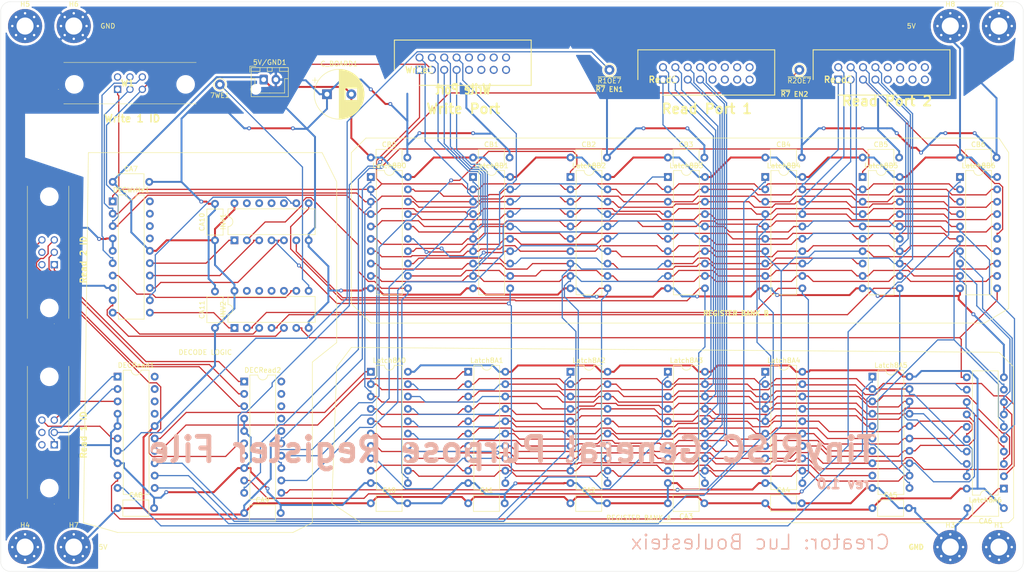
<source format=kicad_pcb>
(kicad_pcb (version 20171130) (host pcbnew "(5.1.10)-1")
  (title_block (title "TinyRISC General Purpose Register File") (date 2021-10-27) (rev rev1.0))
  (layers (0 F.Cu signal) (31 B.Cu signal) (34 B.Paste user) (35 F.Paste user) (36 B.SilkS user) (37 F.SilkS user) (38 B.Mask user) (39 F.Mask user) (44 Edge.Cuts user))
  (net 0 "")
  (net 1 GNDREF)
  (net 2 +5V)
  (net 3 LE7)
  (net 4 "Net-(DECWrite1-Pad10)")
  (net 5 "Net-(DECWrite1-Pad9)")
  (net 6 "Net-(DECWrite1-Pad7)")
  (net 7 "Net-(DECWrite1-Pad6)")
  (net 8 "Net-(DECWrite1-Pad15)")
  (net 9 "Net-(DECWrite1-Pad14)")
  (net 10 "Net-(DECWrite1-Pad13)")
  (net 11 /W2)
  (net 12 "Net-(DECWrite1-Pad12)")
  (net 13 /W1)
  (net 14 "Net-(DECWrite1-Pad11)")
  (net 15 /W0)
  (net 16 ~AEO5)
  (net 17 ~AEO6)
  (net 18 ~AEO7)
  (net 19 ~AEO0)
  (net 20 ~AEO1)
  (net 21 ~AEO2)
  (net 22 /X2)
  (net 23 ~AEO3)
  (net 24 /X1)
  (net 25 ~AEO4)
  (net 26 /X0)
  (net 27 ~BEO5)
  (net 28 ~BEO6)
  (net 29 ~BEO7)
  (net 30 ~BEO0)
  (net 31 ~BEO1)
  (net 32 ~BEO2)
  (net 33 /Y2)
  (net 34 ~BEO3)
  (net 35 /Y1)
  (net 36 ~BEO4)
  (net 37 /Y0)
  (net 38 "Net-(INV1-Pad13)")
  (net 39 LE2)
  (net 40 "Net-(INV1-Pad12)")
  (net 41 "Net-(INV1-Pad11)")
  (net 42 LE1)
  (net 43 "Net-(INV1-Pad10)")
  (net 44 LE0)
  (net 45 LE3)
  (net 46 "Net-(INV2-Pad13)")
  (net 47 LE6)
  (net 48 "Net-(INV2-Pad12)")
  (net 49 "Net-(INV2-Pad11)")
  (net 50 LE5)
  (net 51 "Net-(INV2-Pad10)")
  (net 52 LE4)
  (net 53 "Net-(JR1-Pad5)")
  (net 54 "Net-(JR1-Pad4)")
  (net 55 /A0)
  (net 56 /W7)
  (net 57 /A1)
  (net 58 /W6)
  (net 59 /A2)
  (net 60 /W5)
  (net 61 /A3)
  (net 62 /W4)
  (net 63 /A4)
  (net 64 /W3)
  (net 65 /A5)
  (net 66 /A6)
  (net 67 /A7)
  (net 68 /B0)
  (net 69 /B1)
  (net 70 /B2)
  (net 71 /B3)
  (net 72 /B4)
  (net 73 /B5)
  (net 74 /B6)
  (net 75 /B7)
  (net 76 "Net-(R2-Pad5)")
  (net 77 "Net-(R2-Pad4)")
  (net 78 "Net-(W1-Pad5)")
  (net 79 "Net-(W1-Pad4)")
  (net 80 "Net-(DECRead1-Pad6)")
  (net 81 "Net-(DECRead2-Pad6)")
  (module Capacitor_THT:CP_Radial_D10.0mm_P5.00mm (layer F.Cu) (at 117 42)
    (fp_text reference C_BOARD1 (at 2.5 -6.25) (layer F.SilkS))
    (fp_text value "10 uF")
    (pad 2 thru_hole circle (at 5 0) (size 2 2) (drill 1) (layers *.Cu *.Mask) (net 2 +5V))
    (pad 1 thru_hole rect (at 0 0) (size 2 2) (drill 1) (layers *.Cu *.Mask) (net 1 GNDREF))
  )
  (module Connector_Pin:Pin_D1.0mm_L10.0mm (layer F.Cu) (at 214 37)
    (fp_text reference ~R2OE7 (at 0 2.25) (layer F.SilkS))
    (fp_text value Conn_01x01_Male)
    (pad 1 thru_hole circle (at 0 0) (size 2 2) (drill 1) (layers *.Cu *.Mask) (net 29 ~BEO7))
  )
  (module Connector_Pin:Pin_D1.0mm_L10.0mm (layer F.Cu) (at 175 37)
    (fp_text reference ~R1OE7 (at 0 2.25) (layer F.SilkS))
    (fp_text value Conn_01x01_Male)
    (pad 1 thru_hole circle (at 0 0) (size 2 2) (drill 1) (layers *.Cu *.Mask) (net 18 ~AEO7))
  )
  (module "Kicad libraries:16pinIDC" (layer F.Cu) (at 136 37)
    (fp_text reference Write1 (at 0 0) (layer F.SilkS) (effects (font (size 1.27 1.27) (thickness 0.254))))
    (fp_text value Conn_01x08_Male hide)
    (pad 16 thru_hole circle (at 17.78 -2.54) (size 1.65 1.65) (drill 1.1) (layers *.Cu *.Mask))
    (pad 15 thru_hole circle (at 17.78 0) (size 1.65 1.65) (drill 1.1) (layers *.Cu *.Mask))
    (pad 14 thru_hole circle (at 15.24 -2.54) (size 1.65 1.65) (drill 1.1) (layers *.Cu *.Mask))
    (pad 13 thru_hole circle (at 15.24 0) (size 1.65 1.65) (drill 1.1) (layers *.Cu *.Mask))
    (pad 12 thru_hole circle (at 12.7 -2.54) (size 1.65 1.65) (drill 1.1) (layers *.Cu *.Mask))
    (pad 11 thru_hole circle (at 12.7 0) (size 1.65 1.65) (drill 1.1) (layers *.Cu *.Mask))
    (pad 10 thru_hole circle (at 10.16 -2.54) (size 1.65 1.65) (drill 1.1) (layers *.Cu *.Mask))
    (pad 9 thru_hole circle (at 10.16 0) (size 1.65 1.65) (drill 1.1) (layers *.Cu *.Mask))
    (pad 8 thru_hole circle (at 7.62 -2.54) (size 1.65 1.65) (drill 1.1) (layers *.Cu *.Mask) (net 56 /W7))
    (pad 7 thru_hole circle (at 7.62 0) (size 1.65 1.65) (drill 1.1) (layers *.Cu *.Mask) (net 58 /W6))
    (pad 6 thru_hole circle (at 5.08 -2.54) (size 1.65 1.65) (drill 1.1) (layers *.Cu *.Mask) (net 60 /W5))
    (pad 5 thru_hole circle (at 5.08 0) (size 1.65 1.65) (drill 1.1) (layers *.Cu *.Mask) (net 62 /W4))
    (pad 4 thru_hole circle (at 2.54 -2.54) (size 1.65 1.65) (drill 1.1) (layers *.Cu *.Mask) (net 64 /W3))
    (pad 3 thru_hole circle (at 2.54 0) (size 1.65 1.65) (drill 1.1) (layers *.Cu *.Mask) (net 11 /W2))
    (pad 2 thru_hole circle (at 0 -2.54) (size 1.65 1.65) (drill 1.1) (layers *.Cu *.Mask) (net 13 /W1))
    (pad 1 thru_hole rect (at 0 0) (size 1.65 1.65) (drill 1.1) (layers *.Cu *.Mask) (net 15 /W0))
  )
  (module "Kicad libraries:6pinIDC" (layer F.Cu) (at 74 41 180)
    (fp_text reference W1 (at -2.045 1.27) (layer F.SilkS) (effects (font (size 1.27 1.27) (thickness 0.254))))
    (fp_text value Conn_01x06_Male hide)
    (pad MH2 np_thru_hole circle (at 8.89 1.02 180) (size 2.8 0) (drill 2.8) (layers *.Cu *.Mask))
    (pad MH1 np_thru_hole circle (at -13.97 1.02 180) (size 2.8 0) (drill 2.8) (layers *.Cu *.Mask))
    (pad 6 thru_hole circle (at -5.08 2.54 180) (size 1.5 1.5) (drill 1) (layers *.Cu *.Mask) (net 7 "Net-(DECWrite1-Pad6)"))
    (pad 5 thru_hole circle (at -2.54 2.54 180) (size 1.5 1.5) (drill 1) (layers *.Cu *.Mask) (net 78 "Net-(W1-Pad5)"))
    (pad 4 thru_hole circle (at 0 2.54 180) (size 1.5 1.5) (drill 1) (layers *.Cu *.Mask) (net 79 "Net-(W1-Pad4)"))
    (pad 3 thru_hole circle (at -5.08 0 180) (size 1.5 1.5) (drill 1) (layers *.Cu *.Mask) (net 11 /W2))
    (pad 2 thru_hole circle (at -2.54 0 180) (size 1.5 1.5) (drill 1) (layers *.Cu *.Mask) (net 13 /W1))
    (pad 1 thru_hole rect (at 0 0 180) (size 1.5 1.5) (drill 1) (layers *.Cu *.Mask) (net 15 /W0))
  )
  (module "Kicad libraries:16pinIDC" (layer F.Cu) (at 222 39)
    (fp_text reference Read2 (at 0 0) (layer F.SilkS) (effects (font (size 1.27 1.27) (thickness 0.254))))
    (fp_text value Conn_01x08_Male hide)
    (pad 16 thru_hole circle (at 17.78 -2.54) (size 1.65 1.65) (drill 1.1) (layers *.Cu *.Mask))
    (pad 15 thru_hole circle (at 17.78 0) (size 1.65 1.65) (drill 1.1) (layers *.Cu *.Mask))
    (pad 14 thru_hole circle (at 15.24 -2.54) (size 1.65 1.65) (drill 1.1) (layers *.Cu *.Mask))
    (pad 13 thru_hole circle (at 15.24 0) (size 1.65 1.65) (drill 1.1) (layers *.Cu *.Mask))
    (pad 12 thru_hole circle (at 12.7 -2.54) (size 1.65 1.65) (drill 1.1) (layers *.Cu *.Mask))
    (pad 11 thru_hole circle (at 12.7 0) (size 1.65 1.65) (drill 1.1) (layers *.Cu *.Mask))
    (pad 10 thru_hole circle (at 10.16 -2.54) (size 1.65 1.65) (drill 1.1) (layers *.Cu *.Mask))
    (pad 9 thru_hole circle (at 10.16 0) (size 1.65 1.65) (drill 1.1) (layers *.Cu *.Mask))
    (pad 8 thru_hole circle (at 7.62 -2.54) (size 1.65 1.65) (drill 1.1) (layers *.Cu *.Mask) (net 75 /B7))
    (pad 7 thru_hole circle (at 7.62 0) (size 1.65 1.65) (drill 1.1) (layers *.Cu *.Mask) (net 74 /B6))
    (pad 6 thru_hole circle (at 5.08 -2.54) (size 1.65 1.65) (drill 1.1) (layers *.Cu *.Mask) (net 73 /B5))
    (pad 5 thru_hole circle (at 5.08 0) (size 1.65 1.65) (drill 1.1) (layers *.Cu *.Mask) (net 72 /B4))
    (pad 4 thru_hole circle (at 2.54 -2.54) (size 1.65 1.65) (drill 1.1) (layers *.Cu *.Mask) (net 71 /B3))
    (pad 3 thru_hole circle (at 2.54 0) (size 1.65 1.65) (drill 1.1) (layers *.Cu *.Mask) (net 70 /B2))
    (pad 2 thru_hole circle (at 0 -2.54) (size 1.65 1.65) (drill 1.1) (layers *.Cu *.Mask) (net 69 /B1))
    (pad 1 thru_hole rect (at 0 0) (size 1.65 1.65) (drill 1.1) (layers *.Cu *.Mask) (net 68 /B0))
  )
  (module "Kicad libraries:16pinIDC" (layer F.Cu) (at 186 39)
    (fp_text reference Read1 (at 0 0) (layer F.SilkS) (effects (font (size 1.27 1.27) (thickness 0.254))))
    (fp_text value Conn_01x08_Male hide)
    (pad 16 thru_hole circle (at 17.78 -2.54) (size 1.65 1.65) (drill 1.1) (layers *.Cu *.Mask))
    (pad 15 thru_hole circle (at 17.78 0) (size 1.65 1.65) (drill 1.1) (layers *.Cu *.Mask))
    (pad 14 thru_hole circle (at 15.24 -2.54) (size 1.65 1.65) (drill 1.1) (layers *.Cu *.Mask))
    (pad 13 thru_hole circle (at 15.24 0) (size 1.65 1.65) (drill 1.1) (layers *.Cu *.Mask))
    (pad 12 thru_hole circle (at 12.7 -2.54) (size 1.65 1.65) (drill 1.1) (layers *.Cu *.Mask))
    (pad 11 thru_hole circle (at 12.7 0) (size 1.65 1.65) (drill 1.1) (layers *.Cu *.Mask))
    (pad 10 thru_hole circle (at 10.16 -2.54) (size 1.65 1.65) (drill 1.1) (layers *.Cu *.Mask))
    (pad 9 thru_hole circle (at 10.16 0) (size 1.65 1.65) (drill 1.1) (layers *.Cu *.Mask))
    (pad 8 thru_hole circle (at 7.62 -2.54) (size 1.65 1.65) (drill 1.1) (layers *.Cu *.Mask) (net 67 /A7))
    (pad 7 thru_hole circle (at 7.62 0) (size 1.65 1.65) (drill 1.1) (layers *.Cu *.Mask) (net 66 /A6))
    (pad 6 thru_hole circle (at 5.08 -2.54) (size 1.65 1.65) (drill 1.1) (layers *.Cu *.Mask) (net 65 /A5))
    (pad 5 thru_hole circle (at 5.08 0) (size 1.65 1.65) (drill 1.1) (layers *.Cu *.Mask) (net 63 /A4))
    (pad 4 thru_hole circle (at 2.54 -2.54) (size 1.65 1.65) (drill 1.1) (layers *.Cu *.Mask) (net 61 /A3))
    (pad 3 thru_hole circle (at 2.54 0) (size 1.65 1.65) (drill 1.1) (layers *.Cu *.Mask) (net 59 /A2))
    (pad 2 thru_hole circle (at 0 -2.54) (size 1.65 1.65) (drill 1.1) (layers *.Cu *.Mask) (net 57 /A1))
    (pad 1 thru_hole rect (at 0 0) (size 1.65 1.65) (drill 1.1) (layers *.Cu *.Mask) (net 55 /A0))
  )
  (module "Kicad libraries:6pinIDC" (layer F.Cu) (at 61 77 270)
    (fp_text reference "Read 2 ID" (at -1 -6 90) (layer F.SilkS) (effects (font (size 1.27 1.27) (thickness 0.254))))
    (fp_text value Conn_01x06_Male hide)
    (pad MH2 np_thru_hole circle (at 8.89 1.02 270) (size 2.8 0) (drill 2.8) (layers *.Cu *.Mask))
    (pad MH1 np_thru_hole circle (at -13.97 1.02 270) (size 2.8 0) (drill 2.8) (layers *.Cu *.Mask))
    (pad 6 thru_hole circle (at -5.08 2.54 270) (size 1.5 1.5) (drill 1) (layers *.Cu *.Mask) (net 81 "Net-(DECRead2-Pad6)"))
    (pad 5 thru_hole circle (at -2.54 2.54 270) (size 1.5 1.5) (drill 1) (layers *.Cu *.Mask) (net 76 "Net-(R2-Pad5)"))
    (pad 4 thru_hole circle (at 0 2.54 270) (size 1.5 1.5) (drill 1) (layers *.Cu *.Mask) (net 77 "Net-(R2-Pad4)"))
    (pad 3 thru_hole circle (at -5.08 0 270) (size 1.5 1.5) (drill 1) (layers *.Cu *.Mask) (net 33 /Y2))
    (pad 2 thru_hole circle (at -2.54 0 270) (size 1.5 1.5) (drill 1) (layers *.Cu *.Mask) (net 35 /Y1))
    (pad 1 thru_hole rect (at 0 0 270) (size 1.5 1.5) (drill 1) (layers *.Cu *.Mask) (net 37 /Y0))
  )
  (module Package_DIP:DIP-20_W7.62mm (layer F.Cu) (at 247 59)
    (fp_text reference Latch8B6 (at 3.81 -2.33) (layer F.SilkS))
    (fp_text value 74F573)
    (pad 20 thru_hole oval (at 7.62 0) (size 1.6 1.6) (drill 0.8) (layers *.Cu *.Mask) (net 2 +5V))
    (pad 10 thru_hole oval (at 0 22.86) (size 1.6 1.6) (drill 0.8) (layers *.Cu *.Mask) (net 1 GNDREF))
    (pad 19 thru_hole oval (at 7.62 2.54) (size 1.6 1.6) (drill 0.8) (layers *.Cu *.Mask) (net 68 /B0))
    (pad 9 thru_hole oval (at 0 20.32) (size 1.6 1.6) (drill 0.8) (layers *.Cu *.Mask) (net 56 /W7))
    (pad 18 thru_hole oval (at 7.62 5.08) (size 1.6 1.6) (drill 0.8) (layers *.Cu *.Mask) (net 69 /B1))
    (pad 8 thru_hole oval (at 0 17.78) (size 1.6 1.6) (drill 0.8) (layers *.Cu *.Mask) (net 58 /W6))
    (pad 17 thru_hole oval (at 7.62 7.62) (size 1.6 1.6) (drill 0.8) (layers *.Cu *.Mask) (net 70 /B2))
    (pad 7 thru_hole oval (at 0 15.24) (size 1.6 1.6) (drill 0.8) (layers *.Cu *.Mask) (net 60 /W5))
    (pad 16 thru_hole oval (at 7.62 10.16) (size 1.6 1.6) (drill 0.8) (layers *.Cu *.Mask) (net 71 /B3))
    (pad 6 thru_hole oval (at 0 12.7) (size 1.6 1.6) (drill 0.8) (layers *.Cu *.Mask) (net 62 /W4))
    (pad 15 thru_hole oval (at 7.62 12.7) (size 1.6 1.6) (drill 0.8) (layers *.Cu *.Mask) (net 72 /B4))
    (pad 5 thru_hole oval (at 0 10.16) (size 1.6 1.6) (drill 0.8) (layers *.Cu *.Mask) (net 64 /W3))
    (pad 14 thru_hole oval (at 7.62 15.24) (size 1.6 1.6) (drill 0.8) (layers *.Cu *.Mask) (net 73 /B5))
    (pad 4 thru_hole oval (at 0 7.62) (size 1.6 1.6) (drill 0.8) (layers *.Cu *.Mask) (net 11 /W2))
    (pad 13 thru_hole oval (at 7.62 17.78) (size 1.6 1.6) (drill 0.8) (layers *.Cu *.Mask) (net 74 /B6))
    (pad 3 thru_hole oval (at 0 5.08) (size 1.6 1.6) (drill 0.8) (layers *.Cu *.Mask) (net 13 /W1))
    (pad 12 thru_hole oval (at 7.62 20.32) (size 1.6 1.6) (drill 0.8) (layers *.Cu *.Mask) (net 75 /B7))
    (pad 2 thru_hole oval (at 0 2.54) (size 1.6 1.6) (drill 0.8) (layers *.Cu *.Mask) (net 15 /W0))
    (pad 11 thru_hole oval (at 7.62 22.86) (size 1.6 1.6) (drill 0.8) (layers *.Cu *.Mask) (net 47 LE6))
    (pad 1 thru_hole rect (at 0 0) (size 1.6 1.6) (drill 0.8) (layers *.Cu *.Mask) (net 28 ~BEO6))
  )
  (module Package_DIP:DIP-20_W7.62mm (layer F.Cu) (at 227 59)
    (fp_text reference Latch8B5 (at 3.81 -2.33) (layer F.SilkS))
    (fp_text value 74F573)
    (pad 20 thru_hole oval (at 7.62 0) (size 1.6 1.6) (drill 0.8) (layers *.Cu *.Mask) (net 2 +5V))
    (pad 10 thru_hole oval (at 0 22.86) (size 1.6 1.6) (drill 0.8) (layers *.Cu *.Mask) (net 1 GNDREF))
    (pad 19 thru_hole oval (at 7.62 2.54) (size 1.6 1.6) (drill 0.8) (layers *.Cu *.Mask) (net 68 /B0))
    (pad 9 thru_hole oval (at 0 20.32) (size 1.6 1.6) (drill 0.8) (layers *.Cu *.Mask) (net 56 /W7))
    (pad 18 thru_hole oval (at 7.62 5.08) (size 1.6 1.6) (drill 0.8) (layers *.Cu *.Mask) (net 69 /B1))
    (pad 8 thru_hole oval (at 0 17.78) (size 1.6 1.6) (drill 0.8) (layers *.Cu *.Mask) (net 58 /W6))
    (pad 17 thru_hole oval (at 7.62 7.62) (size 1.6 1.6) (drill 0.8) (layers *.Cu *.Mask) (net 70 /B2))
    (pad 7 thru_hole oval (at 0 15.24) (size 1.6 1.6) (drill 0.8) (layers *.Cu *.Mask) (net 60 /W5))
    (pad 16 thru_hole oval (at 7.62 10.16) (size 1.6 1.6) (drill 0.8) (layers *.Cu *.Mask) (net 71 /B3))
    (pad 6 thru_hole oval (at 0 12.7) (size 1.6 1.6) (drill 0.8) (layers *.Cu *.Mask) (net 62 /W4))
    (pad 15 thru_hole oval (at 7.62 12.7) (size 1.6 1.6) (drill 0.8) (layers *.Cu *.Mask) (net 72 /B4))
    (pad 5 thru_hole oval (at 0 10.16) (size 1.6 1.6) (drill 0.8) (layers *.Cu *.Mask) (net 64 /W3))
    (pad 14 thru_hole oval (at 7.62 15.24) (size 1.6 1.6) (drill 0.8) (layers *.Cu *.Mask) (net 73 /B5))
    (pad 4 thru_hole oval (at 0 7.62) (size 1.6 1.6) (drill 0.8) (layers *.Cu *.Mask) (net 11 /W2))
    (pad 13 thru_hole oval (at 7.62 17.78) (size 1.6 1.6) (drill 0.8) (layers *.Cu *.Mask) (net 74 /B6))
    (pad 3 thru_hole oval (at 0 5.08) (size 1.6 1.6) (drill 0.8) (layers *.Cu *.Mask) (net 13 /W1))
    (pad 12 thru_hole oval (at 7.62 20.32) (size 1.6 1.6) (drill 0.8) (layers *.Cu *.Mask) (net 75 /B7))
    (pad 2 thru_hole oval (at 0 2.54) (size 1.6 1.6) (drill 0.8) (layers *.Cu *.Mask) (net 15 /W0))
    (pad 11 thru_hole oval (at 7.62 22.86) (size 1.6 1.6) (drill 0.8) (layers *.Cu *.Mask) (net 50 LE5))
    (pad 1 thru_hole rect (at 0 0) (size 1.6 1.6) (drill 0.8) (layers *.Cu *.Mask) (net 27 ~BEO5))
  )
  (module Package_DIP:DIP-20_W7.62mm (layer F.Cu) (at 207 59)
    (fp_text reference Latch8B4 (at 3.81 -2.33) (layer F.SilkS))
    (fp_text value 74F573)
    (pad 20 thru_hole oval (at 7.62 0) (size 1.6 1.6) (drill 0.8) (layers *.Cu *.Mask) (net 2 +5V))
    (pad 10 thru_hole oval (at 0 22.86) (size 1.6 1.6) (drill 0.8) (layers *.Cu *.Mask) (net 1 GNDREF))
    (pad 19 thru_hole oval (at 7.62 2.54) (size 1.6 1.6) (drill 0.8) (layers *.Cu *.Mask) (net 68 /B0))
    (pad 9 thru_hole oval (at 0 20.32) (size 1.6 1.6) (drill 0.8) (layers *.Cu *.Mask) (net 56 /W7))
    (pad 18 thru_hole oval (at 7.62 5.08) (size 1.6 1.6) (drill 0.8) (layers *.Cu *.Mask) (net 69 /B1))
    (pad 8 thru_hole oval (at 0 17.78) (size 1.6 1.6) (drill 0.8) (layers *.Cu *.Mask) (net 58 /W6))
    (pad 17 thru_hole oval (at 7.62 7.62) (size 1.6 1.6) (drill 0.8) (layers *.Cu *.Mask) (net 70 /B2))
    (pad 7 thru_hole oval (at 0 15.24) (size 1.6 1.6) (drill 0.8) (layers *.Cu *.Mask) (net 60 /W5))
    (pad 16 thru_hole oval (at 7.62 10.16) (size 1.6 1.6) (drill 0.8) (layers *.Cu *.Mask) (net 71 /B3))
    (pad 6 thru_hole oval (at 0 12.7) (size 1.6 1.6) (drill 0.8) (layers *.Cu *.Mask) (net 62 /W4))
    (pad 15 thru_hole oval (at 7.62 12.7) (size 1.6 1.6) (drill 0.8) (layers *.Cu *.Mask) (net 72 /B4))
    (pad 5 thru_hole oval (at 0 10.16) (size 1.6 1.6) (drill 0.8) (layers *.Cu *.Mask) (net 64 /W3))
    (pad 14 thru_hole oval (at 7.62 15.24) (size 1.6 1.6) (drill 0.8) (layers *.Cu *.Mask) (net 73 /B5))
    (pad 4 thru_hole oval (at 0 7.62) (size 1.6 1.6) (drill 0.8) (layers *.Cu *.Mask) (net 11 /W2))
    (pad 13 thru_hole oval (at 7.62 17.78) (size 1.6 1.6) (drill 0.8) (layers *.Cu *.Mask) (net 74 /B6))
    (pad 3 thru_hole oval (at 0 5.08) (size 1.6 1.6) (drill 0.8) (layers *.Cu *.Mask) (net 13 /W1))
    (pad 12 thru_hole oval (at 7.62 20.32) (size 1.6 1.6) (drill 0.8) (layers *.Cu *.Mask) (net 75 /B7))
    (pad 2 thru_hole oval (at 0 2.54) (size 1.6 1.6) (drill 0.8) (layers *.Cu *.Mask) (net 15 /W0))
    (pad 11 thru_hole oval (at 7.62 22.86) (size 1.6 1.6) (drill 0.8) (layers *.Cu *.Mask) (net 52 LE4))
    (pad 1 thru_hole rect (at 0 0) (size 1.6 1.6) (drill 0.8) (layers *.Cu *.Mask) (net 36 ~BEO4))
  )
  (module Package_DIP:DIP-20_W7.62mm (layer F.Cu) (at 187 59)
    (fp_text reference Latch8B3 (at 3.81 -2.33) (layer F.SilkS))
    (fp_text value 74F573)
    (pad 20 thru_hole oval (at 7.62 0) (size 1.6 1.6) (drill 0.8) (layers *.Cu *.Mask) (net 2 +5V))
    (pad 10 thru_hole oval (at 0 22.86) (size 1.6 1.6) (drill 0.8) (layers *.Cu *.Mask) (net 1 GNDREF))
    (pad 19 thru_hole oval (at 7.62 2.54) (size 1.6 1.6) (drill 0.8) (layers *.Cu *.Mask) (net 68 /B0))
    (pad 9 thru_hole oval (at 0 20.32) (size 1.6 1.6) (drill 0.8) (layers *.Cu *.Mask) (net 56 /W7))
    (pad 18 thru_hole oval (at 7.62 5.08) (size 1.6 1.6) (drill 0.8) (layers *.Cu *.Mask) (net 69 /B1))
    (pad 8 thru_hole oval (at 0 17.78) (size 1.6 1.6) (drill 0.8) (layers *.Cu *.Mask) (net 58 /W6))
    (pad 17 thru_hole oval (at 7.62 7.62) (size 1.6 1.6) (drill 0.8) (layers *.Cu *.Mask) (net 70 /B2))
    (pad 7 thru_hole oval (at 0 15.24) (size 1.6 1.6) (drill 0.8) (layers *.Cu *.Mask) (net 60 /W5))
    (pad 16 thru_hole oval (at 7.62 10.16) (size 1.6 1.6) (drill 0.8) (layers *.Cu *.Mask) (net 71 /B3))
    (pad 6 thru_hole oval (at 0 12.7) (size 1.6 1.6) (drill 0.8) (layers *.Cu *.Mask) (net 62 /W4))
    (pad 15 thru_hole oval (at 7.62 12.7) (size 1.6 1.6) (drill 0.8) (layers *.Cu *.Mask) (net 72 /B4))
    (pad 5 thru_hole oval (at 0 10.16) (size 1.6 1.6) (drill 0.8) (layers *.Cu *.Mask) (net 64 /W3))
    (pad 14 thru_hole oval (at 7.62 15.24) (size 1.6 1.6) (drill 0.8) (layers *.Cu *.Mask) (net 73 /B5))
    (pad 4 thru_hole oval (at 0 7.62) (size 1.6 1.6) (drill 0.8) (layers *.Cu *.Mask) (net 11 /W2))
    (pad 13 thru_hole oval (at 7.62 17.78) (size 1.6 1.6) (drill 0.8) (layers *.Cu *.Mask) (net 74 /B6))
    (pad 3 thru_hole oval (at 0 5.08) (size 1.6 1.6) (drill 0.8) (layers *.Cu *.Mask) (net 13 /W1))
    (pad 12 thru_hole oval (at 7.62 20.32) (size 1.6 1.6) (drill 0.8) (layers *.Cu *.Mask) (net 75 /B7))
    (pad 2 thru_hole oval (at 0 2.54) (size 1.6 1.6) (drill 0.8) (layers *.Cu *.Mask) (net 15 /W0))
    (pad 11 thru_hole oval (at 7.62 22.86) (size 1.6 1.6) (drill 0.8) (layers *.Cu *.Mask) (net 45 LE3))
    (pad 1 thru_hole rect (at 0 0) (size 1.6 1.6) (drill 0.8) (layers *.Cu *.Mask) (net 34 ~BEO3))
  )
  (module Package_DIP:DIP-20_W7.62mm (layer F.Cu) (at 167 59)
    (fp_text reference Latch8B2 (at 3.81 -2.33) (layer F.SilkS))
    (fp_text value 74F573)
    (pad 20 thru_hole oval (at 7.62 0) (size 1.6 1.6) (drill 0.8) (layers *.Cu *.Mask) (net 2 +5V))
    (pad 10 thru_hole oval (at 0 22.86) (size 1.6 1.6) (drill 0.8) (layers *.Cu *.Mask) (net 1 GNDREF))
    (pad 19 thru_hole oval (at 7.62 2.54) (size 1.6 1.6) (drill 0.8) (layers *.Cu *.Mask) (net 68 /B0))
    (pad 9 thru_hole oval (at 0 20.32) (size 1.6 1.6) (drill 0.8) (layers *.Cu *.Mask) (net 56 /W7))
    (pad 18 thru_hole oval (at 7.62 5.08) (size 1.6 1.6) (drill 0.8) (layers *.Cu *.Mask) (net 69 /B1))
    (pad 8 thru_hole oval (at 0 17.78) (size 1.6 1.6) (drill 0.8) (layers *.Cu *.Mask) (net 58 /W6))
    (pad 17 thru_hole oval (at 7.62 7.62) (size 1.6 1.6) (drill 0.8) (layers *.Cu *.Mask) (net 70 /B2))
    (pad 7 thru_hole oval (at 0 15.24) (size 1.6 1.6) (drill 0.8) (layers *.Cu *.Mask) (net 60 /W5))
    (pad 16 thru_hole oval (at 7.62 10.16) (size 1.6 1.6) (drill 0.8) (layers *.Cu *.Mask) (net 71 /B3))
    (pad 6 thru_hole oval (at 0 12.7) (size 1.6 1.6) (drill 0.8) (layers *.Cu *.Mask) (net 62 /W4))
    (pad 15 thru_hole oval (at 7.62 12.7) (size 1.6 1.6) (drill 0.8) (layers *.Cu *.Mask) (net 72 /B4))
    (pad 5 thru_hole oval (at 0 10.16) (size 1.6 1.6) (drill 0.8) (layers *.Cu *.Mask) (net 64 /W3))
    (pad 14 thru_hole oval (at 7.62 15.24) (size 1.6 1.6) (drill 0.8) (layers *.Cu *.Mask) (net 73 /B5))
    (pad 4 thru_hole oval (at 0 7.62) (size 1.6 1.6) (drill 0.8) (layers *.Cu *.Mask) (net 11 /W2))
    (pad 13 thru_hole oval (at 7.62 17.78) (size 1.6 1.6) (drill 0.8) (layers *.Cu *.Mask) (net 74 /B6))
    (pad 3 thru_hole oval (at 0 5.08) (size 1.6 1.6) (drill 0.8) (layers *.Cu *.Mask) (net 13 /W1))
    (pad 12 thru_hole oval (at 7.62 20.32) (size 1.6 1.6) (drill 0.8) (layers *.Cu *.Mask) (net 75 /B7))
    (pad 2 thru_hole oval (at 0 2.54) (size 1.6 1.6) (drill 0.8) (layers *.Cu *.Mask) (net 15 /W0))
    (pad 11 thru_hole oval (at 7.62 22.86) (size 1.6 1.6) (drill 0.8) (layers *.Cu *.Mask) (net 39 LE2))
    (pad 1 thru_hole rect (at 0 0) (size 1.6 1.6) (drill 0.8) (layers *.Cu *.Mask) (net 32 ~BEO2))
  )
  (module Package_DIP:DIP-20_W7.62mm (layer F.Cu) (at 147 59)
    (fp_text reference Latch8B1 (at 3.81 -2.33) (layer F.SilkS))
    (fp_text value 74F573)
    (pad 20 thru_hole oval (at 7.62 0) (size 1.6 1.6) (drill 0.8) (layers *.Cu *.Mask) (net 2 +5V))
    (pad 10 thru_hole oval (at 0 22.86) (size 1.6 1.6) (drill 0.8) (layers *.Cu *.Mask) (net 1 GNDREF))
    (pad 19 thru_hole oval (at 7.62 2.54) (size 1.6 1.6) (drill 0.8) (layers *.Cu *.Mask) (net 68 /B0))
    (pad 9 thru_hole oval (at 0 20.32) (size 1.6 1.6) (drill 0.8) (layers *.Cu *.Mask) (net 56 /W7))
    (pad 18 thru_hole oval (at 7.62 5.08) (size 1.6 1.6) (drill 0.8) (layers *.Cu *.Mask) (net 69 /B1))
    (pad 8 thru_hole oval (at 0 17.78) (size 1.6 1.6) (drill 0.8) (layers *.Cu *.Mask) (net 58 /W6))
    (pad 17 thru_hole oval (at 7.62 7.62) (size 1.6 1.6) (drill 0.8) (layers *.Cu *.Mask) (net 70 /B2))
    (pad 7 thru_hole oval (at 0 15.24) (size 1.6 1.6) (drill 0.8) (layers *.Cu *.Mask) (net 60 /W5))
    (pad 16 thru_hole oval (at 7.62 10.16) (size 1.6 1.6) (drill 0.8) (layers *.Cu *.Mask) (net 71 /B3))
    (pad 6 thru_hole oval (at 0 12.7) (size 1.6 1.6) (drill 0.8) (layers *.Cu *.Mask) (net 62 /W4))
    (pad 15 thru_hole oval (at 7.62 12.7) (size 1.6 1.6) (drill 0.8) (layers *.Cu *.Mask) (net 72 /B4))
    (pad 5 thru_hole oval (at 0 10.16) (size 1.6 1.6) (drill 0.8) (layers *.Cu *.Mask) (net 64 /W3))
    (pad 14 thru_hole oval (at 7.62 15.24) (size 1.6 1.6) (drill 0.8) (layers *.Cu *.Mask) (net 73 /B5))
    (pad 4 thru_hole oval (at 0 7.62) (size 1.6 1.6) (drill 0.8) (layers *.Cu *.Mask) (net 11 /W2))
    (pad 13 thru_hole oval (at 7.62 17.78) (size 1.6 1.6) (drill 0.8) (layers *.Cu *.Mask) (net 74 /B6))
    (pad 3 thru_hole oval (at 0 5.08) (size 1.6 1.6) (drill 0.8) (layers *.Cu *.Mask) (net 13 /W1))
    (pad 12 thru_hole oval (at 7.62 20.32) (size 1.6 1.6) (drill 0.8) (layers *.Cu *.Mask) (net 75 /B7))
    (pad 2 thru_hole oval (at 0 2.54) (size 1.6 1.6) (drill 0.8) (layers *.Cu *.Mask) (net 15 /W0))
    (pad 11 thru_hole oval (at 7.62 22.86) (size 1.6 1.6) (drill 0.8) (layers *.Cu *.Mask) (net 42 LE1))
    (pad 1 thru_hole rect (at 0 0) (size 1.6 1.6) (drill 0.8) (layers *.Cu *.Mask) (net 31 ~BEO1))
  )
  (module Package_DIP:DIP-20_W7.62mm (layer F.Cu) (at 126 59)
    (fp_text reference Latch8B0 (at 3.81 -2.33) (layer F.SilkS))
    (fp_text value 74F573)
    (pad 20 thru_hole oval (at 7.62 0) (size 1.6 1.6) (drill 0.8) (layers *.Cu *.Mask) (net 2 +5V))
    (pad 10 thru_hole oval (at 0 22.86) (size 1.6 1.6) (drill 0.8) (layers *.Cu *.Mask) (net 1 GNDREF))
    (pad 19 thru_hole oval (at 7.62 2.54) (size 1.6 1.6) (drill 0.8) (layers *.Cu *.Mask) (net 68 /B0))
    (pad 9 thru_hole oval (at 0 20.32) (size 1.6 1.6) (drill 0.8) (layers *.Cu *.Mask) (net 56 /W7))
    (pad 18 thru_hole oval (at 7.62 5.08) (size 1.6 1.6) (drill 0.8) (layers *.Cu *.Mask) (net 69 /B1))
    (pad 8 thru_hole oval (at 0 17.78) (size 1.6 1.6) (drill 0.8) (layers *.Cu *.Mask) (net 58 /W6))
    (pad 17 thru_hole oval (at 7.62 7.62) (size 1.6 1.6) (drill 0.8) (layers *.Cu *.Mask) (net 70 /B2))
    (pad 7 thru_hole oval (at 0 15.24) (size 1.6 1.6) (drill 0.8) (layers *.Cu *.Mask) (net 60 /W5))
    (pad 16 thru_hole oval (at 7.62 10.16) (size 1.6 1.6) (drill 0.8) (layers *.Cu *.Mask) (net 71 /B3))
    (pad 6 thru_hole oval (at 0 12.7) (size 1.6 1.6) (drill 0.8) (layers *.Cu *.Mask) (net 62 /W4))
    (pad 15 thru_hole oval (at 7.62 12.7) (size 1.6 1.6) (drill 0.8) (layers *.Cu *.Mask) (net 72 /B4))
    (pad 5 thru_hole oval (at 0 10.16) (size 1.6 1.6) (drill 0.8) (layers *.Cu *.Mask) (net 64 /W3))
    (pad 14 thru_hole oval (at 7.62 15.24) (size 1.6 1.6) (drill 0.8) (layers *.Cu *.Mask) (net 73 /B5))
    (pad 4 thru_hole oval (at 0 7.62) (size 1.6 1.6) (drill 0.8) (layers *.Cu *.Mask) (net 11 /W2))
    (pad 13 thru_hole oval (at 7.62 17.78) (size 1.6 1.6) (drill 0.8) (layers *.Cu *.Mask) (net 74 /B6))
    (pad 3 thru_hole oval (at 0 5.08) (size 1.6 1.6) (drill 0.8) (layers *.Cu *.Mask) (net 13 /W1))
    (pad 12 thru_hole oval (at 7.62 20.32) (size 1.6 1.6) (drill 0.8) (layers *.Cu *.Mask) (net 75 /B7))
    (pad 2 thru_hole oval (at 0 2.54) (size 1.6 1.6) (drill 0.8) (layers *.Cu *.Mask) (net 15 /W0))
    (pad 11 thru_hole oval (at 7.62 22.86) (size 1.6 1.6) (drill 0.8) (layers *.Cu *.Mask) (net 44 LE0))
    (pad 1 thru_hole rect (at 0 0) (size 1.6 1.6) (drill 0.8) (layers *.Cu *.Mask) (net 30 ~BEO0))
  )
  (module Package_DIP:DIP-20_W7.62mm (layer F.Cu) (at 256 123 180)
    (fp_text reference Latch8A6 (at 3.81 -2.33) (layer F.SilkS))
    (fp_text value 74F573)
    (pad 20 thru_hole oval (at 7.62 0 180) (size 1.6 1.6) (drill 0.8) (layers *.Cu *.Mask) (net 2 +5V))
    (pad 10 thru_hole oval (at 0 22.86 180) (size 1.6 1.6) (drill 0.8) (layers *.Cu *.Mask) (net 1 GNDREF))
    (pad 19 thru_hole oval (at 7.62 2.54 180) (size 1.6 1.6) (drill 0.8) (layers *.Cu *.Mask) (net 55 /A0))
    (pad 9 thru_hole oval (at 0 20.32 180) (size 1.6 1.6) (drill 0.8) (layers *.Cu *.Mask) (net 56 /W7))
    (pad 18 thru_hole oval (at 7.62 5.08 180) (size 1.6 1.6) (drill 0.8) (layers *.Cu *.Mask) (net 57 /A1))
    (pad 8 thru_hole oval (at 0 17.78 180) (size 1.6 1.6) (drill 0.8) (layers *.Cu *.Mask) (net 58 /W6))
    (pad 17 thru_hole oval (at 7.62 7.62 180) (size 1.6 1.6) (drill 0.8) (layers *.Cu *.Mask) (net 59 /A2))
    (pad 7 thru_hole oval (at 0 15.24 180) (size 1.6 1.6) (drill 0.8) (layers *.Cu *.Mask) (net 60 /W5))
    (pad 16 thru_hole oval (at 7.62 10.16 180) (size 1.6 1.6) (drill 0.8) (layers *.Cu *.Mask) (net 61 /A3))
    (pad 6 thru_hole oval (at 0 12.7 180) (size 1.6 1.6) (drill 0.8) (layers *.Cu *.Mask) (net 62 /W4))
    (pad 15 thru_hole oval (at 7.62 12.7 180) (size 1.6 1.6) (drill 0.8) (layers *.Cu *.Mask) (net 63 /A4))
    (pad 5 thru_hole oval (at 0 10.16 180) (size 1.6 1.6) (drill 0.8) (layers *.Cu *.Mask) (net 64 /W3))
    (pad 14 thru_hole oval (at 7.62 15.24 180) (size 1.6 1.6) (drill 0.8) (layers *.Cu *.Mask) (net 65 /A5))
    (pad 4 thru_hole oval (at 0 7.62 180) (size 1.6 1.6) (drill 0.8) (layers *.Cu *.Mask) (net 11 /W2))
    (pad 13 thru_hole oval (at 7.62 17.78 180) (size 1.6 1.6) (drill 0.8) (layers *.Cu *.Mask) (net 66 /A6))
    (pad 3 thru_hole oval (at 0 5.08 180) (size 1.6 1.6) (drill 0.8) (layers *.Cu *.Mask) (net 13 /W1))
    (pad 12 thru_hole oval (at 7.62 20.32 180) (size 1.6 1.6) (drill 0.8) (layers *.Cu *.Mask) (net 67 /A7))
    (pad 2 thru_hole oval (at 0 2.54 180) (size 1.6 1.6) (drill 0.8) (layers *.Cu *.Mask) (net 15 /W0))
    (pad 11 thru_hole oval (at 7.62 22.86 180) (size 1.6 1.6) (drill 0.8) (layers *.Cu *.Mask) (net 47 LE6))
    (pad 1 thru_hole rect (at 0 0 180) (size 1.6 1.6) (drill 0.8) (layers *.Cu *.Mask) (net 17 ~AEO6))
  )
  (module Package_DIP:DIP-20_W7.62mm (layer F.Cu) (at 229 100)
    (fp_text reference Latch8A5 (at 3.81 -2.33) (layer F.SilkS))
    (fp_text value 74F573)
    (pad 20 thru_hole oval (at 7.62 0) (size 1.6 1.6) (drill 0.8) (layers *.Cu *.Mask) (net 2 +5V))
    (pad 10 thru_hole oval (at 0 22.86) (size 1.6 1.6) (drill 0.8) (layers *.Cu *.Mask) (net 1 GNDREF))
    (pad 19 thru_hole oval (at 7.62 2.54) (size 1.6 1.6) (drill 0.8) (layers *.Cu *.Mask) (net 55 /A0))
    (pad 9 thru_hole oval (at 0 20.32) (size 1.6 1.6) (drill 0.8) (layers *.Cu *.Mask) (net 56 /W7))
    (pad 18 thru_hole oval (at 7.62 5.08) (size 1.6 1.6) (drill 0.8) (layers *.Cu *.Mask) (net 57 /A1))
    (pad 8 thru_hole oval (at 0 17.78) (size 1.6 1.6) (drill 0.8) (layers *.Cu *.Mask) (net 58 /W6))
    (pad 17 thru_hole oval (at 7.62 7.62) (size 1.6 1.6) (drill 0.8) (layers *.Cu *.Mask) (net 59 /A2))
    (pad 7 thru_hole oval (at 0 15.24) (size 1.6 1.6) (drill 0.8) (layers *.Cu *.Mask) (net 60 /W5))
    (pad 16 thru_hole oval (at 7.62 10.16) (size 1.6 1.6) (drill 0.8) (layers *.Cu *.Mask) (net 61 /A3))
    (pad 6 thru_hole oval (at 0 12.7) (size 1.6 1.6) (drill 0.8) (layers *.Cu *.Mask) (net 62 /W4))
    (pad 15 thru_hole oval (at 7.62 12.7) (size 1.6 1.6) (drill 0.8) (layers *.Cu *.Mask) (net 63 /A4))
    (pad 5 thru_hole oval (at 0 10.16) (size 1.6 1.6) (drill 0.8) (layers *.Cu *.Mask) (net 64 /W3))
    (pad 14 thru_hole oval (at 7.62 15.24) (size 1.6 1.6) (drill 0.8) (layers *.Cu *.Mask) (net 65 /A5))
    (pad 4 thru_hole oval (at 0 7.62) (size 1.6 1.6) (drill 0.8) (layers *.Cu *.Mask) (net 11 /W2))
    (pad 13 thru_hole oval (at 7.62 17.78) (size 1.6 1.6) (drill 0.8) (layers *.Cu *.Mask) (net 66 /A6))
    (pad 3 thru_hole oval (at 0 5.08) (size 1.6 1.6) (drill 0.8) (layers *.Cu *.Mask) (net 13 /W1))
    (pad 12 thru_hole oval (at 7.62 20.32) (size 1.6 1.6) (drill 0.8) (layers *.Cu *.Mask) (net 67 /A7))
    (pad 2 thru_hole oval (at 0 2.54) (size 1.6 1.6) (drill 0.8) (layers *.Cu *.Mask) (net 15 /W0))
    (pad 11 thru_hole oval (at 7.62 22.86) (size 1.6 1.6) (drill 0.8) (layers *.Cu *.Mask) (net 50 LE5))
    (pad 1 thru_hole rect (at 0 0) (size 1.6 1.6) (drill 0.8) (layers *.Cu *.Mask) (net 16 ~AEO5))
  )
  (module Package_DIP:DIP-20_W7.62mm (layer F.Cu) (at 207 99)
    (fp_text reference Latch8A4 (at 3.81 -2.33) (layer F.SilkS))
    (fp_text value 74F573)
    (pad 20 thru_hole oval (at 7.62 0) (size 1.6 1.6) (drill 0.8) (layers *.Cu *.Mask) (net 2 +5V))
    (pad 10 thru_hole oval (at 0 22.86) (size 1.6 1.6) (drill 0.8) (layers *.Cu *.Mask) (net 1 GNDREF))
    (pad 19 thru_hole oval (at 7.62 2.54) (size 1.6 1.6) (drill 0.8) (layers *.Cu *.Mask) (net 55 /A0))
    (pad 9 thru_hole oval (at 0 20.32) (size 1.6 1.6) (drill 0.8) (layers *.Cu *.Mask) (net 56 /W7))
    (pad 18 thru_hole oval (at 7.62 5.08) (size 1.6 1.6) (drill 0.8) (layers *.Cu *.Mask) (net 57 /A1))
    (pad 8 thru_hole oval (at 0 17.78) (size 1.6 1.6) (drill 0.8) (layers *.Cu *.Mask) (net 58 /W6))
    (pad 17 thru_hole oval (at 7.62 7.62) (size 1.6 1.6) (drill 0.8) (layers *.Cu *.Mask) (net 59 /A2))
    (pad 7 thru_hole oval (at 0 15.24) (size 1.6 1.6) (drill 0.8) (layers *.Cu *.Mask) (net 60 /W5))
    (pad 16 thru_hole oval (at 7.62 10.16) (size 1.6 1.6) (drill 0.8) (layers *.Cu *.Mask) (net 61 /A3))
    (pad 6 thru_hole oval (at 0 12.7) (size 1.6 1.6) (drill 0.8) (layers *.Cu *.Mask) (net 62 /W4))
    (pad 15 thru_hole oval (at 7.62 12.7) (size 1.6 1.6) (drill 0.8) (layers *.Cu *.Mask) (net 63 /A4))
    (pad 5 thru_hole oval (at 0 10.16) (size 1.6 1.6) (drill 0.8) (layers *.Cu *.Mask) (net 64 /W3))
    (pad 14 thru_hole oval (at 7.62 15.24) (size 1.6 1.6) (drill 0.8) (layers *.Cu *.Mask) (net 65 /A5))
    (pad 4 thru_hole oval (at 0 7.62) (size 1.6 1.6) (drill 0.8) (layers *.Cu *.Mask) (net 11 /W2))
    (pad 13 thru_hole oval (at 7.62 17.78) (size 1.6 1.6) (drill 0.8) (layers *.Cu *.Mask) (net 66 /A6))
    (pad 3 thru_hole oval (at 0 5.08) (size 1.6 1.6) (drill 0.8) (layers *.Cu *.Mask) (net 13 /W1))
    (pad 12 thru_hole oval (at 7.62 20.32) (size 1.6 1.6) (drill 0.8) (layers *.Cu *.Mask) (net 67 /A7))
    (pad 2 thru_hole oval (at 0 2.54) (size 1.6 1.6) (drill 0.8) (layers *.Cu *.Mask) (net 15 /W0))
    (pad 11 thru_hole oval (at 7.62 22.86) (size 1.6 1.6) (drill 0.8) (layers *.Cu *.Mask) (net 52 LE4))
    (pad 1 thru_hole rect (at 0 0) (size 1.6 1.6) (drill 0.8) (layers *.Cu *.Mask) (net 25 ~AEO4))
  )
  (module Package_DIP:DIP-20_W7.62mm (layer F.Cu) (at 187 99)
    (fp_text reference Latch8A3 (at 3.81 -2.33) (layer F.SilkS))
    (fp_text value 74F573)
    (pad 20 thru_hole oval (at 7.62 0) (size 1.6 1.6) (drill 0.8) (layers *.Cu *.Mask) (net 2 +5V))
    (pad 10 thru_hole oval (at 0 22.86) (size 1.6 1.6) (drill 0.8) (layers *.Cu *.Mask) (net 1 GNDREF))
    (pad 19 thru_hole oval (at 7.62 2.54) (size 1.6 1.6) (drill 0.8) (layers *.Cu *.Mask) (net 55 /A0))
    (pad 9 thru_hole oval (at 0 20.32) (size 1.6 1.6) (drill 0.8) (layers *.Cu *.Mask) (net 56 /W7))
    (pad 18 thru_hole oval (at 7.62 5.08) (size 1.6 1.6) (drill 0.8) (layers *.Cu *.Mask) (net 57 /A1))
    (pad 8 thru_hole oval (at 0 17.78) (size 1.6 1.6) (drill 0.8) (layers *.Cu *.Mask) (net 58 /W6))
    (pad 17 thru_hole oval (at 7.62 7.62) (size 1.6 1.6) (drill 0.8) (layers *.Cu *.Mask) (net 59 /A2))
    (pad 7 thru_hole oval (at 0 15.24) (size 1.6 1.6) (drill 0.8) (layers *.Cu *.Mask) (net 60 /W5))
    (pad 16 thru_hole oval (at 7.62 10.16) (size 1.6 1.6) (drill 0.8) (layers *.Cu *.Mask) (net 61 /A3))
    (pad 6 thru_hole oval (at 0 12.7) (size 1.6 1.6) (drill 0.8) (layers *.Cu *.Mask) (net 62 /W4))
    (pad 15 thru_hole oval (at 7.62 12.7) (size 1.6 1.6) (drill 0.8) (layers *.Cu *.Mask) (net 63 /A4))
    (pad 5 thru_hole oval (at 0 10.16) (size 1.6 1.6) (drill 0.8) (layers *.Cu *.Mask) (net 64 /W3))
    (pad 14 thru_hole oval (at 7.62 15.24) (size 1.6 1.6) (drill 0.8) (layers *.Cu *.Mask) (net 65 /A5))
    (pad 4 thru_hole oval (at 0 7.62) (size 1.6 1.6) (drill 0.8) (layers *.Cu *.Mask) (net 11 /W2))
    (pad 13 thru_hole oval (at 7.62 17.78) (size 1.6 1.6) (drill 0.8) (layers *.Cu *.Mask) (net 66 /A6))
    (pad 3 thru_hole oval (at 0 5.08) (size 1.6 1.6) (drill 0.8) (layers *.Cu *.Mask) (net 13 /W1))
    (pad 12 thru_hole oval (at 7.62 20.32) (size 1.6 1.6) (drill 0.8) (layers *.Cu *.Mask) (net 67 /A7))
    (pad 2 thru_hole oval (at 0 2.54) (size 1.6 1.6) (drill 0.8) (layers *.Cu *.Mask) (net 15 /W0))
    (pad 11 thru_hole oval (at 7.62 22.86) (size 1.6 1.6) (drill 0.8) (layers *.Cu *.Mask) (net 45 LE3))
    (pad 1 thru_hole rect (at 0 0) (size 1.6 1.6) (drill 0.8) (layers *.Cu *.Mask) (net 23 ~AEO3))
  )
  (module Package_DIP:DIP-20_W7.62mm (layer F.Cu) (at 167 99)
    (fp_text reference Latch8A2 (at 3.81 -2.33) (layer F.SilkS))
    (fp_text value 74F573)
    (pad 20 thru_hole oval (at 7.62 0) (size 1.6 1.6) (drill 0.8) (layers *.Cu *.Mask) (net 2 +5V))
    (pad 10 thru_hole oval (at 0 22.86) (size 1.6 1.6) (drill 0.8) (layers *.Cu *.Mask) (net 1 GNDREF))
    (pad 19 thru_hole oval (at 7.62 2.54) (size 1.6 1.6) (drill 0.8) (layers *.Cu *.Mask) (net 55 /A0))
    (pad 9 thru_hole oval (at 0 20.32) (size 1.6 1.6) (drill 0.8) (layers *.Cu *.Mask) (net 56 /W7))
    (pad 18 thru_hole oval (at 7.62 5.08) (size 1.6 1.6) (drill 0.8) (layers *.Cu *.Mask) (net 57 /A1))
    (pad 8 thru_hole oval (at 0 17.78) (size 1.6 1.6) (drill 0.8) (layers *.Cu *.Mask) (net 58 /W6))
    (pad 17 thru_hole oval (at 7.62 7.62) (size 1.6 1.6) (drill 0.8) (layers *.Cu *.Mask) (net 59 /A2))
    (pad 7 thru_hole oval (at 0 15.24) (size 1.6 1.6) (drill 0.8) (layers *.Cu *.Mask) (net 60 /W5))
    (pad 16 thru_hole oval (at 7.62 10.16) (size 1.6 1.6) (drill 0.8) (layers *.Cu *.Mask) (net 61 /A3))
    (pad 6 thru_hole oval (at 0 12.7) (size 1.6 1.6) (drill 0.8) (layers *.Cu *.Mask) (net 62 /W4))
    (pad 15 thru_hole oval (at 7.62 12.7) (size 1.6 1.6) (drill 0.8) (layers *.Cu *.Mask) (net 63 /A4))
    (pad 5 thru_hole oval (at 0 10.16) (size 1.6 1.6) (drill 0.8) (layers *.Cu *.Mask) (net 64 /W3))
    (pad 14 thru_hole oval (at 7.62 15.24) (size 1.6 1.6) (drill 0.8) (layers *.Cu *.Mask) (net 65 /A5))
    (pad 4 thru_hole oval (at 0 7.62) (size 1.6 1.6) (drill 0.8) (layers *.Cu *.Mask) (net 11 /W2))
    (pad 13 thru_hole oval (at 7.62 17.78) (size 1.6 1.6) (drill 0.8) (layers *.Cu *.Mask) (net 66 /A6))
    (pad 3 thru_hole oval (at 0 5.08) (size 1.6 1.6) (drill 0.8) (layers *.Cu *.Mask) (net 13 /W1))
    (pad 12 thru_hole oval (at 7.62 20.32) (size 1.6 1.6) (drill 0.8) (layers *.Cu *.Mask) (net 67 /A7))
    (pad 2 thru_hole oval (at 0 2.54) (size 1.6 1.6) (drill 0.8) (layers *.Cu *.Mask) (net 15 /W0))
    (pad 11 thru_hole oval (at 7.62 22.86) (size 1.6 1.6) (drill 0.8) (layers *.Cu *.Mask) (net 39 LE2))
    (pad 1 thru_hole rect (at 0 0) (size 1.6 1.6) (drill 0.8) (layers *.Cu *.Mask) (net 21 ~AEO2))
  )
  (module Package_DIP:DIP-20_W7.62mm (layer F.Cu) (at 146 99)
    (fp_text reference Latch8A1 (at 3.81 -2.33) (layer F.SilkS))
    (fp_text value 74F573)
    (pad 20 thru_hole oval (at 7.62 0) (size 1.6 1.6) (drill 0.8) (layers *.Cu *.Mask) (net 2 +5V))
    (pad 10 thru_hole oval (at 0 22.86) (size 1.6 1.6) (drill 0.8) (layers *.Cu *.Mask) (net 1 GNDREF))
    (pad 19 thru_hole oval (at 7.62 2.54) (size 1.6 1.6) (drill 0.8) (layers *.Cu *.Mask) (net 55 /A0))
    (pad 9 thru_hole oval (at 0 20.32) (size 1.6 1.6) (drill 0.8) (layers *.Cu *.Mask) (net 56 /W7))
    (pad 18 thru_hole oval (at 7.62 5.08) (size 1.6 1.6) (drill 0.8) (layers *.Cu *.Mask) (net 57 /A1))
    (pad 8 thru_hole oval (at 0 17.78) (size 1.6 1.6) (drill 0.8) (layers *.Cu *.Mask) (net 58 /W6))
    (pad 17 thru_hole oval (at 7.62 7.62) (size 1.6 1.6) (drill 0.8) (layers *.Cu *.Mask) (net 59 /A2))
    (pad 7 thru_hole oval (at 0 15.24) (size 1.6 1.6) (drill 0.8) (layers *.Cu *.Mask) (net 60 /W5))
    (pad 16 thru_hole oval (at 7.62 10.16) (size 1.6 1.6) (drill 0.8) (layers *.Cu *.Mask) (net 61 /A3))
    (pad 6 thru_hole oval (at 0 12.7) (size 1.6 1.6) (drill 0.8) (layers *.Cu *.Mask) (net 62 /W4))
    (pad 15 thru_hole oval (at 7.62 12.7) (size 1.6 1.6) (drill 0.8) (layers *.Cu *.Mask) (net 63 /A4))
    (pad 5 thru_hole oval (at 0 10.16) (size 1.6 1.6) (drill 0.8) (layers *.Cu *.Mask) (net 64 /W3))
    (pad 14 thru_hole oval (at 7.62 15.24) (size 1.6 1.6) (drill 0.8) (layers *.Cu *.Mask) (net 65 /A5))
    (pad 4 thru_hole oval (at 0 7.62) (size 1.6 1.6) (drill 0.8) (layers *.Cu *.Mask) (net 11 /W2))
    (pad 13 thru_hole oval (at 7.62 17.78) (size 1.6 1.6) (drill 0.8) (layers *.Cu *.Mask) (net 66 /A6))
    (pad 3 thru_hole oval (at 0 5.08) (size 1.6 1.6) (drill 0.8) (layers *.Cu *.Mask) (net 13 /W1))
    (pad 12 thru_hole oval (at 7.62 20.32) (size 1.6 1.6) (drill 0.8) (layers *.Cu *.Mask) (net 67 /A7))
    (pad 2 thru_hole oval (at 0 2.54) (size 1.6 1.6) (drill 0.8) (layers *.Cu *.Mask) (net 15 /W0))
    (pad 11 thru_hole oval (at 7.62 22.86) (size 1.6 1.6) (drill 0.8) (layers *.Cu *.Mask) (net 42 LE1))
    (pad 1 thru_hole rect (at 0 0) (size 1.6 1.6) (drill 0.8) (layers *.Cu *.Mask) (net 20 ~AEO1))
  )
  (module Package_DIP:DIP-20_W7.62mm (layer F.Cu) (at 126 99)
    (fp_text reference Latch8A0 (at 3.81 -2.33) (layer F.SilkS))
    (fp_text value 74F573)
    (pad 20 thru_hole oval (at 7.62 0) (size 1.6 1.6) (drill 0.8) (layers *.Cu *.Mask) (net 2 +5V))
    (pad 10 thru_hole oval (at 0 22.86) (size 1.6 1.6) (drill 0.8) (layers *.Cu *.Mask) (net 1 GNDREF))
    (pad 19 thru_hole oval (at 7.62 2.54) (size 1.6 1.6) (drill 0.8) (layers *.Cu *.Mask) (net 55 /A0))
    (pad 9 thru_hole oval (at 0 20.32) (size 1.6 1.6) (drill 0.8) (layers *.Cu *.Mask) (net 56 /W7))
    (pad 18 thru_hole oval (at 7.62 5.08) (size 1.6 1.6) (drill 0.8) (layers *.Cu *.Mask) (net 57 /A1))
    (pad 8 thru_hole oval (at 0 17.78) (size 1.6 1.6) (drill 0.8) (layers *.Cu *.Mask) (net 58 /W6))
    (pad 17 thru_hole oval (at 7.62 7.62) (size 1.6 1.6) (drill 0.8) (layers *.Cu *.Mask) (net 59 /A2))
    (pad 7 thru_hole oval (at 0 15.24) (size 1.6 1.6) (drill 0.8) (layers *.Cu *.Mask) (net 60 /W5))
    (pad 16 thru_hole oval (at 7.62 10.16) (size 1.6 1.6) (drill 0.8) (layers *.Cu *.Mask) (net 61 /A3))
    (pad 6 thru_hole oval (at 0 12.7) (size 1.6 1.6) (drill 0.8) (layers *.Cu *.Mask) (net 62 /W4))
    (pad 15 thru_hole oval (at 7.62 12.7) (size 1.6 1.6) (drill 0.8) (layers *.Cu *.Mask) (net 63 /A4))
    (pad 5 thru_hole oval (at 0 10.16) (size 1.6 1.6) (drill 0.8) (layers *.Cu *.Mask) (net 64 /W3))
    (pad 14 thru_hole oval (at 7.62 15.24) (size 1.6 1.6) (drill 0.8) (layers *.Cu *.Mask) (net 65 /A5))
    (pad 4 thru_hole oval (at 0 7.62) (size 1.6 1.6) (drill 0.8) (layers *.Cu *.Mask) (net 11 /W2))
    (pad 13 thru_hole oval (at 7.62 17.78) (size 1.6 1.6) (drill 0.8) (layers *.Cu *.Mask) (net 66 /A6))
    (pad 3 thru_hole oval (at 0 5.08) (size 1.6 1.6) (drill 0.8) (layers *.Cu *.Mask) (net 13 /W1))
    (pad 12 thru_hole oval (at 7.62 20.32) (size 1.6 1.6) (drill 0.8) (layers *.Cu *.Mask) (net 67 /A7))
    (pad 2 thru_hole oval (at 0 2.54) (size 1.6 1.6) (drill 0.8) (layers *.Cu *.Mask) (net 15 /W0))
    (pad 11 thru_hole oval (at 7.62 22.86) (size 1.6 1.6) (drill 0.8) (layers *.Cu *.Mask) (net 44 LE0))
    (pad 1 thru_hole rect (at 0 0) (size 1.6 1.6) (drill 0.8) (layers *.Cu *.Mask) (net 19 ~AEO0))
  )
  (module "Kicad libraries:6pinIDC" (layer F.Cu) (at 61 114 270)
    (fp_text reference "Read 1 ID" (at -2.045 -6 90) (layer F.SilkS) (effects (font (size 1.27 1.27) (thickness 0.254))))
    (fp_text value Conn_01x06_Male hide)
    (pad MH2 np_thru_hole circle (at 8.89 1.02 270) (size 2.8 0) (drill 2.8) (layers *.Cu *.Mask))
    (pad MH1 np_thru_hole circle (at -13.97 1.02 270) (size 2.8 0) (drill 2.8) (layers *.Cu *.Mask))
    (pad 6 thru_hole circle (at -5.08 2.54 270) (size 1.5 1.5) (drill 1) (layers *.Cu *.Mask) (net 80 "Net-(DECRead1-Pad6)"))
    (pad 5 thru_hole circle (at -2.54 2.54 270) (size 1.5 1.5) (drill 1) (layers *.Cu *.Mask) (net 53 "Net-(JR1-Pad5)"))
    (pad 4 thru_hole circle (at 0 2.54 270) (size 1.5 1.5) (drill 1) (layers *.Cu *.Mask) (net 54 "Net-(JR1-Pad4)"))
    (pad 3 thru_hole circle (at -5.08 0 270) (size 1.5 1.5) (drill 1) (layers *.Cu *.Mask) (net 22 /X2))
    (pad 2 thru_hole circle (at -2.54 0 270) (size 1.5 1.5) (drill 1) (layers *.Cu *.Mask) (net 24 /X1))
    (pad 1 thru_hole rect (at 0 0 270) (size 1.5 1.5) (drill 1) (layers *.Cu *.Mask) (net 26 /X0))
  )
  (module Package_DIP:DIP-14_W7.62mm (layer F.Cu) (at 98 90 90)
    (fp_text reference INV2 (at 3.81 -2.33 90) (layer F.SilkS))
    (fp_text value 74F04)
    (pad 14 thru_hole oval (at 7.62 0 90) (size 1.6 1.6) (drill 0.8) (layers *.Cu *.Mask) (net 2 +5V))
    (pad 7 thru_hole oval (at 0 15.24 90) (size 1.6 1.6) (drill 0.8) (layers *.Cu *.Mask) (net 1 GNDREF))
    (pad 13 thru_hole oval (at 7.62 2.54 90) (size 1.6 1.6) (drill 0.8) (layers *.Cu *.Mask) (net 46 "Net-(INV2-Pad13)"))
    (pad 6 thru_hole oval (at 0 12.7 90) (size 1.6 1.6) (drill 0.8) (layers *.Cu *.Mask) (net 47 LE6))
    (pad 12 thru_hole oval (at 7.62 5.08 90) (size 1.6 1.6) (drill 0.8) (layers *.Cu *.Mask) (net 48 "Net-(INV2-Pad12)"))
    (pad 5 thru_hole oval (at 0 10.16 90) (size 1.6 1.6) (drill 0.8) (layers *.Cu *.Mask) (net 5 "Net-(DECWrite1-Pad9)"))
    (pad 11 thru_hole oval (at 7.62 7.62 90) (size 1.6 1.6) (drill 0.8) (layers *.Cu *.Mask) (net 49 "Net-(INV2-Pad11)"))
    (pad 4 thru_hole oval (at 0 7.62 90) (size 1.6 1.6) (drill 0.8) (layers *.Cu *.Mask) (net 50 LE5))
    (pad 10 thru_hole oval (at 7.62 10.16 90) (size 1.6 1.6) (drill 0.8) (layers *.Cu *.Mask) (net 51 "Net-(INV2-Pad10)"))
    (pad 3 thru_hole oval (at 0 5.08 90) (size 1.6 1.6) (drill 0.8) (layers *.Cu *.Mask) (net 4 "Net-(DECWrite1-Pad10)"))
    (pad 9 thru_hole oval (at 7.62 12.7 90) (size 1.6 1.6) (drill 0.8) (layers *.Cu *.Mask) (net 6 "Net-(DECWrite1-Pad7)"))
    (pad 2 thru_hole oval (at 0 2.54 90) (size 1.6 1.6) (drill 0.8) (layers *.Cu *.Mask) (net 52 LE4))
    (pad 8 thru_hole oval (at 7.62 15.24 90) (size 1.6 1.6) (drill 0.8) (layers *.Cu *.Mask) (net 3 LE7))
    (pad 1 thru_hole rect (at 0 0 90) (size 1.6 1.6) (drill 0.8) (layers *.Cu *.Mask) (net 14 "Net-(DECWrite1-Pad11)"))
  )
  (module Package_DIP:DIP-14_W7.62mm (layer F.Cu) (at 98 72 90)
    (fp_text reference INV1 (at 3.81 -2.33 90) (layer F.SilkS))
    (fp_text value 74F04)
    (pad 14 thru_hole oval (at 7.62 0 90) (size 1.6 1.6) (drill 0.8) (layers *.Cu *.Mask) (net 2 +5V))
    (pad 7 thru_hole oval (at 0 15.24 90) (size 1.6 1.6) (drill 0.8) (layers *.Cu *.Mask) (net 1 GNDREF))
    (pad 13 thru_hole oval (at 7.62 2.54 90) (size 1.6 1.6) (drill 0.8) (layers *.Cu *.Mask) (net 38 "Net-(INV1-Pad13)"))
    (pad 6 thru_hole oval (at 0 12.7 90) (size 1.6 1.6) (drill 0.8) (layers *.Cu *.Mask) (net 39 LE2))
    (pad 12 thru_hole oval (at 7.62 5.08 90) (size 1.6 1.6) (drill 0.8) (layers *.Cu *.Mask) (net 40 "Net-(INV1-Pad12)"))
    (pad 5 thru_hole oval (at 0 10.16 90) (size 1.6 1.6) (drill 0.8) (layers *.Cu *.Mask) (net 10 "Net-(DECWrite1-Pad13)"))
    (pad 11 thru_hole oval (at 7.62 7.62 90) (size 1.6 1.6) (drill 0.8) (layers *.Cu *.Mask) (net 41 "Net-(INV1-Pad11)"))
    (pad 4 thru_hole oval (at 0 7.62 90) (size 1.6 1.6) (drill 0.8) (layers *.Cu *.Mask) (net 42 LE1))
    (pad 10 thru_hole oval (at 7.62 10.16 90) (size 1.6 1.6) (drill 0.8) (layers *.Cu *.Mask) (net 43 "Net-(INV1-Pad10)"))
    (pad 3 thru_hole oval (at 0 5.08 90) (size 1.6 1.6) (drill 0.8) (layers *.Cu *.Mask) (net 9 "Net-(DECWrite1-Pad14)"))
    (pad 9 thru_hole oval (at 7.62 12.7 90) (size 1.6 1.6) (drill 0.8) (layers *.Cu *.Mask) (net 12 "Net-(DECWrite1-Pad12)"))
    (pad 2 thru_hole oval (at 0 2.54 90) (size 1.6 1.6) (drill 0.8) (layers *.Cu *.Mask) (net 44 LE0))
    (pad 8 thru_hole oval (at 7.62 15.24 90) (size 1.6 1.6) (drill 0.8) (layers *.Cu *.Mask) (net 45 LE3))
    (pad 1 thru_hole rect (at 0 0 90) (size 1.6 1.6) (drill 0.8) (layers *.Cu *.Mask) (net 8 "Net-(DECWrite1-Pad15)"))
  )
  (module MountingHole:MountingHole_3.5mm_Pad_Via (layer F.Cu) (at 245 28)
    (fp_text reference H8 (at 0 -4.5) (layer F.SilkS))
    (fp_text value MountingHole_Pad)
    (pad 1 thru_hole circle (at 1.856155 -1.856155) (size 0.8 0.8) (drill 0.5) (layers *.Cu *.Mask) (net 2 +5V))
    (pad 1 thru_hole circle (at 0 -2.625) (size 0.8 0.8) (drill 0.5) (layers *.Cu *.Mask) (net 2 +5V))
    (pad 1 thru_hole circle (at -1.856155 -1.856155) (size 0.8 0.8) (drill 0.5) (layers *.Cu *.Mask) (net 2 +5V))
    (pad 1 thru_hole circle (at -2.625 0) (size 0.8 0.8) (drill 0.5) (layers *.Cu *.Mask) (net 2 +5V))
    (pad 1 thru_hole circle (at -1.856155 1.856155) (size 0.8 0.8) (drill 0.5) (layers *.Cu *.Mask) (net 2 +5V))
    (pad 1 thru_hole circle (at 0 2.625) (size 0.8 0.8) (drill 0.5) (layers *.Cu *.Mask) (net 2 +5V))
    (pad 1 thru_hole circle (at 1.856155 1.856155) (size 0.8 0.8) (drill 0.5) (layers *.Cu *.Mask) (net 2 +5V))
    (pad 1 thru_hole circle (at 2.625 0) (size 0.8 0.8) (drill 0.5) (layers *.Cu *.Mask) (net 2 +5V))
    (pad 1 thru_hole circle (at 0 0) (size 7 7) (drill 3.5) (layers *.Cu *.Mask) (net 2 +5V))
  )
  (module MountingHole:MountingHole_3.5mm_Pad_Via (layer F.Cu) (at 65 135)
    (fp_text reference H7 (at 0 -4.5) (layer F.SilkS))
    (fp_text value MountingHole_Pad)
    (pad 1 thru_hole circle (at 1.856155 -1.856155) (size 0.8 0.8) (drill 0.5) (layers *.Cu *.Mask) (net 2 +5V))
    (pad 1 thru_hole circle (at 0 -2.625) (size 0.8 0.8) (drill 0.5) (layers *.Cu *.Mask) (net 2 +5V))
    (pad 1 thru_hole circle (at -1.856155 -1.856155) (size 0.8 0.8) (drill 0.5) (layers *.Cu *.Mask) (net 2 +5V))
    (pad 1 thru_hole circle (at -2.625 0) (size 0.8 0.8) (drill 0.5) (layers *.Cu *.Mask) (net 2 +5V))
    (pad 1 thru_hole circle (at -1.856155 1.856155) (size 0.8 0.8) (drill 0.5) (layers *.Cu *.Mask) (net 2 +5V))
    (pad 1 thru_hole circle (at 0 2.625) (size 0.8 0.8) (drill 0.5) (layers *.Cu *.Mask) (net 2 +5V))
    (pad 1 thru_hole circle (at 1.856155 1.856155) (size 0.8 0.8) (drill 0.5) (layers *.Cu *.Mask) (net 2 +5V))
    (pad 1 thru_hole circle (at 2.625 0) (size 0.8 0.8) (drill 0.5) (layers *.Cu *.Mask) (net 2 +5V))
    (pad 1 thru_hole circle (at 0 0) (size 7 7) (drill 3.5) (layers *.Cu *.Mask) (net 2 +5V))
  )
  (module MountingHole:MountingHole_3.5mm_Pad_Via (layer F.Cu) (at 65 28)
    (fp_text reference H6 (at 0 -4.5) (layer F.SilkS))
    (fp_text value MountingHole_Pad)
    (pad 1 thru_hole circle (at 1.856155 -1.856155) (size 0.8 0.8) (drill 0.5) (layers *.Cu *.Mask) (net 1 GNDREF))
    (pad 1 thru_hole circle (at 0 -2.625) (size 0.8 0.8) (drill 0.5) (layers *.Cu *.Mask) (net 1 GNDREF))
    (pad 1 thru_hole circle (at -1.856155 -1.856155) (size 0.8 0.8) (drill 0.5) (layers *.Cu *.Mask) (net 1 GNDREF))
    (pad 1 thru_hole circle (at -2.625 0) (size 0.8 0.8) (drill 0.5) (layers *.Cu *.Mask) (net 1 GNDREF))
    (pad 1 thru_hole circle (at -1.856155 1.856155) (size 0.8 0.8) (drill 0.5) (layers *.Cu *.Mask) (net 1 GNDREF))
    (pad 1 thru_hole circle (at 0 2.625) (size 0.8 0.8) (drill 0.5) (layers *.Cu *.Mask) (net 1 GNDREF))
    (pad 1 thru_hole circle (at 1.856155 1.856155) (size 0.8 0.8) (drill 0.5) (layers *.Cu *.Mask) (net 1 GNDREF))
    (pad 1 thru_hole circle (at 2.625 0) (size 0.8 0.8) (drill 0.5) (layers *.Cu *.Mask) (net 1 GNDREF))
    (pad 1 thru_hole circle (at 0 0) (size 7 7) (drill 3.5) (layers *.Cu *.Mask) (net 1 GNDREF))
  )
  (module MountingHole:MountingHole_3.5mm_Pad_Via (layer F.Cu) (at 55 28)
    (fp_text reference H5 (at 0 -4.5) (layer F.SilkS))
    (fp_text value MountingHole)
    (pad 1 thru_hole circle (at 1.856155 -1.856155) (size 0.8 0.8) (drill 0.5) (layers *.Cu *.Mask))
    (pad 1 thru_hole circle (at 0 -2.625) (size 0.8 0.8) (drill 0.5) (layers *.Cu *.Mask))
    (pad 1 thru_hole circle (at -1.856155 -1.856155) (size 0.8 0.8) (drill 0.5) (layers *.Cu *.Mask))
    (pad 1 thru_hole circle (at -2.625 0) (size 0.8 0.8) (drill 0.5) (layers *.Cu *.Mask))
    (pad 1 thru_hole circle (at -1.856155 1.856155) (size 0.8 0.8) (drill 0.5) (layers *.Cu *.Mask))
    (pad 1 thru_hole circle (at 0 2.625) (size 0.8 0.8) (drill 0.5) (layers *.Cu *.Mask))
    (pad 1 thru_hole circle (at 1.856155 1.856155) (size 0.8 0.8) (drill 0.5) (layers *.Cu *.Mask))
    (pad 1 thru_hole circle (at 2.625 0) (size 0.8 0.8) (drill 0.5) (layers *.Cu *.Mask))
    (pad 1 thru_hole circle (at 0 0) (size 7 7) (drill 3.5) (layers *.Cu *.Mask))
  )
  (module MountingHole:MountingHole_3.5mm_Pad_Via (layer F.Cu) (at 55 135)
    (fp_text reference H4 (at 0 -4.5) (layer F.SilkS))
    (fp_text value MountingHole)
    (pad 1 thru_hole circle (at 1.856155 -1.856155) (size 0.8 0.8) (drill 0.5) (layers *.Cu *.Mask))
    (pad 1 thru_hole circle (at 0 -2.625) (size 0.8 0.8) (drill 0.5) (layers *.Cu *.Mask))
    (pad 1 thru_hole circle (at -1.856155 -1.856155) (size 0.8 0.8) (drill 0.5) (layers *.Cu *.Mask))
    (pad 1 thru_hole circle (at -2.625 0) (size 0.8 0.8) (drill 0.5) (layers *.Cu *.Mask))
    (pad 1 thru_hole circle (at -1.856155 1.856155) (size 0.8 0.8) (drill 0.5) (layers *.Cu *.Mask))
    (pad 1 thru_hole circle (at 0 2.625) (size 0.8 0.8) (drill 0.5) (layers *.Cu *.Mask))
    (pad 1 thru_hole circle (at 1.856155 1.856155) (size 0.8 0.8) (drill 0.5) (layers *.Cu *.Mask))
    (pad 1 thru_hole circle (at 2.625 0) (size 0.8 0.8) (drill 0.5) (layers *.Cu *.Mask))
    (pad 1 thru_hole circle (at 0 0) (size 7 7) (drill 3.5) (layers *.Cu *.Mask))
  )
  (module MountingHole:MountingHole_3.5mm_Pad_Via (layer F.Cu) (at 245 135)
    (fp_text reference H3 (at 0 -4.5) (layer F.SilkS))
    (fp_text value MountingHole_Pad)
    (pad 1 thru_hole circle (at 1.856155 -1.856155) (size 0.8 0.8) (drill 0.5) (layers *.Cu *.Mask) (net 1 GNDREF))
    (pad 1 thru_hole circle (at 0 -2.625) (size 0.8 0.8) (drill 0.5) (layers *.Cu *.Mask) (net 1 GNDREF))
    (pad 1 thru_hole circle (at -1.856155 -1.856155) (size 0.8 0.8) (drill 0.5) (layers *.Cu *.Mask) (net 1 GNDREF))
    (pad 1 thru_hole circle (at -2.625 0) (size 0.8 0.8) (drill 0.5) (layers *.Cu *.Mask) (net 1 GNDREF))
    (pad 1 thru_hole circle (at -1.856155 1.856155) (size 0.8 0.8) (drill 0.5) (layers *.Cu *.Mask) (net 1 GNDREF))
    (pad 1 thru_hole circle (at 0 2.625) (size 0.8 0.8) (drill 0.5) (layers *.Cu *.Mask) (net 1 GNDREF))
    (pad 1 thru_hole circle (at 1.856155 1.856155) (size 0.8 0.8) (drill 0.5) (layers *.Cu *.Mask) (net 1 GNDREF))
    (pad 1 thru_hole circle (at 2.625 0) (size 0.8 0.8) (drill 0.5) (layers *.Cu *.Mask) (net 1 GNDREF))
    (pad 1 thru_hole circle (at 0 0) (size 7 7) (drill 3.5) (layers *.Cu *.Mask) (net 1 GNDREF))
  )
  (module MountingHole:MountingHole_3.5mm_Pad_Via (layer F.Cu) (at 255 28)
    (fp_text reference H2 (at 0 -4.5) (layer F.SilkS))
    (fp_text value MountingHole)
    (pad 1 thru_hole circle (at 1.856155 -1.856155) (size 0.8 0.8) (drill 0.5) (layers *.Cu *.Mask))
    (pad 1 thru_hole circle (at 0 -2.625) (size 0.8 0.8) (drill 0.5) (layers *.Cu *.Mask))
    (pad 1 thru_hole circle (at -1.856155 -1.856155) (size 0.8 0.8) (drill 0.5) (layers *.Cu *.Mask))
    (pad 1 thru_hole circle (at -2.625 0) (size 0.8 0.8) (drill 0.5) (layers *.Cu *.Mask))
    (pad 1 thru_hole circle (at -1.856155 1.856155) (size 0.8 0.8) (drill 0.5) (layers *.Cu *.Mask))
    (pad 1 thru_hole circle (at 0 2.625) (size 0.8 0.8) (drill 0.5) (layers *.Cu *.Mask))
    (pad 1 thru_hole circle (at 1.856155 1.856155) (size 0.8 0.8) (drill 0.5) (layers *.Cu *.Mask))
    (pad 1 thru_hole circle (at 2.625 0) (size 0.8 0.8) (drill 0.5) (layers *.Cu *.Mask))
    (pad 1 thru_hole circle (at 0 0) (size 7 7) (drill 3.5) (layers *.Cu *.Mask))
  )
  (module MountingHole:MountingHole_3.5mm_Pad_Via (layer F.Cu) (at 255 135)
    (fp_text reference H1 (at 0 -4.5) (layer F.SilkS))
    (fp_text value MountingHole)
    (pad 1 thru_hole circle (at 1.856155 -1.856155) (size 0.8 0.8) (drill 0.5) (layers *.Cu *.Mask))
    (pad 1 thru_hole circle (at 0 -2.625) (size 0.8 0.8) (drill 0.5) (layers *.Cu *.Mask))
    (pad 1 thru_hole circle (at -1.856155 -1.856155) (size 0.8 0.8) (drill 0.5) (layers *.Cu *.Mask))
    (pad 1 thru_hole circle (at -2.625 0) (size 0.8 0.8) (drill 0.5) (layers *.Cu *.Mask))
    (pad 1 thru_hole circle (at -1.856155 1.856155) (size 0.8 0.8) (drill 0.5) (layers *.Cu *.Mask))
    (pad 1 thru_hole circle (at 0 2.625) (size 0.8 0.8) (drill 0.5) (layers *.Cu *.Mask))
    (pad 1 thru_hole circle (at 1.856155 1.856155) (size 0.8 0.8) (drill 0.5) (layers *.Cu *.Mask))
    (pad 1 thru_hole circle (at 2.625 0) (size 0.8 0.8) (drill 0.5) (layers *.Cu *.Mask))
    (pad 1 thru_hole circle (at 0 0) (size 7 7) (drill 3.5) (layers *.Cu *.Mask))
  )
  (module Package_DIP:DIP-20_W7.62mm (layer F.Cu) (at 100 101)
    (fp_text reference DECRead2 (at 3.81 -2.33) (layer F.SilkS))
    (fp_text value 74F138)
    (pad 20 thru_hole oval (at 7.62 0) (size 1.6 1.6) (drill 0.8) (layers *.Cu *.Mask))
    (pad 10 thru_hole oval (at 0 22.86) (size 1.6 1.6) (drill 0.8) (layers *.Cu *.Mask) (net 27 ~BEO5))
    (pad 19 thru_hole oval (at 7.62 2.54) (size 1.6 1.6) (drill 0.8) (layers *.Cu *.Mask))
    (pad 9 thru_hole oval (at 0 20.32) (size 1.6 1.6) (drill 0.8) (layers *.Cu *.Mask) (net 28 ~BEO6))
    (pad 18 thru_hole oval (at 7.62 5.08) (size 1.6 1.6) (drill 0.8) (layers *.Cu *.Mask))
    (pad 8 thru_hole oval (at 0 17.78) (size 1.6 1.6) (drill 0.8) (layers *.Cu *.Mask) (net 1 GNDREF))
    (pad 17 thru_hole oval (at 7.62 7.62) (size 1.6 1.6) (drill 0.8) (layers *.Cu *.Mask))
    (pad 7 thru_hole oval (at 0 15.24) (size 1.6 1.6) (drill 0.8) (layers *.Cu *.Mask) (net 29 ~BEO7))
    (pad 16 thru_hole oval (at 7.62 10.16) (size 1.6 1.6) (drill 0.8) (layers *.Cu *.Mask) (net 2 +5V))
    (pad 6 thru_hole oval (at 0 12.7) (size 1.6 1.6) (drill 0.8) (layers *.Cu *.Mask) (net 81 "Net-(DECRead2-Pad6)"))
    (pad 15 thru_hole oval (at 7.62 12.7) (size 1.6 1.6) (drill 0.8) (layers *.Cu *.Mask) (net 30 ~BEO0))
    (pad 5 thru_hole oval (at 0 10.16) (size 1.6 1.6) (drill 0.8) (layers *.Cu *.Mask) (net 1 GNDREF))
    (pad 14 thru_hole oval (at 7.62 15.24) (size 1.6 1.6) (drill 0.8) (layers *.Cu *.Mask) (net 31 ~BEO1))
    (pad 4 thru_hole oval (at 0 7.62) (size 1.6 1.6) (drill 0.8) (layers *.Cu *.Mask) (net 1 GNDREF))
    (pad 13 thru_hole oval (at 7.62 17.78) (size 1.6 1.6) (drill 0.8) (layers *.Cu *.Mask) (net 32 ~BEO2))
    (pad 3 thru_hole oval (at 0 5.08) (size 1.6 1.6) (drill 0.8) (layers *.Cu *.Mask) (net 33 /Y2))
    (pad 12 thru_hole oval (at 7.62 20.32) (size 1.6 1.6) (drill 0.8) (layers *.Cu *.Mask) (net 34 ~BEO3))
    (pad 2 thru_hole oval (at 0 2.54) (size 1.6 1.6) (drill 0.8) (layers *.Cu *.Mask) (net 35 /Y1))
    (pad 11 thru_hole oval (at 7.62 22.86) (size 1.6 1.6) (drill 0.8) (layers *.Cu *.Mask) (net 36 ~BEO4))
    (pad 1 thru_hole rect (at 0 0) (size 1.6 1.6) (drill 0.8) (layers *.Cu *.Mask) (net 37 /Y0))
  )
  (module Package_DIP:DIP-20_W7.62mm (layer F.Cu) (at 74 100)
    (fp_text reference DECRead1 (at 3.81 -2.33) (layer F.SilkS))
    (fp_text value 74F138)
    (pad 20 thru_hole oval (at 7.62 0) (size 1.6 1.6) (drill 0.8) (layers *.Cu *.Mask))
    (pad 10 thru_hole oval (at 0 22.86) (size 1.6 1.6) (drill 0.8) (layers *.Cu *.Mask) (net 16 ~AEO5))
    (pad 19 thru_hole oval (at 7.62 2.54) (size 1.6 1.6) (drill 0.8) (layers *.Cu *.Mask))
    (pad 9 thru_hole oval (at 0 20.32) (size 1.6 1.6) (drill 0.8) (layers *.Cu *.Mask) (net 17 ~AEO6))
    (pad 18 thru_hole oval (at 7.62 5.08) (size 1.6 1.6) (drill 0.8) (layers *.Cu *.Mask))
    (pad 8 thru_hole oval (at 0 17.78) (size 1.6 1.6) (drill 0.8) (layers *.Cu *.Mask) (net 1 GNDREF))
    (pad 17 thru_hole oval (at 7.62 7.62) (size 1.6 1.6) (drill 0.8) (layers *.Cu *.Mask))
    (pad 7 thru_hole oval (at 0 15.24) (size 1.6 1.6) (drill 0.8) (layers *.Cu *.Mask) (net 18 ~AEO7))
    (pad 16 thru_hole oval (at 7.62 10.16) (size 1.6 1.6) (drill 0.8) (layers *.Cu *.Mask) (net 2 +5V))
    (pad 6 thru_hole oval (at 0 12.7) (size 1.6 1.6) (drill 0.8) (layers *.Cu *.Mask) (net 80 "Net-(DECRead1-Pad6)"))
    (pad 15 thru_hole oval (at 7.62 12.7) (size 1.6 1.6) (drill 0.8) (layers *.Cu *.Mask) (net 19 ~AEO0))
    (pad 5 thru_hole oval (at 0 10.16) (size 1.6 1.6) (drill 0.8) (layers *.Cu *.Mask) (net 1 GNDREF))
    (pad 14 thru_hole oval (at 7.62 15.24) (size 1.6 1.6) (drill 0.8) (layers *.Cu *.Mask) (net 20 ~AEO1))
    (pad 4 thru_hole oval (at 0 7.62) (size 1.6 1.6) (drill 0.8) (layers *.Cu *.Mask) (net 1 GNDREF))
    (pad 13 thru_hole oval (at 7.62 17.78) (size 1.6 1.6) (drill 0.8) (layers *.Cu *.Mask) (net 21 ~AEO2))
    (pad 3 thru_hole oval (at 0 5.08) (size 1.6 1.6) (drill 0.8) (layers *.Cu *.Mask) (net 22 /X2))
    (pad 12 thru_hole oval (at 7.62 20.32) (size 1.6 1.6) (drill 0.8) (layers *.Cu *.Mask) (net 23 ~AEO3))
    (pad 2 thru_hole oval (at 0 2.54) (size 1.6 1.6) (drill 0.8) (layers *.Cu *.Mask) (net 24 /X1))
    (pad 11 thru_hole oval (at 7.62 22.86) (size 1.6 1.6) (drill 0.8) (layers *.Cu *.Mask) (net 25 ~AEO4))
    (pad 1 thru_hole rect (at 0 0) (size 1.6 1.6) (drill 0.8) (layers *.Cu *.Mask) (net 26 /X0))
  )
  (module Package_DIP:DIP-20_W7.62mm (layer F.Cu) (at 73 64)
    (fp_text reference DECWrite1 (at 3.81 -2.33) (layer F.SilkS))
    (fp_text value 74F138)
    (pad 20 thru_hole oval (at 7.62 0) (size 1.6 1.6) (drill 0.8) (layers *.Cu *.Mask))
    (pad 10 thru_hole oval (at 0 22.86) (size 1.6 1.6) (drill 0.8) (layers *.Cu *.Mask) (net 4 "Net-(DECWrite1-Pad10)"))
    (pad 19 thru_hole oval (at 7.62 2.54) (size 1.6 1.6) (drill 0.8) (layers *.Cu *.Mask))
    (pad 9 thru_hole oval (at 0 20.32) (size 1.6 1.6) (drill 0.8) (layers *.Cu *.Mask) (net 5 "Net-(DECWrite1-Pad9)"))
    (pad 18 thru_hole oval (at 7.62 5.08) (size 1.6 1.6) (drill 0.8) (layers *.Cu *.Mask))
    (pad 8 thru_hole oval (at 0 17.78) (size 1.6 1.6) (drill 0.8) (layers *.Cu *.Mask) (net 1 GNDREF))
    (pad 17 thru_hole oval (at 7.62 7.62) (size 1.6 1.6) (drill 0.8) (layers *.Cu *.Mask))
    (pad 7 thru_hole oval (at 0 15.24) (size 1.6 1.6) (drill 0.8) (layers *.Cu *.Mask) (net 6 "Net-(DECWrite1-Pad7)"))
    (pad 16 thru_hole oval (at 7.62 10.16) (size 1.6 1.6) (drill 0.8) (layers *.Cu *.Mask) (net 2 +5V))
    (pad 6 thru_hole oval (at 0 12.7) (size 1.6 1.6) (drill 0.8) (layers *.Cu *.Mask) (net 7 "Net-(DECWrite1-Pad6)"))
    (pad 15 thru_hole oval (at 7.62 12.7) (size 1.6 1.6) (drill 0.8) (layers *.Cu *.Mask) (net 8 "Net-(DECWrite1-Pad15)"))
    (pad 5 thru_hole oval (at 0 10.16) (size 1.6 1.6) (drill 0.8) (layers *.Cu *.Mask) (net 1 GNDREF))
    (pad 14 thru_hole oval (at 7.62 15.24) (size 1.6 1.6) (drill 0.8) (layers *.Cu *.Mask) (net 9 "Net-(DECWrite1-Pad14)"))
    (pad 4 thru_hole oval (at 0 7.62) (size 1.6 1.6) (drill 0.8) (layers *.Cu *.Mask) (net 1 GNDREF))
    (pad 13 thru_hole oval (at 7.62 17.78) (size 1.6 1.6) (drill 0.8) (layers *.Cu *.Mask) (net 10 "Net-(DECWrite1-Pad13)"))
    (pad 3 thru_hole oval (at 0 5.08) (size 1.6 1.6) (drill 0.8) (layers *.Cu *.Mask) (net 11 /W2))
    (pad 12 thru_hole oval (at 7.62 20.32) (size 1.6 1.6) (drill 0.8) (layers *.Cu *.Mask) (net 12 "Net-(DECWrite1-Pad12)"))
    (pad 2 thru_hole oval (at 0 2.54) (size 1.6 1.6) (drill 0.8) (layers *.Cu *.Mask) (net 13 /W1))
    (pad 11 thru_hole oval (at 7.62 22.86) (size 1.6 1.6) (drill 0.8) (layers *.Cu *.Mask) (net 14 "Net-(DECWrite1-Pad11)"))
    (pad 1 thru_hole rect (at 0 0) (size 1.6 1.6) (drill 0.8) (layers *.Cu *.Mask) (net 15 /W0))
  )
  (module Capacitor_THT:C_Axial_L5.1mm_D3.1mm_P7.50mm_Horizontal (layer F.Cu) (at 247 55)
    (fp_text reference CB6 (at 3.75 -2.67) (layer F.SilkS))
    (fp_text value 100nF)
    (pad 2 thru_hole oval (at 7.5 0) (size 1.6 1.6) (drill 0.8) (layers *.Cu *.Mask) (net 1 GNDREF))
    (pad 1 thru_hole circle (at 0 0) (size 1.6 1.6) (drill 0.8) (layers *.Cu *.Mask) (net 2 +5V))
  )
  (module Capacitor_THT:C_Axial_L5.1mm_D3.1mm_P7.50mm_Horizontal (layer F.Cu) (at 227 55)
    (fp_text reference CB5 (at 3.75 -2.67) (layer F.SilkS))
    (fp_text value 100nF)
    (pad 2 thru_hole oval (at 7.5 0) (size 1.6 1.6) (drill 0.8) (layers *.Cu *.Mask) (net 1 GNDREF))
    (pad 1 thru_hole circle (at 0 0) (size 1.6 1.6) (drill 0.8) (layers *.Cu *.Mask) (net 2 +5V))
  )
  (module Capacitor_THT:C_Axial_L5.1mm_D3.1mm_P7.50mm_Horizontal (layer F.Cu) (at 207 55)
    (fp_text reference CB4 (at 3.75 -2.67) (layer F.SilkS))
    (fp_text value 100nF)
    (pad 2 thru_hole oval (at 7.5 0) (size 1.6 1.6) (drill 0.8) (layers *.Cu *.Mask) (net 1 GNDREF))
    (pad 1 thru_hole circle (at 0 0) (size 1.6 1.6) (drill 0.8) (layers *.Cu *.Mask) (net 2 +5V))
  )
  (module Capacitor_THT:C_Axial_L5.1mm_D3.1mm_P7.50mm_Horizontal (layer F.Cu) (at 187 55)
    (fp_text reference CB3 (at 3.75 -2.67) (layer F.SilkS))
    (fp_text value 100nF)
    (pad 2 thru_hole oval (at 7.5 0) (size 1.6 1.6) (drill 0.8) (layers *.Cu *.Mask) (net 1 GNDREF))
    (pad 1 thru_hole circle (at 0 0) (size 1.6 1.6) (drill 0.8) (layers *.Cu *.Mask) (net 2 +5V))
  )
  (module Capacitor_THT:C_Axial_L5.1mm_D3.1mm_P7.50mm_Horizontal (layer F.Cu) (at 167 55)
    (fp_text reference CB2 (at 3.75 -2.67) (layer F.SilkS))
    (fp_text value 100nf)
    (pad 2 thru_hole oval (at 7.5 0) (size 1.6 1.6) (drill 0.8) (layers *.Cu *.Mask) (net 1 GNDREF))
    (pad 1 thru_hole circle (at 0 0) (size 1.6 1.6) (drill 0.8) (layers *.Cu *.Mask) (net 2 +5V))
  )
  (module Capacitor_THT:C_Axial_L5.1mm_D3.1mm_P7.50mm_Horizontal (layer F.Cu) (at 147 55)
    (fp_text reference CB1 (at 3.75 -2.67) (layer F.SilkS))
    (fp_text value 100nF)
    (pad 2 thru_hole oval (at 7.5 0) (size 1.6 1.6) (drill 0.8) (layers *.Cu *.Mask) (net 1 GNDREF))
    (pad 1 thru_hole circle (at 0 0) (size 1.6 1.6) (drill 0.8) (layers *.Cu *.Mask) (net 2 +5V))
  )
  (module Capacitor_THT:C_Axial_L5.1mm_D3.1mm_P7.50mm_Horizontal (layer F.Cu) (at 126 55)
    (fp_text reference CB0 (at 3.75 -2.67) (layer F.SilkS))
    (fp_text value 100nF)
    (pad 2 thru_hole oval (at 7.5 0) (size 1.6 1.6) (drill 0.8) (layers *.Cu *.Mask) (net 1 GNDREF))
    (pad 1 thru_hole circle (at 0 0) (size 1.6 1.6) (drill 0.8) (layers *.Cu *.Mask) (net 2 +5V))
  )
  (module Capacitor_THT:C_Axial_L5.1mm_D3.1mm_P7.50mm_Horizontal (layer F.Cu) (at 94 90 90)
    (fp_text reference CA11 (at 3.75 -2.67 90) (layer F.SilkS))
    (fp_text value 100nF)
    (pad 2 thru_hole oval (at 7.5 0 90) (size 1.6 1.6) (drill 0.8) (layers *.Cu *.Mask) (net 1 GNDREF))
    (pad 1 thru_hole circle (at 0 0 90) (size 1.6 1.6) (drill 0.8) (layers *.Cu *.Mask) (net 2 +5V))
  )
  (module Capacitor_THT:C_Axial_L5.1mm_D3.1mm_P7.50mm_Horizontal (layer F.Cu) (at 94 72 90)
    (fp_text reference CA10 (at 3.75 -2.67 90) (layer F.SilkS))
    (fp_text value 100nF)
    (pad 2 thru_hole oval (at 7.5 0 90) (size 1.6 1.6) (drill 0.8) (layers *.Cu *.Mask) (net 1 GNDREF))
    (pad 1 thru_hole circle (at 0 0 90) (size 1.6 1.6) (drill 0.8) (layers *.Cu *.Mask) (net 2 +5V))
  )
  (module Capacitor_THT:C_Axial_L5.1mm_D3.1mm_P7.50mm_Horizontal (layer F.Cu) (at 100 128)
    (fp_text reference CA9 (at 3.75 -2.67) (layer F.SilkS))
    (fp_text value 100nF)
    (pad 2 thru_hole oval (at 7.5 0) (size 1.6 1.6) (drill 0.8) (layers *.Cu *.Mask) (net 1 GNDREF))
    (pad 1 thru_hole circle (at 0 0) (size 1.6 1.6) (drill 0.8) (layers *.Cu *.Mask) (net 2 +5V))
  )
  (module Capacitor_THT:C_Axial_L5.1mm_D3.1mm_P7.50mm_Horizontal (layer F.Cu) (at 74 127)
    (fp_text reference CA8 (at 3.75 -2.67) (layer F.SilkS))
    (fp_text value 100nF)
    (pad 2 thru_hole oval (at 7.5 0) (size 1.6 1.6) (drill 0.8) (layers *.Cu *.Mask) (net 1 GNDREF))
    (pad 1 thru_hole circle (at 0 0) (size 1.6 1.6) (drill 0.8) (layers *.Cu *.Mask) (net 2 +5V))
  )
  (module Capacitor_THT:C_Axial_L5.1mm_D3.1mm_P7.50mm_Horizontal (layer F.Cu) (at 73 60)
    (fp_text reference CA7 (at 3.75 -2.67) (layer F.SilkS))
    (fp_text value 100nF)
    (pad 2 thru_hole oval (at 7.5 0) (size 1.6 1.6) (drill 0.8) (layers *.Cu *.Mask) (net 1 GNDREF))
    (pad 1 thru_hole circle (at 0 0) (size 1.6 1.6) (drill 0.8) (layers *.Cu *.Mask) (net 2 +5V))
  )
  (module Capacitor_THT:C_Axial_L5.1mm_D3.1mm_P7.50mm_Horizontal (layer F.Cu) (at 256 127 180)
    (fp_text reference CA6 (at 3.75 -2.67) (layer F.SilkS))
    (fp_text value 100nF)
    (pad 2 thru_hole oval (at 7.5 0 180) (size 1.6 1.6) (drill 0.8) (layers *.Cu *.Mask) (net 1 GNDREF))
    (pad 1 thru_hole circle (at 0 0 180) (size 1.6 1.6) (drill 0.8) (layers *.Cu *.Mask) (net 2 +5V))
  )
  (module Capacitor_THT:C_Axial_L5.1mm_D3.1mm_P7.50mm_Horizontal (layer F.Cu) (at 229 127)
    (fp_text reference CA5 (at 3.75 -2.67) (layer F.SilkS))
    (fp_text value 100nF)
    (pad 2 thru_hole oval (at 7.5 0) (size 1.6 1.6) (drill 0.8) (layers *.Cu *.Mask) (net 1 GNDREF))
    (pad 1 thru_hole circle (at 0 0) (size 1.6 1.6) (drill 0.8) (layers *.Cu *.Mask) (net 2 +5V))
  )
  (module Capacitor_THT:C_Axial_L5.1mm_D3.1mm_P7.50mm_Horizontal (layer F.Cu) (at 207 126)
    (fp_text reference CA4 (at 3.75 -2.67) (layer F.SilkS))
    (fp_text value 100nF)
    (pad 2 thru_hole oval (at 7.5 0) (size 1.6 1.6) (drill 0.8) (layers *.Cu *.Mask) (net 1 GNDREF))
    (pad 1 thru_hole circle (at 0 0) (size 1.6 1.6) (drill 0.8) (layers *.Cu *.Mask) (net 2 +5V))
  )
  (module Capacitor_THT:C_Axial_L5.1mm_D3.1mm_P7.50mm_Horizontal (layer F.Cu) (at 194.5 126 180)
    (fp_text reference CA3 (at 3.75 -2.67) (layer F.SilkS))
    (fp_text value 100nf)
    (pad 2 thru_hole oval (at 7.5 0 180) (size 1.6 1.6) (drill 0.8) (layers *.Cu *.Mask) (net 1 GNDREF))
    (pad 1 thru_hole circle (at 0 0 180) (size 1.6 1.6) (drill 0.8) (layers *.Cu *.Mask) (net 2 +5V))
  )
  (module Capacitor_THT:C_Axial_L5.1mm_D3.1mm_P7.50mm_Horizontal (layer F.Cu) (at 167 126)
    (fp_text reference CA2 (at 3.75 -2.67) (layer F.SilkS))
    (fp_text value 100nF)
    (pad 2 thru_hole oval (at 7.5 0) (size 1.6 1.6) (drill 0.8) (layers *.Cu *.Mask) (net 1 GNDREF))
    (pad 1 thru_hole circle (at 0 0) (size 1.6 1.6) (drill 0.8) (layers *.Cu *.Mask) (net 2 +5V))
  )
  (module Capacitor_THT:C_Axial_L5.1mm_D3.1mm_P7.50mm_Horizontal (layer F.Cu) (at 146 126)
    (fp_text reference CA1 (at 3.75 -2.67) (layer F.SilkS))
    (fp_text value 100nF)
    (pad 2 thru_hole oval (at 7.5 0) (size 1.6 1.6) (drill 0.8) (layers *.Cu *.Mask) (net 1 GNDREF))
    (pad 1 thru_hole circle (at 0 0) (size 1.6 1.6) (drill 0.8) (layers *.Cu *.Mask) (net 2 +5V))
  )
  (module Capacitor_THT:C_Axial_L5.1mm_D3.1mm_P7.50mm_Horizontal (layer F.Cu) (at 126 126)
    (fp_text reference CA0 (at 3.75 -2.67) (layer F.SilkS))
    (fp_text value 100nF)
    (pad 2 thru_hole oval (at 7.5 0) (size 1.6 1.6) (drill 0.8) (layers *.Cu *.Mask) (net 1 GNDREF))
    (pad 1 thru_hole circle (at 0 0) (size 1.6 1.6) (drill 0.8) (layers *.Cu *.Mask) (net 2 +5V))
  )
  (module Connector_Pin:Pin_D1.0mm_L10.0mm (layer F.Cu) (at 95 40)
    (fp_text reference 7WE1 (at 0 2.25) (layer F.SilkS))
    (fp_text value Conn_01x01_Male)
    (pad 1 thru_hole circle (at 0 0) (size 2 2) (drill 1) (layers *.Cu *.Mask) (net 3 LE7))
  )
  (module Connector_JST:JST_XH_B2B-XH-AM_1x02_P2.50mm_Vertical (layer F.Cu) (at 104 39)
    (fp_text reference 5V/GND1 (at 1.25 -3.55) (layer F.SilkS))
    (fp_text value Conn_01x02_Male)
    (pad "" np_thru_hole circle (at -1.6 2) (size 1.2 1.2) (drill 1.2) (layers *.Cu *.Mask))
    (pad 2 thru_hole oval (at 2.5 0) (size 1.7 2) (drill 1) (layers *.Cu *.Mask) (net 1 GNDREF))
    (pad 1 thru_hole roundrect (at 0 0) (size 1.7 2) (drill 1) (layers *.Cu *.Mask) (roundrect_rratio 0.1470588235294118) (net 2 +5V))
  )
  (gr_text "DECODE LOGIC\n" (at 92 95) (layer F.SilkS) (effects (font (size 1 1))))
  (gr_text "REGISTER BANK A" (at 181 129) (layer F.SilkS) (effects (font (size 1 1))))
  (gr_text "REGISTER BANK B" (at 201 87) (layer F.SilkS) (effects (font (size 1 1) (thickness 0.25))))
  (gr_line (start 116 54) (end 68 54) (layer F.SilkS) (width 0.12))
  (gr_line (start 119 60) (end 116 54) (layer F.SilkS) (width 0.12))
  (gr_line (start 119 93) (end 119 60) (layer F.SilkS) (width 0.12))
  (gr_line (start 114 97) (end 119 93) (layer F.SilkS) (width 0.12))
  (gr_line (start 114 130) (end 114 97) (layer F.SilkS) (width 0.12))
  (gr_line (start 110 132) (end 114 130) (layer F.SilkS) (width 0.12))
  (gr_line (start 74 132) (end 110 132) (layer F.SilkS) (width 0.12))
  (gr_line (start 67 130) (end 74 132) (layer F.SilkS) (width 0.12))
  (gr_line (start 68 54) (end 67 130) (layer F.SilkS) (width 0.12))
  (gr_line (start 118 126) (end 119 98) (layer F.SilkS) (width 0.12))
  (gr_line (start 124 130) (end 118 126) (layer F.SilkS) (width 0.12))
  (gr_line (start 257 130) (end 124 130) (layer F.SilkS) (width 0.12))
  (gr_line (start 258 129) (end 257 130) (layer F.SilkS) (width 0.12))
  (gr_line (start 258 98) (end 258 129) (layer F.SilkS) (width 0.12))
  (gr_line (start 255 95) (end 258 98) (layer F.SilkS) (width 0.12))
  (gr_line (start 122 94) (end 255 95) (layer F.SilkS) (width 0.12))
  (gr_line (start 119 98) (end 122 94) (layer F.SilkS) (width 0.12))
  (gr_line (start 122 54) (end 122 85) (layer F.SilkS) (width 0.12))
  (gr_line (start 125 51) (end 122 54) (layer F.SilkS) (width 0.12))
  (gr_line (start 255 51) (end 125 51) (layer F.SilkS) (width 0.12))
  (gr_line (start 257 54) (end 255 51) (layer F.SilkS) (width 0.12))
  (gr_line (start 257 86) (end 257 54) (layer F.SilkS) (width 0.12))
  (gr_line (start 252 89) (end 257 86) (layer F.SilkS) (width 0.12))
  (gr_line (start 126 89) (end 252 89) (layer F.SilkS) (width 0.12))
  (gr_line (start 122 85) (end 126 89) (layer F.SilkS) (width 0.12))
  (gr_text 5V (at 237 28) (layer F.SilkS) (effects (font (size 1 1))))
  (gr_text GND (at 72 28) (layer F.SilkS) (effects (font (size 1 1))))
  (gr_text 5V (at 71 135) (layer F.SilkS) (effects (font (size 1 1))))
  (gr_text GND (at 238 135) (layer F.SilkS) (effects (font (size 1 1) (thickness 0.25))))
  (gr_text "Write 1 ID" (at 77 47) (layer F.SilkS) (effects (font (size 1.5 1.5) (thickness 0.3))))
  (gr_text "~R7 EN1" (at 175 41) (layer F.SilkS) (effects (font (size 1 1) (thickness 0.2))))
  (gr_text "~R7 EN2" (at 213 42) (layer F.SilkS) (effects (font (size 1 1) (thickness 0.2))))
  (gr_text "Read Port 2\n\n" (at 232 45) (layer F.SilkS) (effects (font (size 2 2) (thickness 0.4))))
  (gr_text "Read Port 1\n" (at 195 45) (layer F.SilkS) (effects (font (size 2 2) (thickness 0.4))))
  (gr_text "Write Port" (at 145 45) (layer F.SilkS) (effects (font (size 2 2) (thickness 0.4))))
  (gr_text "Write Port" (at 145 41) (layer F.SilkS) (effects (font (size 2 1.5) (thickness 0.375)) (justify mirror)))
  (gr_text "rev 1.0" (at 223 122) (layer B.SilkS) (effects (font (size 2 2) (thickness 0.5)) (justify mirror)))
  (gr_text "Creator: Luc Boulesteix\n" (at 206 134) (layer B.SilkS) (effects (font (size 3 3) (thickness 0.3)) (justify mirror)))
  (gr_text "TinyRISC General Purpose Register File" (at 155 115) (layer B.SilkS) (effects (font (size 5 5) (thickness 1)) (justify mirror)))
  (gr_line (start 52 140) (end 258 140) (layer Edge.Cuts) (width 0.05))
  (gr_line (start 50 25) (end 50 138) (layer Edge.Cuts) (width 0.05))
  (gr_line (start 258 23) (end 52 23) (layer Edge.Cuts) (width 0.05))
  (gr_line (start 260 138) (end 260 25) (layer Edge.Cuts) (width 0.05))
  (gr_arc (start 258 138) (end 258 140) (angle -90) (layer Edge.Cuts) (width 0.05))
  (gr_arc (start 52 138) (end 50 138) (angle -90) (layer Edge.Cuts) (width 0.05))
  (gr_arc (start 52 25) (end 52 23) (angle -90) (layer Edge.Cuts) (width 0.05))
  (gr_arc (start 258 25) (end 260 25) (angle -90) (layer Edge.Cuts) (width 0.05))
  (segment (start 246.7313 83.429) (end 247 83.1603) (width 0.4) (layer F.Cu) (net 1))
  (segment (start 230.0909 83.429) (end 246.7313 83.429) (width 0.4) (layer F.Cu) (net 1))
  (segment (start 246.7313 83.429) (end 246.7313 84.176) (width 0.4) (layer F.Cu) (net 1))
  (segment (start 246.7313 84.176) (end 249.7389 87.1836) (width 0.4) (layer F.Cu) (net 1))
  (segment (start 249.7389 87.1836) (end 256 93.4447) (width 0.4) (layer B.Cu) (net 1))
  (segment (start 256 93.4447) (end 256 100.14) (width 0.4) (layer B.Cu) (net 1))
  (segment (start 244.2312 133.1438) (end 245 132.375) (width 0.4) (layer F.Cu) (net 1))
  (segment (start 243.1439 133.1438) (end 244.2312 133.1438) (width 0.4) (layer F.Cu) (net 1))
  (segment (start 244.2312 133.1438) (end 244.2312 134.2312) (width 0.4) (layer F.Cu) (net 1))
  (segment (start 244.2312 134.2312) (end 245 135) (width 0.4) (layer F.Cu) (net 1))
  (segment (start 227 81.86) (end 228.5219 81.86) (width 0.4) (layer B.Cu) (net 1))
  (segment (start 228.5219 81.86) (end 230.0909 83.429) (width 0.4) (layer B.Cu) (net 1))
  (segment (start 205.6997 121.86) (end 204.3825 123.1772) (width 0.4) (layer F.Cu) (net 1))
  (segment (start 204.3825 123.1772) (end 190.1973 123.1772) (width 0.4) (layer F.Cu) (net 1))
  (segment (start 190.1973 123.1772) (end 188.8801 121.86) (width 0.4) (layer F.Cu) (net 1))
  (segment (start 188.8801 121.86) (end 188.3003 121.86) (width 0.4) (layer F.Cu) (net 1))
  (segment (start 107.5 126.3557) (end 120.204 126.3557) (width 0.4) (layer B.Cu) (net 1))
  (segment (start 120.204 126.3557) (end 124.6997 121.86) (width 0.4) (layer B.Cu) (net 1))
  (segment (start 104.7885 122.9762) (end 104.7885 123.6442) (width 0.4) (layer B.Cu) (net 1))
  (segment (start 104.7885 123.6442) (end 107.5 126.3557) (width 0.4) (layer B.Cu) (net 1))
  (segment (start 107.5 126.6997) (end 107.5 126.3557) (width 0.4) (layer B.Cu) (net 1))
  (segment (start 126 121.86) (end 124.6997 121.86) (width 0.4) (layer B.Cu) (net 1))
  (segment (start 81.5 124.8661) (end 82.8705 124.8661) (width 0.4) (layer B.Cu) (net 1))
  (segment (start 82.8705 124.8661) (end 84.0075 123.7291) (width 0.4) (layer B.Cu) (net 1))
  (segment (start 75.3003 117.78) (end 75.3003 118.6664) (width 0.4) (layer B.Cu) (net 1))
  (segment (start 75.3003 118.6664) (end 81.5 124.8661) (width 0.4) (layer B.Cu) (net 1))
  (segment (start 81.5 124.8661) (end 81.5 125.6997) (width 0.4) (layer B.Cu) (net 1))
  (segment (start 100 118.78) (end 98.6997 118.78) (width 0.4) (layer F.Cu) (net 1))
  (segment (start 84.0075 123.7291) (end 93.7506 123.7291) (width 0.4) (layer F.Cu) (net 1))
  (segment (start 93.7506 123.7291) (end 98.6997 118.78) (width 0.4) (layer F.Cu) (net 1))
  (segment (start 242.375 135) (end 243.1439 135.7689) (width 0.4) (layer B.Cu) (net 1))
  (segment (start 243.1439 135.7689) (end 243.1439 136.8561) (width 0.4) (layer B.Cu) (net 1))
  (segment (start 229 122.86) (end 227.6997 122.86) (width 0.4) (layer F.Cu) (net 1))
  (segment (start 214.5 126) (end 224.5597 126) (width 0.4) (layer F.Cu) (net 1))
  (segment (start 224.5597 126) (end 227.6997 122.86) (width 0.4) (layer F.Cu) (net 1))
  (segment (start 117.2845 82.3129) (end 117.2845 77.3448) (width 0.4) (layer B.Cu) (net 1))
  (segment (start 117.2845 77.3448) (end 113.24 73.3003) (width 0.4) (layer B.Cu) (net 1))
  (segment (start 113.24 88.6997) (end 117.2845 84.6552) (width 0.4) (layer B.Cu) (net 1))
  (segment (start 117.2845 84.6552) (end 117.2845 82.3129) (width 0.4) (layer B.Cu) (net 1))
  (segment (start 117.2845 82.3129) (end 119.8844 82.3129) (width 0.4) (layer B.Cu) (net 1))
  (segment (start 126 81.86) (end 124.6997 81.86) (width 0.4) (layer F.Cu) (net 1))
  (segment (start 119.8844 82.3129) (end 124.2468 82.3129) (width 0.4) (layer F.Cu) (net 1))
  (segment (start 124.2468 82.3129) (end 124.6997 81.86) (width 0.4) (layer F.Cu) (net 1))
  (segment (start 101.3003 118.78) (end 101.3003 119.488) (width 0.4) (layer F.Cu) (net 1))
  (segment (start 101.3003 119.488) (end 104.7885 122.9762) (width 0.4) (layer F.Cu) (net 1))
  (segment (start 247 81.86) (end 247 83.1603) (width 0.4) (layer F.Cu) (net 1))
  (segment (start 208.3003 121.86) (end 212.4403 126) (width 0.4) (layer B.Cu) (net 1))
  (segment (start 212.4403 126) (end 214.5 126) (width 0.4) (layer B.Cu) (net 1))
  (segment (start 207 121.86) (end 205.6997 121.86) (width 0.4) (layer F.Cu) (net 1))
  (segment (start 187 121.86) (end 188.3003 121.86) (width 0.4) (layer F.Cu) (net 1))
  (segment (start 107.5 128) (end 107.5 126.6997) (width 0.4) (layer B.Cu) (net 1))
  (segment (start 100 118.78) (end 101.3003 118.78) (width 0.4) (layer F.Cu) (net 1))
  (segment (start 74 117.78) (end 75.3003 117.78) (width 0.4) (layer B.Cu) (net 1))
  (segment (start 72.6432 114.063) (end 72.6432 116.4232) (width 0.4) (layer B.Cu) (net 1))
  (segment (start 72.6432 116.4232) (end 74 117.78) (width 0.4) (layer B.Cu) (net 1))
  (segment (start 81.5 127) (end 81.5 125.6997) (width 0.4) (layer B.Cu) (net 1))
  (segment (start 244.2311 136.8561) (end 245 137.625) (width 0.4) (layer F.Cu) (net 1))
  (segment (start 243.1439 136.8561) (end 244.2311 136.8561) (width 0.4) (layer F.Cu) (net 1))
  (segment (start 244.2311 136.8561) (end 244.2311 135.7689) (width 0.4) (layer F.Cu) (net 1))
  (segment (start 244.2311 135.7689) (end 245 135) (width 0.4) (layer F.Cu) (net 1))
  (segment (start 167 81.86) (end 168.3003 81.86) (width 0.4) (layer B.Cu) (net 1))
  (segment (start 187 81.86) (end 185.6997 81.86) (width 0.4) (layer F.Cu) (net 1))
  (segment (start 172.3798 83.5821) (end 183.9776 83.5821) (width 0.4) (layer F.Cu) (net 1))
  (segment (start 183.9776 83.5821) (end 185.6997 81.86) (width 0.4) (layer F.Cu) (net 1))
  (segment (start 168.3003 81.86) (end 170.0224 83.5821) (width 0.4) (layer B.Cu) (net 1))
  (segment (start 170.0224 83.5821) (end 172.3798 83.5821) (width 0.4) (layer B.Cu) (net 1))
  (segment (start 207 81.86) (end 208.3003 81.86) (width 0.4) (layer B.Cu) (net 1))
  (segment (start 227 81.86) (end 225.6997 81.86) (width 0.4) (layer F.Cu) (net 1))
  (segment (start 209.4483 83.2513) (end 224.3084 83.2513) (width 0.4) (layer F.Cu) (net 1))
  (segment (start 224.3084 83.2513) (end 225.6997 81.86) (width 0.4) (layer F.Cu) (net 1))
  (segment (start 208.3003 81.86) (end 208.3003 82.1033) (width 0.4) (layer B.Cu) (net 1))
  (segment (start 208.3003 82.1033) (end 209.4483 83.2513) (width 0.4) (layer B.Cu) (net 1))
  (segment (start 246.8562 133.1438) (end 247.625 133.9126) (width 0.4) (layer B.Cu) (net 1))
  (segment (start 247.625 133.9126) (end 247.625 135) (width 0.4) (layer B.Cu) (net 1))
  (segment (start 246.0874 132.375) (end 246.8562 133.1438) (width 0.4) (layer B.Cu) (net 1))
  (segment (start 207 121.86) (end 208.3003 121.86) (width 0.4) (layer B.Cu) (net 1))
  (segment (start 100 118.78) (end 101.3192 117.4608) (width 0.4) (layer B.Cu) (net 1))
  (segment (start 101.3192 117.4608) (end 101.3192 112.4792) (width 0.4) (layer B.Cu) (net 1))
  (segment (start 101.3192 112.4792) (end 100 111.16) (width 0.4) (layer B.Cu) (net 1))
  (segment (start 73 71.62) (end 71.6997 71.62) (width 0.4) (layer F.Cu) (net 1))
  (segment (start 70.2022 71.7249) (end 71.5948 71.7249) (width 0.4) (layer F.Cu) (net 1))
  (segment (start 71.5948 71.7249) (end 71.6997 71.62) (width 0.4) (layer F.Cu) (net 1))
  (segment (start 66.5438 69.4342) (end 67.9115 69.4342) (width 0.4) (layer B.Cu) (net 1))
  (segment (start 67.9115 69.4342) (end 70.2022 71.7249) (width 0.4) (layer B.Cu) (net 1))
  (segment (start 187 81.86) (end 188.3003 81.86) (width 0.4) (layer B.Cu) (net 1))
  (segment (start 207 81.86) (end 205.6997 81.86) (width 0.4) (layer F.Cu) (net 1))
  (segment (start 193.0061 83.5221) (end 204.0376 83.5221) (width 0.4) (layer F.Cu) (net 1))
  (segment (start 204.0376 83.5221) (end 205.6997 81.86) (width 0.4) (layer F.Cu) (net 1))
  (segment (start 188.3003 81.86) (end 189.9624 83.5221) (width 0.4) (layer B.Cu) (net 1))
  (segment (start 189.9624 83.5221) (end 193.0061 83.5221) (width 0.4) (layer B.Cu) (net 1))
  (segment (start 72.6432 114.063) (end 72.6432 111.5168) (width 0.4) (layer B.Cu) (net 1))
  (segment (start 72.6432 111.5168) (end 74 110.16) (width 0.4) (layer B.Cu) (net 1))
  (segment (start 65.1291 114.063) (end 72.6432 114.063) (width 0.4) (layer B.Cu) (net 1))
  (segment (start 248.5 127) (end 248.5 128.3003) (width 0.4) (layer B.Cu) (net 1))
  (segment (start 245 132.375) (end 246.0874 132.375) (width 0.4) (layer B.Cu) (net 1))
  (segment (start 246.0874 132.375) (end 246.0874 130.7129) (width 0.4) (layer B.Cu) (net 1))
  (segment (start 246.0874 130.7129) (end 248.5 128.3003) (width 0.4) (layer B.Cu) (net 1))
  (segment (start 234.5 55) (end 234.5 53.6997) (width 0.4) (layer B.Cu) (net 1))
  (segment (start 230.1748 42.9792) (end 230.1748 49.3745) (width 0.4) (layer B.Cu) (net 1))
  (segment (start 230.1748 49.3745) (end 234.5 53.6997) (width 0.4) (layer B.Cu) (net 1))
  (segment (start 229 122.86) (end 230.3003 122.86) (width 0.4) (layer B.Cu) (net 1))
  (segment (start 230.3003 122.86) (end 234.4403 127) (width 0.4) (layer B.Cu) (net 1))
  (segment (start 234.4403 127) (end 236.5 127) (width 0.4) (layer B.Cu) (net 1))
  (segment (start 174.5 41.6183) (end 174.5 55) (width 0.4) (layer B.Cu) (net 1))
  (segment (start 167 121.86) (end 168.3003 121.86) (width 0.4) (layer B.Cu) (net 1))
  (segment (start 168.3003 121.86) (end 172.4403 126) (width 0.4) (layer B.Cu) (net 1))
  (segment (start 172.4403 126) (end 174.5 126) (width 0.4) (layer B.Cu) (net 1))
  (segment (start 154.5 55) (end 154.5 53.6997) (width 0.4) (layer B.Cu) (net 1))
  (segment (start 145.6217 41.2895) (end 145.6217 44.8214) (width 0.4) (layer B.Cu) (net 1))
  (segment (start 146 121.86) (end 144.6997 121.86) (width 0.4) (layer B.Cu) (net 1))
  (segment (start 133.5 126) (end 140.5597 126) (width 0.4) (layer B.Cu) (net 1))
  (segment (start 140.5597 126) (end 144.6997 121.86) (width 0.4) (layer B.Cu) (net 1))
  (segment (start 127.3003 121.86) (end 131.4403 126) (width 0.4) (layer B.Cu) (net 1))
  (segment (start 131.4403 126) (end 133.5 126) (width 0.4) (layer B.Cu) (net 1))
  (segment (start 146 121.86) (end 147.3003 121.86) (width 0.4) (layer B.Cu) (net 1))
  (segment (start 153.5 124.1137) (end 155.7024 121.9113) (width 0.4) (layer B.Cu) (net 1))
  (segment (start 153.5 126) (end 153.5 124.1137) (width 0.4) (layer B.Cu) (net 1))
  (segment (start 147.3003 121.86) (end 149.554 124.1137) (width 0.4) (layer B.Cu) (net 1))
  (segment (start 149.554 124.1137) (end 153.5 124.1137) (width 0.4) (layer B.Cu) (net 1))
  (segment (start 126 81.86) (end 127.3003 81.86) (width 0.4) (layer F.Cu) (net 1))
  (segment (start 127.3003 81.86) (end 128.6007 83.1604) (width 0.4) (layer F.Cu) (net 1))
  (segment (start 128.6007 83.1604) (end 144.3993 83.1604) (width 0.4) (layer F.Cu) (net 1))
  (segment (start 144.3993 83.1604) (end 145.6997 81.86) (width 0.4) (layer F.Cu) (net 1))
  (segment (start 147 81.86) (end 145.6997 81.86) (width 0.4) (layer F.Cu) (net 1))
  (segment (start 126 121.86) (end 127.3003 121.86) (width 0.4) (layer B.Cu) (net 1))
  (segment (start 87.1285 60) (end 91.1905 64.062) (width 0.4) (layer B.Cu) (net 1))
  (segment (start 80.5 60) (end 87.1285 60) (width 0.4) (layer B.Cu) (net 1))
  (segment (start 89.2098 44.9404) (end 87.1285 47.0217) (width 0.4) (layer B.Cu) (net 1))
  (segment (start 87.1285 47.0217) (end 87.1285 60) (width 0.4) (layer B.Cu) (net 1))
  (segment (start 94 64.5) (end 92.6997 64.5) (width 0.4) (layer F.Cu) (net 1))
  (segment (start 91.1905 64.062) (end 92.2617 64.062) (width 0.4) (layer F.Cu) (net 1))
  (segment (start 92.2617 64.062) (end 92.6997 64.5) (width 0.4) (layer F.Cu) (net 1))
  (segment (start 73 81.78) (end 71.6997 81.78) (width 0.4) (layer B.Cu) (net 1))
  (segment (start 66.0527 81.3354) (end 71.2551 81.3354) (width 0.4) (layer B.Cu) (net 1))
  (segment (start 71.2551 81.3354) (end 71.6997 81.78) (width 0.4) (layer B.Cu) (net 1))
  (segment (start 246.8562 136.8561) (end 247.625 136.0873) (width 0.4) (layer B.Cu) (net 1))
  (segment (start 247.625 136.0873) (end 247.625 135) (width 0.4) (layer B.Cu) (net 1))
  (segment (start 167 81.86) (end 165.6997 81.86) (width 0.4) (layer F.Cu) (net 1))
  (segment (start 147 81.86) (end 148.3003 81.86) (width 0.4) (layer F.Cu) (net 1))
  (segment (start 148.3003 81.86) (end 149.6007 83.1604) (width 0.4) (layer F.Cu) (net 1))
  (segment (start 149.6007 83.1604) (end 164.3993 83.1604) (width 0.4) (layer F.Cu) (net 1))
  (segment (start 164.3993 83.1604) (end 165.6997 81.86) (width 0.4) (layer F.Cu) (net 1))
  (segment (start 167 121.86) (end 165.6997 121.86) (width 0.4) (layer F.Cu) (net 1))
  (segment (start 155.7024 121.9113) (end 165.6484 121.9113) (width 0.4) (layer F.Cu) (net 1))
  (segment (start 165.6484 121.9113) (end 165.6997 121.86) (width 0.4) (layer F.Cu) (net 1))
  (segment (start 113.24 72) (end 113.24 73.3003) (width 0.4) (layer B.Cu) (net 1))
  (segment (start 113.24 72) (end 113.24 70.6997) (width 0.4) (layer B.Cu) (net 1))
  (segment (start 114.5404 50.7593) (end 114.5404 69.3993) (width 0.4) (layer B.Cu) (net 1))
  (segment (start 114.5404 69.3993) (end 113.24 70.6997) (width 0.4) (layer B.Cu) (net 1))
  (segment (start 117 42) (end 115.4997 42) (width 0.4) (layer B.Cu) (net 1))
  (segment (start 111.4218 39.1347) (end 112.6344 39.1347) (width 0.4) (layer B.Cu) (net 1))
  (segment (start 112.6344 39.1347) (end 115.4997 42) (width 0.4) (layer B.Cu) (net 1))
  (segment (start 187 126) (end 174.5 126) (width 0.4) (layer F.Cu) (net 1))
  (segment (start 100 111.16) (end 100 108.62) (width 0.4) (layer B.Cu) (net 1))
  (segment (start 74 110.16) (end 74 107.62) (width 0.4) (layer B.Cu) (net 1))
  (segment (start 73 74.16) (end 73 71.62) (width 0.4) (layer B.Cu) (net 1))
  (segment (start 113.24 90) (end 113.24 88.6997) (width 0.4) (layer B.Cu) (net 1))
  (segment (start 237.8003 127) (end 237.8003 127.8002) (width 0.4) (layer B.Cu) (net 1))
  (segment (start 237.8003 127.8002) (end 243.1439 133.1438) (width 0.4) (layer B.Cu) (net 1))
  (segment (start 236.5 127) (end 237.8003 127) (width 0.4) (layer B.Cu) (net 1))
  (segment (start 251.1735 39.4834) (end 254.5 42.8099) (width 0.4) (layer B.Cu) (net 1))
  (segment (start 254.5 42.8099) (end 254.5 55) (width 0.4) (layer B.Cu) (net 1))
  (segment (start 213.0009 41.5626) (end 214.5 43.0617) (width 0.4) (layer B.Cu) (net 1))
  (segment (start 214.5 43.0617) (end 214.5 55) (width 0.4) (layer B.Cu) (net 1))
  (segment (start 94 82.5) (end 94 81.1997) (width 0.4) (layer B.Cu) (net 1))
  (segment (start 94 64.5) (end 94 65.8003) (width 0.4) (layer B.Cu) (net 1))
  (segment (start 94 65.8003) (end 92.6969 67.1034) (width 0.4) (layer B.Cu) (net 1))
  (segment (start 92.6969 67.1034) (end 92.6969 79.8966) (width 0.4) (layer B.Cu) (net 1))
  (segment (start 92.6969 79.8966) (end 94 81.1997) (width 0.4) (layer B.Cu) (net 1))
  (segment (start 187 121.86) (end 187 126) (width 0.4) (layer B.Cu) (net 1))
  (via (at 249.7389 87.1836) (size 0.8) (layers F.Cu B.Cu) (net 1))
  (via (at 230.0909 83.429) (size 0.8) (layers F.Cu B.Cu) (net 1))
  (via (at 84.0075 123.7291) (size 0.8) (layers F.Cu B.Cu) (net 1))
  (via (at 119.8844 82.3129) (size 0.8) (layers F.Cu B.Cu) (net 1))
  (via (at 104.7885 122.9762) (size 0.8) (layers F.Cu B.Cu) (net 1))
  (via (at 172.3798 83.5821) (size 0.8) (layers F.Cu B.Cu) (net 1))
  (via (at 209.4483 83.2513) (size 0.8) (layers F.Cu B.Cu) (net 1))
  (via (at 70.2022 71.7249) (size 0.8) (layers F.Cu B.Cu) (net 1))
  (via (at 193.0061 83.5221) (size 0.8) (layers F.Cu B.Cu) (net 1))
  (via (at 91.1905 64.062) (size 0.8) (layers F.Cu B.Cu) (net 1))
  (via (at 155.7024 121.9113) (size 0.8) (layers F.Cu B.Cu) (net 1))
  (segment (start 117 45) (end 112.89055 49.10945) (width 0.4) (layer B.Cu) (net 1))
  (segment (start 117 42) (end 117 45) (width 0.4) (layer B.Cu) (net 1))
  (segment (start 112.89055 49.10945) (end 114.5404 50.7593) (width 0.4) (layer B.Cu) (net 1))
  (segment (start 107.4634 43.6823) (end 112.89055 49.10945) (width 0.4) (layer B.Cu) (net 1))
  (via (at 110 49) (size 0.8) (drill 0.4) (layers F.Cu B.Cu) (net 1))
  (segment (start 110.10945 49.10945) (end 110 49) (width 0.4) (layer B.Cu) (net 1))
  (segment (start 112.89055 49.10945) (end 110.10945 49.10945) (width 0.4) (layer B.Cu) (net 1))
  (segment (start 110 49) (end 101 49) (width 0.4) (layer F.Cu) (net 1))
  (via (at 101 49) (size 0.8) (drill 0.4) (layers F.Cu B.Cu) (net 1))
  (segment (start 101 49) (end 100 49) (width 0.4) (layer B.Cu) (net 1))
  (segment (start 100 49) (end 96 45) (width 0.4) (layer B.Cu) (net 1))
  (segment (start 150.90015 50.09985) (end 147.09985 50.09985) (width 0.4) (layer B.Cu) (net 1))
  (segment (start 145.6217 44.8214) (end 150.90015 50.09985) (width 0.4) (layer B.Cu) (net 1))
  (segment (start 150.90015 50.09985) (end 154.5 53.6997) (width 0.4) (layer B.Cu) (net 1))
  (via (at 147 50) (size 0.8) (drill 0.4) (layers F.Cu B.Cu) (net 1))
  (segment (start 147.09985 50.09985) (end 147 50) (width 0.4) (layer B.Cu) (net 1))
  (segment (start 147 50) (end 136 50) (width 0.4) (layer F.Cu) (net 1))
  (via (at 136 50) (size 0.8) (drill 0.4) (layers F.Cu B.Cu) (net 1))
  (segment (start 136 50) (end 133.5 52.5) (width 0.4) (layer B.Cu) (net 1))
  (segment (start 133.5 52.5) (end 133.5 55) (width 0.4) (layer B.Cu) (net 1))
  (segment (start 194.5 55) (end 194.5 52.5) (width 0.4) (layer B.Cu) (net 1))
  (via (at 191 49) (size 0.8) (drill 0.4) (layers F.Cu B.Cu) (net 1))
  (segment (start 194.5 52.5) (end 191 49) (width 0.4) (layer B.Cu) (net 1))
  (segment (start 191 49) (end 182 49) (width 0.4) (layer F.Cu) (net 1))
  (via (at 182 49) (size 0.8) (drill 0.4) (layers F.Cu B.Cu) (net 1))
  (segment (start 180.5 49) (end 174.5 55) (width 0.4) (layer B.Cu) (net 1))
  (segment (start 182 49) (end 180.5 49) (width 0.4) (layer B.Cu) (net 1))
  (segment (start 214.5 55) (end 214.5 52.5) (width 0.4) (layer B.Cu) (net 1))
  (segment (start 214.5 52.5) (end 218 49) (width 0.4) (layer B.Cu) (net 1))
  (via (at 219 49) (size 0.8) (drill 0.4) (layers F.Cu B.Cu) (net 1))
  (segment (start 218 49) (end 219 49) (width 0.4) (layer B.Cu) (net 1))
  (segment (start 219 49) (end 227 49) (width 0.4) (layer F.Cu) (net 1))
  (via (at 227 49) (size 0.8) (drill 0.4) (layers F.Cu B.Cu) (net 1))
  (segment (start 227 49) (end 230 49) (width 0.4) (layer B.Cu) (net 1))
  (segment (start 230 49) (end 232 49) (width 0.4) (layer B.Cu) (net 1))
  (segment (start 232 49) (end 233 49) (width 0.4) (layer B.Cu) (net 1))
  (via (at 234 50) (size 0.8) (drill 0.4) (layers F.Cu B.Cu) (net 1))
  (segment (start 233 49) (end 234 50) (width 0.4) (layer B.Cu) (net 1))
  (segment (start 234 50) (end 237 53) (width 0.4) (layer F.Cu) (net 1))
  (via (at 239 54) (size 0.8) (drill 0.4) (layers F.Cu B.Cu) (net 1))
  (segment (start 238 53) (end 239 54) (width 0.4) (layer F.Cu) (net 1))
  (segment (start 237 53) (end 238 53) (width 0.4) (layer F.Cu) (net 1))
  (segment (start 239 54) (end 243 50) (width 0.4) (layer B.Cu) (net 1))
  (via (at 244 50) (size 0.8) (drill 0.4) (layers F.Cu B.Cu) (net 1))
  (segment (start 243 50) (end 244 50) (width 0.4) (layer B.Cu) (net 1))
  (segment (start 244 50) (end 250 50) (width 0.4) (layer F.Cu) (net 1))
  (via (at 250 50) (size 0.8) (drill 0.4) (layers F.Cu B.Cu) (net 1))
  (segment (start 254.5 54.5) (end 254.5 55) (width 0.4) (layer B.Cu) (net 1))
  (segment (start 250 50) (end 254.5 54.5) (width 0.4) (layer B.Cu) (net 1))
  (segment (start 133.5 47.5) (end 130 44) (width 0.4) (layer B.Cu) (net 1))
  (segment (start 133.5 41.8934) (end 133.5 47.5) (width 0.4) (layer B.Cu) (net 1))
  (segment (start 133.5 47.5) (end 133.5 52.5) (width 0.4) (layer B.Cu) (net 1))
  (via (at 130 44) (size 0.8) (drill 0.4) (layers F.Cu B.Cu) (net 1))
  (segment (start 130 44) (end 129 44) (width 0.4) (layer F.Cu) (net 1))
  (segment (start 129 44) (end 126 41) (width 0.4) (layer F.Cu) (net 1))
  (via (at 126 41) (size 0.8) (drill 0.4) (layers F.Cu B.Cu) (net 1))
  (segment (start 126 41) (end 124 39) (width 0.4) (layer B.Cu) (net 1))
  (segment (start 120 39) (end 117 42) (width 0.4) (layer B.Cu) (net 1))
  (segment (start 124 39) (end 120 39) (width 0.4) (layer B.Cu) (net 1))
  (segment (start 174.62 59) (end 175.9203 59) (width 0.4) (layer F.Cu) (net 2))
  (segment (start 175.9203 59) (end 179.9203 55) (width 0.4) (layer F.Cu) (net 2))
  (segment (start 179.9203 55) (end 187 55) (width 0.4) (layer F.Cu) (net 2))
  (segment (start 126 126) (end 127.3004 124.6996) (width 0.4) (layer F.Cu) (net 2))
  (segment (start 127.3004 124.6996) (end 144.6996 124.6996) (width 0.4) (layer F.Cu) (net 2))
  (segment (start 144.6996 124.6996) (end 146 126) (width 0.4) (layer F.Cu) (net 2))
  (segment (start 100 128) (end 102 126) (width 0.4) (layer F.Cu) (net 2))
  (segment (start 102 126) (end 126 126) (width 0.4) (layer F.Cu) (net 2))
  (segment (start 133.62 59) (end 132.3197 59) (width 0.4) (layer B.Cu) (net 2))
  (segment (start 126 55) (end 128.3197 55) (width 0.4) (layer B.Cu) (net 2))
  (segment (start 128.3197 55) (end 132.3197 59) (width 0.4) (layer B.Cu) (net 2))
  (segment (start 247 55) (end 249.3197 55) (width 0.4) (layer B.Cu) (net 2))
  (segment (start 249.3197 55) (end 253.3197 59) (width 0.4) (layer B.Cu) (net 2))
  (segment (start 245.5437 31.1686) (end 247 32.625) (width 0.4) (layer B.Cu) (net 2))
  (segment (start 247 32.625) (end 247 55) (width 0.4) (layer B.Cu) (net 2))
  (segment (start 254.62 59) (end 253.3197 59) (width 0.4) (layer B.Cu) (net 2))
  (segment (start 250.5994 123) (end 252 123) (width 0.4) (layer B.Cu) (net 2))
  (segment (start 252 123) (end 256 127) (width 0.4) (layer B.Cu) (net 2))
  (segment (start 248.38 123) (end 250.5994 123) (width 0.4) (layer B.Cu) (net 2))
  (segment (start 250.5994 123) (end 250.5994 100.4585) (width 0.4) (layer B.Cu) (net 2))
  (segment (start 250.5994 100.4585) (end 248.9723 98.8314) (width 0.4) (layer B.Cu) (net 2))
  (segment (start 248.9723 98.8314) (end 239.0889 98.8314) (width 0.4) (layer B.Cu) (net 2))
  (segment (start 239.0889 98.8314) (end 237.9203 100) (width 0.4) (layer B.Cu) (net 2))
  (segment (start 236.62 100) (end 237.9203 100) (width 0.4) (layer B.Cu) (net 2))
  (segment (start 194.5 126) (end 193.1929 124.6929) (width 0.4) (layer F.Cu) (net 2))
  (segment (start 193.1929 124.6929) (end 168.3071 124.6929) (width 0.4) (layer F.Cu) (net 2))
  (segment (start 168.3071 124.6929) (end 167 126) (width 0.4) (layer F.Cu) (net 2))
  (segment (start 207 126) (end 194.5 126) (width 0.4) (layer F.Cu) (net 2))
  (segment (start 167 126) (end 165.6996 124.6996) (width 0.4) (layer F.Cu) (net 2))
  (segment (start 165.6996 124.6996) (end 147.3004 124.6996) (width 0.4) (layer F.Cu) (net 2))
  (segment (start 147.3004 124.6996) (end 146 126) (width 0.4) (layer F.Cu) (net 2))
  (segment (start 194.62 59) (end 193.3197 59) (width 0.4) (layer B.Cu) (net 2))
  (segment (start 187 55) (end 189.3197 55) (width 0.4) (layer B.Cu) (net 2))
  (segment (start 189.3197 55) (end 193.3197 59) (width 0.4) (layer B.Cu) (net 2))
  (segment (start 79.3292 127) (end 80.633 128.3038) (width 0.4) (layer F.Cu) (net 2))
  (segment (start 80.633 128.3038) (end 99.6962 128.3038) (width 0.4) (layer F.Cu) (net 2))
  (segment (start 99.6962 128.3038) (end 100 128) (width 0.4) (layer F.Cu) (net 2))
  (segment (start 81.62 110.16) (end 79.3292 112.4508) (width 0.4) (layer F.Cu) (net 2))
  (segment (start 79.3292 112.4508) (end 79.3292 127) (width 0.4) (layer F.Cu) (net 2))
  (segment (start 79.3292 127) (end 74 127) (width 0.4) (layer F.Cu) (net 2))
  (segment (start 154.62 59) (end 153.3197 59) (width 0.4) (layer B.Cu) (net 2))
  (segment (start 147 55) (end 149.3197 55) (width 0.4) (layer B.Cu) (net 2))
  (segment (start 149.3197 55) (end 153.3197 59) (width 0.4) (layer B.Cu) (net 2))
  (segment (start 133.62 59) (end 134.9203 59) (width 0.4) (layer F.Cu) (net 2))
  (segment (start 134.9203 59) (end 138.9203 55) (width 0.4) (layer F.Cu) (net 2))
  (segment (start 138.9203 55) (end 147 55) (width 0.4) (layer F.Cu) (net 2))
  (segment (start 174.62 99) (end 173.3197 99) (width 0.4) (layer F.Cu) (net 2))
  (segment (start 153.62 99) (end 154.9203 99) (width 0.4) (layer F.Cu) (net 2))
  (segment (start 154.9203 99) (end 156.2207 97.6996) (width 0.4) (layer F.Cu) (net 2))
  (segment (start 156.2207 97.6996) (end 172.0193 97.6996) (width 0.4) (layer F.Cu) (net 2))
  (segment (start 172.0193 97.6996) (end 173.3197 99) (width 0.4) (layer F.Cu) (net 2))
  (segment (start 100 128) (end 100 126.4563) (width 0.4) (layer B.Cu) (net 2))
  (segment (start 100 126.4563) (end 105.4501 121.0062) (width 0.4) (layer B.Cu) (net 2))
  (segment (start 105.4501 121.0062) (end 105.4501 113.3299) (width 0.4) (layer B.Cu) (net 2))
  (segment (start 105.4501 113.3299) (end 107.62 111.16) (width 0.4) (layer B.Cu) (net 2))
  (segment (start 73 60) (end 76.81 63.81) (width 0.4) (layer B.Cu) (net 2))
  (segment (start 76.81 63.81) (end 76.81 70.35) (width 0.4) (layer B.Cu) (net 2))
  (segment (start 76.81 70.35) (end 80.62 74.16) (width 0.4) (layer B.Cu) (net 2))
  (segment (start 104 39) (end 103.4996 38.4996) (width 0.4) (layer B.Cu) (net 2))
  (segment (start 103.4996 38.4996) (end 94.349 38.4996) (width 0.4) (layer B.Cu) (net 2))
  (segment (start 94.349 38.4996) (end 73 59.8486) (width 0.4) (layer B.Cu) (net 2))
  (segment (start 73 59.8486) (end 73 60) (width 0.4) (layer B.Cu) (net 2))
  (segment (start 214.62 99) (end 213.3197 99) (width 0.4) (layer F.Cu) (net 2))
  (segment (start 194.62 99) (end 195.9203 99) (width 0.4) (layer F.Cu) (net 2))
  (segment (start 195.9203 99) (end 197.2207 97.6996) (width 0.4) (layer F.Cu) (net 2))
  (segment (start 197.2207 97.6996) (end 212.0193 97.6996) (width 0.4) (layer F.Cu) (net 2))
  (segment (start 212.0193 97.6996) (end 213.3197 99) (width 0.4) (layer F.Cu) (net 2))
  (segment (start 193.9699 99) (end 194.62 99) (width 0.4) (layer F.Cu) (net 2))
  (segment (start 193.9699 99) (end 193.3197 99) (width 0.4) (layer F.Cu) (net 2))
  (segment (start 174.62 99) (end 175.9203 99) (width 0.4) (layer F.Cu) (net 2))
  (segment (start 175.9203 99) (end 177.2207 97.6996) (width 0.4) (layer F.Cu) (net 2))
  (segment (start 177.2207 97.6996) (end 192.0193 97.6996) (width 0.4) (layer F.Cu) (net 2))
  (segment (start 192.0193 97.6996) (end 193.3197 99) (width 0.4) (layer F.Cu) (net 2))
  (segment (start 67.625 135) (end 66.8562 135.7688) (width 0.4) (layer B.Cu) (net 2))
  (segment (start 66.8562 135.7688) (end 66.8562 136.8561) (width 0.4) (layer B.Cu) (net 2))
  (segment (start 67.625 133.1438) (end 67.625 135) (width 0.4) (layer B.Cu) (net 2))
  (segment (start 207 126) (end 208.3066 127.3066) (width 0.4) (layer F.Cu) (net 2))
  (segment (start 208.3066 127.3066) (end 228.6934 127.3066) (width 0.4) (layer F.Cu) (net 2))
  (segment (start 228.6934 127.3066) (end 229 127) (width 0.4) (layer F.Cu) (net 2))
  (segment (start 122 42) (end 122 51) (width 0.4) (layer F.Cu) (net 2))
  (segment (start 122 51) (end 126 55) (width 0.4) (layer F.Cu) (net 2))
  (segment (start 104 39) (end 105.5651 40.5651) (width 0.4) (layer F.Cu) (net 2))
  (segment (start 105.5651 40.5651) (end 107.7849 40.5651) (width 0.4) (layer F.Cu) (net 2))
  (segment (start 107.7849 40.5651) (end 107.8504 40.4996) (width 0.4) (layer F.Cu) (net 2))
  (segment (start 107.8504 40.4996) (end 120.4996 40.4996) (width 0.4) (layer F.Cu) (net 2))
  (segment (start 120.4996 40.4996) (end 122 42) (width 0.4) (layer F.Cu) (net 2))
  (segment (start 65.3844 136.8561) (end 65 137.2405) (width 0.4) (layer B.Cu) (net 2))
  (segment (start 66.8562 136.8561) (end 65.3844 136.8561) (width 0.4) (layer B.Cu) (net 2))
  (segment (start 65 135) (end 65.3844 135.3844) (width 0.4) (layer B.Cu) (net 2))
  (segment (start 65.3844 135.3844) (end 65.3844 136.8561) (width 0.4) (layer B.Cu) (net 2))
  (segment (start 65 137.2405) (end 63.5283 137.2405) (width 0.4) (layer B.Cu) (net 2))
  (segment (start 63.5283 137.2405) (end 63.1439 136.8561) (width 0.4) (layer B.Cu) (net 2))
  (segment (start 65 137.625) (end 65 137.2405) (width 0.4) (layer B.Cu) (net 2))
  (segment (start 234.62 59) (end 235.9203 59) (width 0.4) (layer F.Cu) (net 2))
  (segment (start 235.9203 59) (end 239.9203 55) (width 0.4) (layer F.Cu) (net 2))
  (segment (start 239.9203 55) (end 247 55) (width 0.4) (layer F.Cu) (net 2))
  (segment (start 243.1439 29.8561) (end 242.375 29.0872) (width 0.4) (layer F.Cu) (net 2))
  (segment (start 242.375 29.0872) (end 242.375 28) (width 0.4) (layer F.Cu) (net 2))
  (segment (start 244.2311 29.8561) (end 245 30.625) (width 0.4) (layer B.Cu) (net 2))
  (segment (start 243.1439 29.8561) (end 244.2311 29.8561) (width 0.4) (layer B.Cu) (net 2))
  (segment (start 245 28) (end 244.2311 28.7689) (width 0.4) (layer B.Cu) (net 2))
  (segment (start 244.2311 28.7689) (end 244.2311 29.8561) (width 0.4) (layer B.Cu) (net 2))
  (segment (start 214.62 59) (end 215.9203 59) (width 0.4) (layer F.Cu) (net 2))
  (segment (start 215.9203 59) (end 219.9203 55) (width 0.4) (layer F.Cu) (net 2))
  (segment (start 219.9203 55) (end 227 55) (width 0.4) (layer F.Cu) (net 2))
  (segment (start 248.38 123) (end 247.0797 123) (width 0.4) (layer F.Cu) (net 2))
  (segment (start 229 127) (end 231.01 124.99) (width 0.4) (layer F.Cu) (net 2))
  (segment (start 231.01 124.99) (end 245.0897 124.99) (width 0.4) (layer F.Cu) (net 2))
  (segment (start 245.0897 124.99) (end 247.0797 123) (width 0.4) (layer F.Cu) (net 2))
  (segment (start 243.1439 26.1438) (end 244.2312 26.1438) (width 0.4) (layer F.Cu) (net 2))
  (segment (start 244.2312 26.1438) (end 245 25.375) (width 0.4) (layer F.Cu) (net 2))
  (segment (start 246.8562 26.1438) (end 245.7688 26.1438) (width 0.4) (layer F.Cu) (net 2))
  (segment (start 245.7688 26.1438) (end 245 25.375) (width 0.4) (layer F.Cu) (net 2))
  (segment (start 194.62 59) (end 195.9203 59) (width 0.4) (layer F.Cu) (net 2))
  (segment (start 195.9203 59) (end 199.9203 55) (width 0.4) (layer F.Cu) (net 2))
  (segment (start 199.9203 55) (end 207 55) (width 0.4) (layer F.Cu) (net 2))
  (segment (start 152.3197 99) (end 150.9961 97.6764) (width 0.4) (layer B.Cu) (net 2))
  (segment (start 150.9961 97.6764) (end 136.2439 97.6764) (width 0.4) (layer B.Cu) (net 2))
  (segment (start 136.2439 97.6764) (end 134.9203 99) (width 0.4) (layer B.Cu) (net 2))
  (segment (start 133.62 99) (end 134.9203 99) (width 0.4) (layer B.Cu) (net 2))
  (segment (start 153.62 99) (end 152.3197 99) (width 0.4) (layer B.Cu) (net 2))
  (segment (start 98 82.38) (end 98 81.0797) (width 0.4) (layer B.Cu) (net 2))
  (segment (start 98 81.0797) (end 94 77.0797) (width 0.4) (layer B.Cu) (net 2))
  (segment (start 94 77.0797) (end 94 72) (width 0.4) (layer B.Cu) (net 2))
  (segment (start 98 82.38) (end 98 86) (width 0.4) (layer B.Cu) (net 2))
  (segment (start 98 86) (end 94 90) (width 0.4) (layer B.Cu) (net 2))
  (segment (start 94 72) (end 94 69.6803) (width 0.4) (layer F.Cu) (net 2))
  (segment (start 94 69.6803) (end 98 65.6803) (width 0.4) (layer F.Cu) (net 2))
  (segment (start 98 64.38) (end 98 65.6803) (width 0.4) (layer F.Cu) (net 2))
  (segment (start 94 72) (end 84.0803 72) (width 0.4) (layer F.Cu) (net 2))
  (segment (start 84.0803 72) (end 81.9203 74.16) (width 0.4) (layer F.Cu) (net 2))
  (segment (start 63.1439 133.1438) (end 64.2312 133.1438) (width 0.4) (layer F.Cu) (net 2))
  (segment (start 64.2312 133.1438) (end 65 132.375) (width 0.4) (layer F.Cu) (net 2))
  (segment (start 66.8562 133.1438) (end 65.7688 133.1438) (width 0.4) (layer F.Cu) (net 2))
  (segment (start 65.7688 133.1438) (end 65 132.375) (width 0.4) (layer F.Cu) (net 2))
  (segment (start 62.375 135) (end 63.1439 135.7689) (width 0.4) (layer B.Cu) (net 2))
  (segment (start 63.1439 135.7689) (end 63.1439 136.8561) (width 0.4) (layer B.Cu) (net 2))
  (segment (start 245 30.625) (end 245.5437 31.1686) (width 0.4) (layer B.Cu) (net 2))
  (segment (start 245.5437 31.1686) (end 246.8562 29.8561) (width 0.4) (layer B.Cu) (net 2))
  (segment (start 81.62 110.16) (end 94 97.78) (width 0.4) (layer B.Cu) (net 2))
  (segment (start 94 97.78) (end 94 90) (width 0.4) (layer B.Cu) (net 2))
  (segment (start 154.62 59) (end 155.9203 59) (width 0.4) (layer F.Cu) (net 2))
  (segment (start 155.9203 59) (end 159.9203 55) (width 0.4) (layer F.Cu) (net 2))
  (segment (start 159.9203 55) (end 167 55) (width 0.4) (layer F.Cu) (net 2))
  (segment (start 214.62 99) (end 215.9203 99) (width 0.4) (layer F.Cu) (net 2))
  (segment (start 236.62 100) (end 235.3197 100) (width 0.4) (layer F.Cu) (net 2))
  (segment (start 235.3197 100) (end 234.0193 98.6996) (width 0.4) (layer F.Cu) (net 2))
  (segment (start 234.0193 98.6996) (end 216.2207 98.6996) (width 0.4) (layer F.Cu) (net 2))
  (segment (start 216.2207 98.6996) (end 215.9203 99) (width 0.4) (layer F.Cu) (net 2))
  (segment (start 80.62 74.16) (end 81.9203 74.16) (width 0.4) (layer F.Cu) (net 2))
  (segment (start 247.625 28) (end 246.8562 27.2312) (width 0.4) (layer B.Cu) (net 2))
  (segment (start 246.8562 27.2312) (end 246.8562 26.1438) (width 0.4) (layer B.Cu) (net 2))
  (segment (start 247.625 28) (end 246.8562 28.7688) (width 0.4) (layer B.Cu) (net 2))
  (segment (start 246.8562 28.7688) (end 246.8562 29.8561) (width 0.4) (layer B.Cu) (net 2))
  (segment (start 67.625 133.1438) (end 66.8562 133.1438) (width 0.4) (layer B.Cu) (net 2))
  (segment (start 74 127) (end 67.8562 133.1438) (width 0.4) (layer B.Cu) (net 2))
  (segment (start 67.8562 133.1438) (end 67.625 133.1438) (width 0.4) (layer B.Cu) (net 2))
  (segment (start 234.62 59) (end 233.3197 59) (width 0.4) (layer B.Cu) (net 2))
  (segment (start 227 55) (end 229.3197 55) (width 0.4) (layer B.Cu) (net 2))
  (segment (start 229.3197 55) (end 233.3197 59) (width 0.4) (layer B.Cu) (net 2))
  (segment (start 214.62 59) (end 213.3197 59) (width 0.4) (layer B.Cu) (net 2))
  (segment (start 207 55) (end 209.3197 55) (width 0.4) (layer B.Cu) (net 2))
  (segment (start 209.3197 55) (end 213.3197 59) (width 0.4) (layer B.Cu) (net 2))
  (segment (start 174.62 59) (end 173.3197 59) (width 0.4) (layer B.Cu) (net 2))
  (segment (start 167 55) (end 169.3197 55) (width 0.4) (layer B.Cu) (net 2))
  (segment (start 169.3197 55) (end 173.3197 59) (width 0.4) (layer B.Cu) (net 2))
  (segment (start 113.24 82.38) (end 113.24 81.2547) (width 0.25) (layer B.Cu) (net 3))
  (segment (start 113.24 81.2547) (end 111.97 79.9847) (width 0.25) (layer B.Cu) (net 3))
  (segment (start 111.97 79.9847) (end 111.97 56.97) (width 0.25) (layer B.Cu) (net 3))
  (segment (start 111.97 56.97) (end 95 40) (width 0.25) (layer B.Cu) (net 3))
  (segment (start 103.08 90) (end 101.8288 91.2512) (width 0.25) (layer F.Cu) (net 4))
  (segment (start 101.8288 91.2512) (end 78.5165 91.2512) (width 0.25) (layer F.Cu) (net 4))
  (segment (start 78.5165 91.2512) (end 74.1253 86.86) (width 0.25) (layer F.Cu) (net 4))
  (segment (start 73 86.86) (end 74.1253 86.86) (width 0.25) (layer F.Cu) (net 4))
  (segment (start 73 84.32) (end 73 85.4453) (width 0.25) (layer F.Cu) (net 5))
  (segment (start 108.16 90) (end 106.4556 91.7044) (width 0.25) (layer F.Cu) (net 5))
  (segment (start 106.4556 91.7044) (end 76.2421 91.7044) (width 0.25) (layer F.Cu) (net 5))
  (segment (start 76.2421 91.7044) (end 71.8747 87.337) (width 0.25) (layer F.Cu) (net 5))
  (segment (start 71.8747 87.337) (end 71.8747 86.2892) (width 0.25) (layer F.Cu) (net 5))
  (segment (start 71.8747 86.2892) (end 72.7186 85.4453) (width 0.25) (layer F.Cu) (net 5))
  (segment (start 72.7186 85.4453) (end 73 85.4453) (width 0.25) (layer F.Cu) (net 5))
  (segment (start 73 79.24) (end 74.1253 79.24) (width 0.25) (layer F.Cu) (net 6))
  (segment (start 110.7 82.38) (end 109.5747 82.38) (width 0.25) (layer F.Cu) (net 6))
  (segment (start 109.5747 82.38) (end 109.5747 82.6613) (width 0.25) (layer F.Cu) (net 6))
  (segment (start 109.5747 82.6613) (end 108.5106 83.7254) (width 0.25) (layer F.Cu) (net 6))
  (segment (start 108.5106 83.7254) (end 81.8256 83.7254) (width 0.25) (layer F.Cu) (net 6))
  (segment (start 81.8256 83.7254) (end 81.1502 83.05) (width 0.25) (layer F.Cu) (net 6))
  (segment (start 81.1502 83.05) (end 77.9353 83.05) (width 0.25) (layer F.Cu) (net 6))
  (segment (start 77.9353 83.05) (end 74.1253 79.24) (width 0.25) (layer F.Cu) (net 6))
  (segment (start 73 75.5747) (end 72.578 75.5747) (width 0.25) (layer B.Cu) (net 7))
  (segment (start 72.578 75.5747) (end 71.0275 74.0242) (width 0.25) (layer B.Cu) (net 7))
  (segment (start 71.0275 74.0242) (end 71.0275 71.383) (width 0.25) (layer B.Cu) (net 7))
  (segment (start 71.0275 71.383) (end 70.7988 71.1543) (width 0.25) (layer B.Cu) (net 7))
  (segment (start 70.7988 71.1543) (end 70.7988 42.2289) (width 0.25) (layer B.Cu) (net 7))
  (segment (start 70.7988 42.2289) (end 73.2977 39.73) (width 0.25) (layer B.Cu) (net 7))
  (segment (start 73.2977 39.73) (end 77.81 39.73) (width 0.25) (layer B.Cu) (net 7))
  (segment (start 77.81 39.73) (end 79.08 38.46) (width 0.25) (layer B.Cu) (net 7))
  (segment (start 73 76.7) (end 73 75.5747) (width 0.25) (layer B.Cu) (net 7))
  (segment (start 96.8747 72) (end 92.1747 76.7) (width 0.25) (layer F.Cu) (net 8))
  (segment (start 92.1747 76.7) (end 80.62 76.7) (width 0.25) (layer F.Cu) (net 8))
  (segment (start 98 72) (end 96.8747 72) (width 0.25) (layer F.Cu) (net 8))
  (segment (start 103.08 72) (end 101.9547 72) (width 0.25) (layer F.Cu) (net 9))
  (segment (start 101.9547 72) (end 101.9547 72.2813) (width 0.25) (layer F.Cu) (net 9))
  (segment (start 101.9547 72.2813) (end 94.996 79.24) (width 0.25) (layer F.Cu) (net 9))
  (segment (start 94.996 79.24) (end 80.62 79.24) (width 0.25) (layer F.Cu) (net 9))
  (segment (start 80.62 81.78) (end 81.7453 81.78) (width 0.25) (layer F.Cu) (net 10))
  (segment (start 108.16 72) (end 107.0347 72) (width 0.25) (layer F.Cu) (net 10))
  (segment (start 107.0347 72) (end 107.0347 72.2813) (width 0.25) (layer F.Cu) (net 10))
  (segment (start 107.0347 72.2813) (end 98.6613 80.6547) (width 0.25) (layer F.Cu) (net 10))
  (segment (start 98.6613 80.6547) (end 82.8706 80.6547) (width 0.25) (layer F.Cu) (net 10))
  (segment (start 82.8706 80.6547) (end 81.7453 81.78) (width 0.25) (layer F.Cu) (net 10))
  (segment (start 207 106.62) (end 208.1253 106.62) (width 0.25) (layer F.Cu) (net 11))
  (segment (start 208.1253 106.62) (end 209.2929 105.4524) (width 0.25) (layer F.Cu) (net 11))
  (segment (start 209.2929 105.4524) (end 225.7071 105.4524) (width 0.25) (layer F.Cu) (net 11))
  (segment (start 225.7071 105.4524) (end 227.8747 107.62) (width 0.25) (layer F.Cu) (net 11))
  (segment (start 206.4374 106.62) (end 207 106.62) (width 0.25) (layer F.Cu) (net 11))
  (segment (start 229 107.62) (end 227.8747 107.62) (width 0.25) (layer F.Cu) (net 11))
  (segment (start 207 106.62) (end 207 105.4947) (width 0.25) (layer B.Cu) (net 11))
  (segment (start 207 66.62) (end 207 67.7453) (width 0.25) (layer B.Cu) (net 11))
  (segment (start 207 67.7453) (end 206.7187 67.7453) (width 0.25) (layer B.Cu) (net 11))
  (segment (start 206.7187 67.7453) (end 205.3118 69.1522) (width 0.25) (layer B.Cu) (net 11))
  (segment (start 205.3118 69.1522) (end 205.3118 92.949) (width 0.25) (layer B.Cu) (net 11))
  (segment (start 205.3118 92.949) (end 208.1253 95.7625) (width 0.25) (layer B.Cu) (net 11))
  (segment (start 208.1253 95.7625) (end 208.1253 104.6508) (width 0.25) (layer B.Cu) (net 11))
  (segment (start 208.1253 104.6508) (end 207.2814 105.4947) (width 0.25) (layer B.Cu) (net 11))
  (segment (start 207.2814 105.4947) (end 207 105.4947) (width 0.25) (layer B.Cu) (net 11))
  (segment (start 256 114.2547) (end 255.7186 114.2547) (width 0.25) (layer F.Cu) (net 11))
  (segment (start 255.7186 114.2547) (end 254.8747 113.4108) (width 0.25) (layer F.Cu) (net 11))
  (segment (start 254.8747 113.4108) (end 254.8747 112.6383) (width 0.25) (layer F.Cu) (net 11))
  (segment (start 254.8747 112.6383) (end 248.7264 106.49) (width 0.25) (layer F.Cu) (net 11))
  (segment (start 248.7264 106.49) (end 235.7751 106.49) (width 0.25) (layer F.Cu) (net 11))
  (segment (start 235.7751 106.49) (end 234.6451 107.62) (width 0.25) (layer F.Cu) (net 11))
  (segment (start 234.6451 107.62) (end 229 107.62) (width 0.25) (layer F.Cu) (net 11))
  (segment (start 256 115.38) (end 256 114.2547) (width 0.25) (layer F.Cu) (net 11))
  (segment (start 79.08 41) (end 84.2304 35.8496) (width 0.25) (layer F.Cu) (net 11))
  (segment (start 84.2304 35.8496) (end 137.3896 35.8496) (width 0.25) (layer F.Cu) (net 11))
  (segment (start 137.3896 35.8496) (end 138.54 37) (width 0.25) (layer F.Cu) (net 11))
  (segment (start 127.1253 66.62) (end 128.2506 65.4947) (width 0.25) (layer F.Cu) (net 11))
  (segment (start 128.2506 65.4947) (end 134.817 65.4947) (width 0.25) (layer F.Cu) (net 11))
  (segment (start 134.817 65.4947) (end 135.476 66.1537) (width 0.25) (layer F.Cu) (net 11))
  (segment (start 135.476 66.1537) (end 145.4084 66.1537) (width 0.25) (layer F.Cu) (net 11))
  (segment (start 145.4084 66.1537) (end 145.8747 66.62) (width 0.25) (layer F.Cu) (net 11))
  (segment (start 168.1253 106.62) (end 168.6949 106.0504) (width 0.25) (layer F.Cu) (net 11))
  (segment (start 168.6949 106.0504) (end 171.8426 106.0504) (width 0.25) (layer F.Cu) (net 11))
  (segment (start 171.8426 106.0504) (end 172.3983 105.4947) (width 0.25) (layer F.Cu) (net 11))
  (segment (start 172.3983 105.4947) (end 176.3433 105.4947) (width 0.25) (layer F.Cu) (net 11))
  (segment (start 176.3433 105.4947) (end 176.7551 105.9065) (width 0.25) (layer F.Cu) (net 11))
  (segment (start 176.7551 105.9065) (end 185.1612 105.9065) (width 0.25) (layer F.Cu) (net 11))
  (segment (start 185.1612 105.9065) (end 185.8747 106.62) (width 0.25) (layer F.Cu) (net 11))
  (segment (start 167 66.62) (end 165.8747 66.62) (width 0.25) (layer F.Cu) (net 11))
  (segment (start 187 66.62) (end 185.8747 66.62) (width 0.25) (layer F.Cu) (net 11))
  (segment (start 167 66.62) (end 168.1253 66.62) (width 0.25) (layer F.Cu) (net 11))
  (segment (start 168.1253 66.62) (end 169.2567 65.4886) (width 0.25) (layer F.Cu) (net 11))
  (segment (start 169.2567 65.4886) (end 175.5673 65.4886) (width 0.25) (layer F.Cu) (net 11))
  (segment (start 175.5673 65.4886) (end 176.1291 66.0504) (width 0.25) (layer F.Cu) (net 11))
  (segment (start 176.1291 66.0504) (end 185.3051 66.0504) (width 0.25) (layer F.Cu) (net 11))
  (segment (start 185.3051 66.0504) (end 185.8747 66.62) (width 0.25) (layer F.Cu) (net 11))
  (segment (start 148.1253 66.62) (end 149.2506 65.4947) (width 0.25) (layer F.Cu) (net 11))
  (segment (start 149.2506 65.4947) (end 164.7494 65.4947) (width 0.25) (layer F.Cu) (net 11))
  (segment (start 164.7494 65.4947) (end 165.8747 66.62) (width 0.25) (layer F.Cu) (net 11))
  (segment (start 147 66.62) (end 145.8747 66.62) (width 0.25) (layer F.Cu) (net 11))
  (segment (start 147 66.62) (end 148.1253 66.62) (width 0.25) (layer F.Cu) (net 11))
  (segment (start 126 66.62) (end 127.1253 66.62) (width 0.25) (layer F.Cu) (net 11))
  (segment (start 125.4374 66.62) (end 126 66.62) (width 0.25) (layer F.Cu) (net 11))
  (segment (start 125.4374 66.62) (end 124.8747 66.62) (width 0.25) (layer F.Cu) (net 11))
  (segment (start 73 69.08) (end 74.1253 69.08) (width 0.25) (layer F.Cu) (net 11))
  (segment (start 74.1253 69.08) (end 74.1253 68.7987) (width 0.25) (layer F.Cu) (net 11))
  (segment (start 74.1253 68.7987) (end 80.1875 62.7365) (width 0.25) (layer F.Cu) (net 11))
  (segment (start 80.1875 62.7365) (end 120.9912 62.7365) (width 0.25) (layer F.Cu) (net 11))
  (segment (start 120.9912 62.7365) (end 124.8747 66.62) (width 0.25) (layer F.Cu) (net 11))
  (segment (start 73 69.08) (end 73 67.9547) (width 0.25) (layer B.Cu) (net 11))
  (segment (start 73 67.9547) (end 73.2813 67.9547) (width 0.25) (layer B.Cu) (net 11))
  (segment (start 73.2813 67.9547) (end 74.1258 67.1102) (width 0.25) (layer B.Cu) (net 11))
  (segment (start 74.1258 67.1102) (end 74.1258 63.0071) (width 0.25) (layer B.Cu) (net 11))
  (segment (start 74.1258 63.0071) (end 71.7258 60.6071) (width 0.25) (layer B.Cu) (net 11))
  (segment (start 71.7258 60.6071) (end 71.7258 48.3542) (width 0.25) (layer B.Cu) (net 11))
  (segment (start 71.7258 48.3542) (end 79.08 41) (width 0.25) (layer B.Cu) (net 11))
  (segment (start 167 106.62) (end 168.1253 106.62) (width 0.25) (layer F.Cu) (net 11))
  (segment (start 187 106.62) (end 185.8747 106.62) (width 0.25) (layer F.Cu) (net 11))
  (segment (start 187.5627 106.62) (end 187 106.62) (width 0.25) (layer F.Cu) (net 11))
  (segment (start 187.5627 106.62) (end 188.1253 106.62) (width 0.25) (layer F.Cu) (net 11))
  (segment (start 146 106.62) (end 144.8747 106.62) (width 0.25) (layer F.Cu) (net 11))
  (segment (start 126 106.62) (end 127.1253 106.62) (width 0.25) (layer F.Cu) (net 11))
  (segment (start 127.1253 106.62) (end 128.2506 107.7453) (width 0.25) (layer F.Cu) (net 11))
  (segment (start 128.2506 107.7453) (end 143.7494 107.7453) (width 0.25) (layer F.Cu) (net 11))
  (segment (start 143.7494 107.7453) (end 144.8747 106.62) (width 0.25) (layer F.Cu) (net 11))
  (segment (start 146 106.62) (end 147.1253 106.62) (width 0.25) (layer F.Cu) (net 11))
  (segment (start 167 106.62) (end 161.2184 106.62) (width 0.25) (layer F.Cu) (net 11))
  (segment (start 161.2184 106.62) (end 160.0931 105.4947) (width 0.25) (layer F.Cu) (net 11))
  (segment (start 160.0931 105.4947) (end 148.2506 105.4947) (width 0.25) (layer F.Cu) (net 11))
  (segment (start 148.2506 105.4947) (end 147.1253 106.62) (width 0.25) (layer F.Cu) (net 11))
  (segment (start 228.1253 66.62) (end 229.2506 65.4947) (width 0.25) (layer F.Cu) (net 11))
  (segment (start 229.2506 65.4947) (end 244.1125 65.4947) (width 0.25) (layer F.Cu) (net 11))
  (segment (start 244.1125 65.4947) (end 245.2378 66.62) (width 0.25) (layer F.Cu) (net 11))
  (segment (start 245.2378 66.62) (end 245.8747 66.62) (width 0.25) (layer F.Cu) (net 11))
  (segment (start 187.5627 66.62) (end 187 66.62) (width 0.25) (layer F.Cu) (net 11))
  (segment (start 187.5627 66.62) (end 188.1253 66.62) (width 0.25) (layer F.Cu) (net 11))
  (segment (start 208.1253 66.62) (end 209.2506 65.4947) (width 0.25) (layer F.Cu) (net 11))
  (segment (start 209.2506 65.4947) (end 224.1125 65.4947) (width 0.25) (layer F.Cu) (net 11))
  (segment (start 224.1125 65.4947) (end 225.2378 66.62) (width 0.25) (layer F.Cu) (net 11))
  (segment (start 225.2378 66.62) (end 225.8747 66.62) (width 0.25) (layer F.Cu) (net 11))
  (segment (start 247 66.62) (end 245.8747 66.62) (width 0.25) (layer F.Cu) (net 11))
  (segment (start 227 66.62) (end 228.1253 66.62) (width 0.25) (layer F.Cu) (net 11))
  (segment (start 226.4374 66.62) (end 227 66.62) (width 0.25) (layer F.Cu) (net 11))
  (segment (start 226.4374 66.62) (end 225.8747 66.62) (width 0.25) (layer F.Cu) (net 11))
  (segment (start 188.1253 66.62) (end 189.2506 65.4947) (width 0.25) (layer F.Cu) (net 11))
  (segment (start 189.2506 65.4947) (end 204.1125 65.4947) (width 0.25) (layer F.Cu) (net 11))
  (segment (start 204.1125 65.4947) (end 205.2378 66.62) (width 0.25) (layer F.Cu) (net 11))
  (segment (start 205.2378 66.62) (end 205.8747 66.62) (width 0.25) (layer F.Cu) (net 11))
  (segment (start 207 66.62) (end 208.1253 66.62) (width 0.25) (layer F.Cu) (net 11))
  (segment (start 206.4374 66.62) (end 207 66.62) (width 0.25) (layer F.Cu) (net 11))
  (segment (start 206.4374 66.62) (end 205.8747 66.62) (width 0.25) (layer F.Cu) (net 11))
  (segment (start 205.8747 106.62) (end 205.2378 106.62) (width 0.25) (layer F.Cu) (net 11))
  (segment (start 205.2378 106.62) (end 204.1125 105.4947) (width 0.25) (layer F.Cu) (net 11))
  (segment (start 204.1125 105.4947) (end 189.2506 105.4947) (width 0.25) (layer F.Cu) (net 11))
  (segment (start 189.2506 105.4947) (end 188.1253 106.62) (width 0.25) (layer F.Cu) (net 11))
  (segment (start 206.4374 106.62) (end 205.8747 106.62) (width 0.25) (layer F.Cu) (net 11))
  (segment (start 110.7 64.38) (end 109.5747 64.38) (width 0.25) (layer B.Cu) (net 12))
  (segment (start 80.62 84.32) (end 80.62 83.1947) (width 0.25) (layer B.Cu) (net 12))
  (segment (start 80.62 83.1947) (end 80.9014 83.1947) (width 0.25) (layer B.Cu) (net 12))
  (segment (start 80.9014 83.1947) (end 81.7453 82.3508) (width 0.25) (layer B.Cu) (net 12))
  (segment (start 81.7453 82.3508) (end 81.7453 75.0029) (width 0.25) (layer B.Cu) (net 12))
  (segment (start 81.7453 75.0029) (end 93.598 63.1502) (width 0.25) (layer B.Cu) (net 12))
  (segment (start 93.598 63.1502) (end 108.5585 63.1502) (width 0.25) (layer B.Cu) (net 12))
  (segment (start 108.5585 63.1502) (end 109.5747 64.1664) (width 0.25) (layer B.Cu) (net 12))
  (segment (start 109.5747 64.1664) (end 109.5747 64.38) (width 0.25) (layer B.Cu) (net 12))
  (segment (start 147 64.08) (end 147 62.9547) (width 0.25) (layer B.Cu) (net 13))
  (segment (start 147 62.9547) (end 146.7186 62.9547) (width 0.25) (layer B.Cu) (net 13))
  (segment (start 146.7186 62.9547) (end 145.8747 62.1108) (width 0.25) (layer B.Cu) (net 13))
  (segment (start 145.8747 62.1108) (end 145.8747 60.4074) (width 0.25) (layer B.Cu) (net 13))
  (segment (start 145.8747 60.4074) (end 137.1504 51.6831) (width 0.25) (layer B.Cu) (net 13))
  (segment (start 137.1504 51.6831) (end 137.1504 35.6104) (width 0.25) (layer B.Cu) (net 13))
  (segment (start 137.1504 35.6104) (end 136 34.46) (width 0.25) (layer B.Cu) (net 13))
  (segment (start 126 64.08) (end 127.1253 64.08) (width 0.25) (layer F.Cu) (net 13))
  (segment (start 127.1253 64.08) (end 128.2699 62.9354) (width 0.25) (layer F.Cu) (net 13))
  (segment (start 128.2699 62.9354) (end 134.2376 62.9354) (width 0.25) (layer F.Cu) (net 13))
  (segment (start 134.2376 62.9354) (end 135.3822 64.08) (width 0.25) (layer F.Cu) (net 13))
  (segment (start 135.3822 64.08) (end 147 64.08) (width 0.25) (layer F.Cu) (net 13))
  (segment (start 125.4374 64.08) (end 126 64.08) (width 0.25) (layer F.Cu) (net 13))
  (segment (start 125.4374 64.08) (end 124.8747 64.08) (width 0.25) (layer F.Cu) (net 13))
  (segment (start 167 64.08) (end 165.8747 64.08) (width 0.25) (layer F.Cu) (net 13))
  (segment (start 167 64.08) (end 168.1253 64.08) (width 0.25) (layer F.Cu) (net 13))
  (segment (start 168.1253 64.08) (end 169.2586 62.9467) (width 0.25) (layer F.Cu) (net 13))
  (segment (start 169.2586 62.9467) (end 176.8337 62.9467) (width 0.25) (layer F.Cu) (net 13))
  (segment (start 176.8337 62.9467) (end 177.967 64.08) (width 0.25) (layer F.Cu) (net 13))
  (segment (start 177.967 64.08) (end 187 64.08) (width 0.25) (layer F.Cu) (net 13))
  (segment (start 148.1253 64.08) (end 148.6951 63.5102) (width 0.25) (layer F.Cu) (net 13))
  (segment (start 148.6951 63.5102) (end 152.6545 63.5102) (width 0.25) (layer F.Cu) (net 13))
  (segment (start 152.6545 63.5102) (end 153.21 62.9547) (width 0.25) (layer F.Cu) (net 13))
  (segment (start 153.21 62.9547) (end 164.7494 62.9547) (width 0.25) (layer F.Cu) (net 13))
  (segment (start 164.7494 62.9547) (end 165.8747 64.08) (width 0.25) (layer F.Cu) (net 13))
  (segment (start 126 104.08) (end 126 102.9547) (width 0.25) (layer B.Cu) (net 13))
  (segment (start 126 64.08) (end 126 65.2053) (width 0.25) (layer B.Cu) (net 13))
  (segment (start 126 65.2053) (end 125.7187 65.2053) (width 0.25) (layer B.Cu) (net 13))
  (segment (start 125.7187 65.2053) (end 124.7747 66.1493) (width 0.25) (layer B.Cu) (net 13))
  (segment (start 124.7747 66.1493) (end 124.7747 102.0107) (width 0.25) (layer B.Cu) (net 13))
  (segment (start 124.7747 102.0107) (end 125.7187 102.9547) (width 0.25) (layer B.Cu) (net 13))
  (segment (start 125.7187 102.9547) (end 126 102.9547) (width 0.25) (layer B.Cu) (net 13))
  (segment (start 147 64.08) (end 148.1253 64.08) (width 0.25) (layer F.Cu) (net 13))
  (segment (start 167 104.08) (end 172.0847 104.08) (width 0.25) (layer F.Cu) (net 13))
  (segment (start 172.0847 104.08) (end 173.2101 102.9546) (width 0.25) (layer F.Cu) (net 13))
  (segment (start 173.2101 102.9546) (end 176.8416 102.9546) (width 0.25) (layer F.Cu) (net 13))
  (segment (start 176.8416 102.9546) (end 177.967 104.08) (width 0.25) (layer F.Cu) (net 13))
  (segment (start 177.967 104.08) (end 187 104.08) (width 0.25) (layer F.Cu) (net 13))
  (segment (start 166.5161 104.08) (end 167 104.08) (width 0.25) (layer F.Cu) (net 13))
  (segment (start 187 104.08) (end 188.1253 104.08) (width 0.25) (layer F.Cu) (net 13))
  (segment (start 188.1253 104.08) (end 189.2506 102.9547) (width 0.25) (layer F.Cu) (net 13))
  (segment (start 189.2506 102.9547) (end 204.0355 102.9547) (width 0.25) (layer F.Cu) (net 13))
  (segment (start 204.0355 102.9547) (end 205.1608 104.08) (width 0.25) (layer F.Cu) (net 13))
  (segment (start 205.1608 104.08) (end 205.8747 104.08) (width 0.25) (layer F.Cu) (net 13))
  (segment (start 165.8747 104.08) (end 164.7494 102.9547) (width 0.25) (layer F.Cu) (net 13))
  (segment (start 164.7494 102.9547) (end 148.2506 102.9547) (width 0.25) (layer F.Cu) (net 13))
  (segment (start 148.2506 102.9547) (end 147.1253 104.08) (width 0.25) (layer F.Cu) (net 13))
  (segment (start 146 104.08) (end 144.8747 104.08) (width 0.25) (layer F.Cu) (net 13))
  (segment (start 126 104.08) (end 127.1253 104.08) (width 0.25) (layer F.Cu) (net 13))
  (segment (start 127.1253 104.08) (end 128.2506 105.2053) (width 0.25) (layer F.Cu) (net 13))
  (segment (start 128.2506 105.2053) (end 143.7494 105.2053) (width 0.25) (layer F.Cu) (net 13))
  (segment (start 143.7494 105.2053) (end 144.8747 104.08) (width 0.25) (layer F.Cu) (net 13))
  (segment (start 74.1253 66.54) (end 78.3791 62.2862) (width 0.25) (layer F.Cu) (net 13))
  (segment (start 78.3791 62.2862) (end 123.0809 62.2862) (width 0.25) (layer F.Cu) (net 13))
  (segment (start 123.0809 62.2862) (end 124.8747 64.08) (width 0.25) (layer F.Cu) (net 13))
  (segment (start 73 65.4147) (end 72.2967 65.4147) (width 0.25) (layer B.Cu) (net 13))
  (segment (start 72.2967 65.4147) (end 71.2755 64.3935) (width 0.25) (layer B.Cu) (net 13))
  (segment (start 71.2755 64.3935) (end 71.2755 46.2645) (width 0.25) (layer B.Cu) (net 13))
  (segment (start 71.2755 46.2645) (end 76.54 41) (width 0.25) (layer B.Cu) (net 13))
  (segment (start 73 66.54) (end 73 65.4147) (width 0.25) (layer B.Cu) (net 13))
  (segment (start 146 104.08) (end 147.1253 104.08) (width 0.25) (layer F.Cu) (net 13))
  (segment (start 229 105.08) (end 230.1253 105.08) (width 0.25) (layer F.Cu) (net 13))
  (segment (start 256 117.92) (end 256 116.7947) (width 0.25) (layer F.Cu) (net 13))
  (segment (start 256 116.7947) (end 256.2813 116.7947) (width 0.25) (layer F.Cu) (net 13))
  (segment (start 256.2813 116.7947) (end 257.1721 115.9039) (width 0.25) (layer F.Cu) (net 13))
  (segment (start 257.1721 115.9039) (end 257.1721 112.3847) (width 0.25) (layer F.Cu) (net 13))
  (segment (start 257.1721 112.3847) (end 256.3567 111.5693) (width 0.25) (layer F.Cu) (net 13))
  (segment (start 256.3567 111.5693) (end 255.6721 111.5693) (width 0.25) (layer F.Cu) (net 13))
  (segment (start 255.6721 111.5693) (end 250.5841 106.4813) (width 0.25) (layer F.Cu) (net 13))
  (segment (start 250.5841 106.4813) (end 250.5841 105.8059) (width 0.25) (layer F.Cu) (net 13))
  (segment (start 250.5841 105.8059) (end 248.7329 103.9547) (width 0.25) (layer F.Cu) (net 13))
  (segment (start 248.7329 103.9547) (end 231.2506 103.9547) (width 0.25) (layer F.Cu) (net 13))
  (segment (start 231.2506 103.9547) (end 230.1253 105.08) (width 0.25) (layer F.Cu) (net 13))
  (segment (start 73 66.54) (end 74.1253 66.54) (width 0.25) (layer F.Cu) (net 13))
  (segment (start 247 64.08) (end 245.8747 64.08) (width 0.25) (layer F.Cu) (net 13))
  (segment (start 227 64.08) (end 232.0847 64.08) (width 0.25) (layer F.Cu) (net 13))
  (segment (start 232.0847 64.08) (end 233.21 62.9547) (width 0.25) (layer F.Cu) (net 13))
  (segment (start 233.21 62.9547) (end 244.7494 62.9547) (width 0.25) (layer F.Cu) (net 13))
  (segment (start 244.7494 62.9547) (end 245.8747 64.08) (width 0.25) (layer F.Cu) (net 13))
  (segment (start 226.4374 64.08) (end 227 64.08) (width 0.25) (layer F.Cu) (net 13))
  (segment (start 226.4374 64.08) (end 225.8747 64.08) (width 0.25) (layer F.Cu) (net 13))
  (segment (start 207 64.08) (end 212.0847 64.08) (width 0.25) (layer F.Cu) (net 13))
  (segment (start 212.0847 64.08) (end 213.21 62.9547) (width 0.25) (layer F.Cu) (net 13))
  (segment (start 213.21 62.9547) (end 224.7494 62.9547) (width 0.25) (layer F.Cu) (net 13))
  (segment (start 224.7494 62.9547) (end 225.8747 64.08) (width 0.25) (layer F.Cu) (net 13))
  (segment (start 206.4374 64.08) (end 207 64.08) (width 0.25) (layer F.Cu) (net 13))
  (segment (start 206.4374 64.08) (end 205.8747 64.08) (width 0.25) (layer F.Cu) (net 13))
  (segment (start 187 64.08) (end 192.0847 64.08) (width 0.25) (layer F.Cu) (net 13))
  (segment (start 192.0847 64.08) (end 193.21 62.9547) (width 0.25) (layer F.Cu) (net 13))
  (segment (start 193.21 62.9547) (end 204.7494 62.9547) (width 0.25) (layer F.Cu) (net 13))
  (segment (start 204.7494 62.9547) (end 205.8747 64.08) (width 0.25) (layer F.Cu) (net 13))
  (segment (start 207 104.08) (end 208.1253 104.08) (width 0.25) (layer F.Cu) (net 13))
  (segment (start 229 105.08) (end 227.8747 105.08) (width 0.25) (layer F.Cu) (net 13))
  (segment (start 227.8747 105.08) (end 225.7494 102.9547) (width 0.25) (layer F.Cu) (net 13))
  (segment (start 225.7494 102.9547) (end 209.2506 102.9547) (width 0.25) (layer F.Cu) (net 13))
  (segment (start 209.2506 102.9547) (end 208.1253 104.08) (width 0.25) (layer F.Cu) (net 13))
  (segment (start 207 104.08) (end 205.8747 104.08) (width 0.25) (layer F.Cu) (net 13))
  (segment (start 166.5161 104.08) (end 165.8747 104.08) (width 0.25) (layer F.Cu) (net 13))
  (segment (start 98 90) (end 96.8747 90) (width 0.25) (layer F.Cu) (net 14))
  (segment (start 96.8747 90) (end 93.7347 86.86) (width 0.25) (layer F.Cu) (net 14))
  (segment (start 93.7347 86.86) (end 80.62 86.86) (width 0.25) (layer F.Cu) (net 14))
  (segment (start 146 101.54) (end 144.8747 101.54) (width 0.25) (layer F.Cu) (net 15))
  (segment (start 126 101.54) (end 127.1253 101.54) (width 0.25) (layer F.Cu) (net 15))
  (segment (start 127.1253 101.54) (end 128.2506 102.6653) (width 0.25) (layer F.Cu) (net 15))
  (segment (start 128.2506 102.6653) (end 143.7494 102.6653) (width 0.25) (layer F.Cu) (net 15))
  (segment (start 143.7494 102.6653) (end 144.8747 101.54) (width 0.25) (layer F.Cu) (net 15))
  (segment (start 136 38.1503) (end 136 46.8081) (width 0.25) (layer F.Cu) (net 15))
  (segment (start 136 46.8081) (end 127.167 55.6411) (width 0.25) (layer F.Cu) (net 15))
  (segment (start 127.167 55.6411) (end 127.167 59.3309) (width 0.25) (layer F.Cu) (net 15))
  (segment (start 127.167 59.3309) (end 128.2507 60.4146) (width 0.25) (layer F.Cu) (net 15))
  (segment (start 167 101.54) (end 165.8747 101.54) (width 0.25) (layer F.Cu) (net 15))
  (segment (start 146 101.54) (end 147.1253 101.54) (width 0.25) (layer F.Cu) (net 15))
  (segment (start 147.1253 101.54) (end 148.2506 100.4147) (width 0.25) (layer F.Cu) (net 15))
  (segment (start 148.2506 100.4147) (end 164.7494 100.4147) (width 0.25) (layer F.Cu) (net 15))
  (segment (start 164.7494 100.4147) (end 165.8747 101.54) (width 0.25) (layer F.Cu) (net 15))
  (segment (start 147 61.54) (end 145.8747 61.54) (width 0.25) (layer F.Cu) (net 15))
  (segment (start 128.2507 60.4146) (end 144.7493 60.4146) (width 0.25) (layer F.Cu) (net 15))
  (segment (start 144.7493 60.4146) (end 145.8747 61.54) (width 0.25) (layer F.Cu) (net 15))
  (segment (start 127.1253 61.54) (end 128.2507 60.4146) (width 0.25) (layer F.Cu) (net 15))
  (segment (start 74.2405 61.54) (end 74.2405 42.3158) (width 0.25) (layer F.Cu) (net 15))
  (segment (start 74.2405 42.3158) (end 74 42.0753) (width 0.25) (layer F.Cu) (net 15))
  (segment (start 73 62.8747) (end 74.2405 61.6342) (width 0.25) (layer F.Cu) (net 15))
  (segment (start 74.2405 61.6342) (end 74.2405 61.54) (width 0.25) (layer F.Cu) (net 15))
  (segment (start 74.2405 61.54) (end 124.8747 61.54) (width 0.25) (layer F.Cu) (net 15))
  (segment (start 126 61.54) (end 124.8747 61.54) (width 0.25) (layer F.Cu) (net 15))
  (segment (start 136 37) (end 136 38.1503) (width 0.25) (layer F.Cu) (net 15))
  (segment (start 74 41) (end 74 42.0753) (width 0.25) (layer F.Cu) (net 15))
  (segment (start 73 64) (end 73 62.8747) (width 0.25) (layer F.Cu) (net 15))
  (segment (start 187 101.54) (end 185.8747 101.54) (width 0.25) (layer F.Cu) (net 15))
  (segment (start 167 101.54) (end 168.1253 101.54) (width 0.25) (layer F.Cu) (net 15))
  (segment (start 168.1253 101.54) (end 169.2506 100.4147) (width 0.25) (layer F.Cu) (net 15))
  (segment (start 169.2506 100.4147) (end 184.7494 100.4147) (width 0.25) (layer F.Cu) (net 15))
  (segment (start 184.7494 100.4147) (end 185.8747 101.54) (width 0.25) (layer F.Cu) (net 15))
  (segment (start 147 61.54) (end 148.1253 61.54) (width 0.25) (layer F.Cu) (net 15))
  (segment (start 167 61.54) (end 165.8747 61.54) (width 0.25) (layer F.Cu) (net 15))
  (segment (start 167 61.54) (end 168.1253 61.54) (width 0.25) (layer F.Cu) (net 15))
  (segment (start 168.1253 61.54) (end 169.2506 60.4147) (width 0.25) (layer F.Cu) (net 15))
  (segment (start 169.2506 60.4147) (end 184.7494 60.4147) (width 0.25) (layer F.Cu) (net 15))
  (segment (start 184.7494 60.4147) (end 185.8747 61.54) (width 0.25) (layer F.Cu) (net 15))
  (segment (start 165.8747 61.54) (end 164.7494 60.4147) (width 0.25) (layer F.Cu) (net 15))
  (segment (start 164.7494 60.4147) (end 149.2506 60.4147) (width 0.25) (layer F.Cu) (net 15))
  (segment (start 149.2506 60.4147) (end 148.1253 61.54) (width 0.25) (layer F.Cu) (net 15))
  (segment (start 227 61.54) (end 225.8747 61.54) (width 0.25) (layer F.Cu) (net 15))
  (segment (start 206.4374 61.54) (end 207.5627 60.4147) (width 0.25) (layer F.Cu) (net 15))
  (segment (start 207.5627 60.4147) (end 224.7494 60.4147) (width 0.25) (layer F.Cu) (net 15))
  (segment (start 224.7494 60.4147) (end 225.8747 61.54) (width 0.25) (layer F.Cu) (net 15))
  (segment (start 206.4374 61.54) (end 205.8747 61.54) (width 0.25) (layer F.Cu) (net 15))
  (segment (start 207 61.54) (end 206.4374 61.54) (width 0.25) (layer F.Cu) (net 15))
  (segment (start 247 61.54) (end 245.8747 61.54) (width 0.25) (layer F.Cu) (net 15))
  (segment (start 227 61.54) (end 228.1253 61.54) (width 0.25) (layer F.Cu) (net 15))
  (segment (start 228.1253 61.54) (end 229.2506 60.4147) (width 0.25) (layer F.Cu) (net 15))
  (segment (start 229.2506 60.4147) (end 244.7494 60.4147) (width 0.25) (layer F.Cu) (net 15))
  (segment (start 244.7494 60.4147) (end 245.8747 61.54) (width 0.25) (layer F.Cu) (net 15))
  (segment (start 229 102.54) (end 227.8747 102.54) (width 0.25) (layer F.Cu) (net 15))
  (segment (start 207 101.54) (end 208.1253 101.54) (width 0.25) (layer F.Cu) (net 15))
  (segment (start 208.1253 101.54) (end 209.2547 100.4106) (width 0.25) (layer F.Cu) (net 15))
  (segment (start 209.2547 100.4106) (end 225.7453 100.4106) (width 0.25) (layer F.Cu) (net 15))
  (segment (start 225.7453 100.4106) (end 227.8747 102.54) (width 0.25) (layer F.Cu) (net 15))
  (segment (start 206.4374 101.54) (end 207 101.54) (width 0.25) (layer F.Cu) (net 15))
  (segment (start 229 102.54) (end 230.1253 102.54) (width 0.25) (layer F.Cu) (net 15))
  (segment (start 230.1253 102.54) (end 231.2553 101.41) (width 0.25) (layer F.Cu) (net 15))
  (segment (start 231.2553 101.41) (end 251.4005 101.41) (width 0.25) (layer F.Cu) (net 15))
  (segment (start 251.4005 101.41) (end 253.9405 103.95) (width 0.25) (layer F.Cu) (net 15))
  (segment (start 253.9405 103.95) (end 256.3299 103.95) (width 0.25) (layer F.Cu) (net 15))
  (segment (start 256.3299 103.95) (end 258.0939 105.714) (width 0.25) (layer F.Cu) (net 15))
  (segment (start 258.0939 105.714) (end 258.0939 118.3661) (width 0.25) (layer F.Cu) (net 15))
  (segment (start 258.0939 118.3661) (end 256 120.46) (width 0.25) (layer F.Cu) (net 15))
  (segment (start 126 61.54) (end 126 62.6653) (width 0.25) (layer B.Cu) (net 15))
  (segment (start 126 101.54) (end 126 100.4147) (width 0.25) (layer B.Cu) (net 15))
  (segment (start 126 100.4147) (end 126.7033 100.4147) (width 0.25) (layer B.Cu) (net 15))
  (segment (start 126.7033 100.4147) (end 127.2378 99.8802) (width 0.25) (layer B.Cu) (net 15))
  (segment (start 127.2378 99.8802) (end 127.2378 63.6218) (width 0.25) (layer B.Cu) (net 15))
  (segment (start 127.2378 63.6218) (end 126.2813 62.6653) (width 0.25) (layer B.Cu) (net 15))
  (segment (start 126.2813 62.6653) (end 126 62.6653) (width 0.25) (layer B.Cu) (net 15))
  (segment (start 126 61.54) (end 127.1253 61.54) (width 0.25) (layer F.Cu) (net 15))
  (segment (start 187 61.54) (end 185.8747 61.54) (width 0.25) (layer F.Cu) (net 15))
  (segment (start 206.4374 101.54) (end 205.8747 101.54) (width 0.25) (layer F.Cu) (net 15))
  (segment (start 187 61.54) (end 188.1253 61.54) (width 0.25) (layer F.Cu) (net 15))
  (segment (start 188.1253 61.54) (end 189.2506 60.4147) (width 0.25) (layer F.Cu) (net 15))
  (segment (start 189.2506 60.4147) (end 204.7494 60.4147) (width 0.25) (layer F.Cu) (net 15))
  (segment (start 204.7494 60.4147) (end 205.8747 61.54) (width 0.25) (layer F.Cu) (net 15))
  (segment (start 188.1253 101.54) (end 189.2506 100.4147) (width 0.25) (layer F.Cu) (net 15))
  (segment (start 189.2506 100.4147) (end 204.7494 100.4147) (width 0.25) (layer F.Cu) (net 15))
  (segment (start 204.7494 100.4147) (end 205.8747 101.54) (width 0.25) (layer F.Cu) (net 15))
  (segment (start 187 101.54) (end 188.1253 101.54) (width 0.25) (layer F.Cu) (net 15))
  (segment (start 229 101.1253) (end 228.7186 101.1253) (width 0.25) (layer B.Cu) (net 16))
  (segment (start 228.7186 101.1253) (end 226.9741 102.8698) (width 0.25) (layer B.Cu) (net 16))
  (segment (start 226.9741 102.8698) (end 226.9741 115.3138) (width 0.25) (layer B.Cu) (net 16))
  (segment (start 226.9741 115.3138) (end 211.6509 130.637) (width 0.25) (layer B.Cu) (net 16))
  (segment (start 211.6509 130.637) (end 82.9023 130.637) (width 0.25) (layer B.Cu) (net 16))
  (segment (start 82.9023 130.637) (end 75.1253 122.86) (width 0.25) (layer B.Cu) (net 16))
  (segment (start 229 100) (end 229 101.1253) (width 0.25) (layer B.Cu) (net 16))
  (segment (start 74 122.86) (end 75.1253 122.86) (width 0.25) (layer B.Cu) (net 16))
  (segment (start 256 123) (end 254.8747 123) (width 0.25) (layer F.Cu) (net 17))
  (segment (start 74 120.32) (end 74 121.4453) (width 0.25) (layer F.Cu) (net 17))
  (segment (start 74 121.4453) (end 73.7187 121.4453) (width 0.25) (layer F.Cu) (net 17))
  (segment (start 73.7187 121.4453) (end 72.7529 122.4111) (width 0.25) (layer F.Cu) (net 17))
  (segment (start 72.7529 122.4111) (end 72.7529 127.5214) (width 0.25) (layer F.Cu) (net 17))
  (segment (start 72.7529 127.5214) (end 74.4573 129.2258) (width 0.25) (layer F.Cu) (net 17))
  (segment (start 74.4573 129.2258) (end 248.6489 129.2258) (width 0.25) (layer F.Cu) (net 17))
  (segment (start 248.6489 129.2258) (end 254.8747 123) (width 0.25) (layer F.Cu) (net 17))
  (segment (start 74 115.24) (end 75.1253 115.24) (width 0.25) (layer B.Cu) (net 18))
  (segment (start 75.1253 115.24) (end 78.8646 111.5007) (width 0.25) (layer B.Cu) (net 18))
  (segment (start 78.8646 111.5007) (end 82.9993 111.5007) (width 0.25) (layer B.Cu) (net 18))
  (segment (start 82.9993 111.5007) (end 102.3859 92.1141) (width 0.25) (layer B.Cu) (net 18))
  (segment (start 102.3859 92.1141) (end 112.8589 92.1141) (width 0.25) (layer B.Cu) (net 18))
  (segment (start 112.8589 92.1141) (end 121.1449 83.8281) (width 0.25) (layer B.Cu) (net 18))
  (segment (start 121.1449 83.8281) (end 121.1449 47.6702) (width 0.25) (layer B.Cu) (net 18))
  (segment (start 121.1449 47.6702) (end 135.5267 33.2884) (width 0.25) (layer B.Cu) (net 18))
  (segment (start 135.5267 33.2884) (end 171.2884 33.2884) (width 0.25) (layer B.Cu) (net 18))
  (segment (start 171.2884 33.2884) (end 175 37) (width 0.25) (layer B.Cu) (net 18))
  (segment (start 126 99) (end 124.8747 99) (width 0.25) (layer F.Cu) (net 19))
  (segment (start 81.62 112.7) (end 82.7453 112.7) (width 0.25) (layer F.Cu) (net 19))
  (segment (start 82.7453 112.7) (end 88.0953 107.35) (width 0.25) (layer F.Cu) (net 19))
  (segment (start 88.0953 107.35) (end 116.5247 107.35) (width 0.25) (layer F.Cu) (net 19))
  (segment (start 116.5247 107.35) (end 124.8747 99) (width 0.25) (layer F.Cu) (net 19))
  (segment (start 146 99) (end 144.8747 99) (width 0.25) (layer F.Cu) (net 20))
  (segment (start 81.62 115.24) (end 82.7453 115.24) (width 0.25) (layer F.Cu) (net 20))
  (segment (start 82.7453 115.24) (end 88.0506 109.9347) (width 0.25) (layer F.Cu) (net 20))
  (segment (start 88.0506 109.9347) (end 115.07 109.9347) (width 0.25) (layer F.Cu) (net 20))
  (segment (start 115.07 109.9347) (end 124.5901 100.4146) (width 0.25) (layer F.Cu) (net 20))
  (segment (start 124.5901 100.4146) (end 143.4601 100.4146) (width 0.25) (layer F.Cu) (net 20))
  (segment (start 143.4601 100.4146) (end 144.8747 99) (width 0.25) (layer F.Cu) (net 20))
  (segment (start 167 100.1253) (end 166.7186 100.1253) (width 0.25) (layer B.Cu) (net 21))
  (segment (start 166.7186 100.1253) (end 165.8747 100.9692) (width 0.25) (layer B.Cu) (net 21))
  (segment (start 165.8747 100.9692) (end 165.8747 115.4176) (width 0.25) (layer B.Cu) (net 21))
  (segment (start 165.8747 115.4176) (end 152.0328 129.2595) (width 0.25) (layer B.Cu) (net 21))
  (segment (start 152.0328 129.2595) (end 98.7426 129.2595) (width 0.25) (layer B.Cu) (net 21))
  (segment (start 98.7426 129.2595) (end 87.2631 117.78) (width 0.25) (layer B.Cu) (net 21))
  (segment (start 87.2631 117.78) (end 81.62 117.78) (width 0.25) (layer B.Cu) (net 21))
  (segment (start 167 99) (end 167 100.1253) (width 0.25) (layer B.Cu) (net 21))
  (segment (start 74 105.08) (end 64.84 105.08) (width 0.25) (layer F.Cu) (net 22))
  (segment (start 64.84 105.08) (end 61 108.92) (width 0.25) (layer F.Cu) (net 22))
  (segment (start 187 100.1253) (end 186.7186 100.1253) (width 0.25) (layer B.Cu) (net 23))
  (segment (start 186.7186 100.1253) (end 185.8747 100.9692) (width 0.25) (layer B.Cu) (net 23))
  (segment (start 185.8747 100.9692) (end 185.8747 112.2456) (width 0.25) (layer B.Cu) (net 23))
  (segment (start 185.8747 112.2456) (end 175.0829 123.0374) (width 0.25) (layer B.Cu) (net 23))
  (segment (start 175.0829 123.0374) (end 173.2704 123.0374) (width 0.25) (layer B.Cu) (net 23))
  (segment (start 173.2704 123.0374) (end 170.8517 120.6187) (width 0.25) (layer B.Cu) (net 23))
  (segment (start 170.8517 120.6187) (end 162.3754 120.6187) (width 0.25) (layer B.Cu) (net 23))
  (segment (start 162.3754 120.6187) (end 153.2842 129.7099) (width 0.25) (layer B.Cu) (net 23))
  (segment (start 153.2842 129.7099) (end 97.9371 129.7099) (width 0.25) (layer B.Cu) (net 23))
  (segment (start 97.9371 129.7099) (end 88.5472 120.32) (width 0.25) (layer B.Cu) (net 23))
  (segment (start 88.5472 120.32) (end 81.62 120.32) (width 0.25) (layer B.Cu) (net 23))
  (segment (start 187 99) (end 187 100.1253) (width 0.25) (layer B.Cu) (net 23))
  (segment (start 74 102.54) (end 72.8747 102.54) (width 0.25) (layer B.Cu) (net 24))
  (segment (start 72.8747 102.54) (end 63.9547 111.46) (width 0.25) (layer B.Cu) (net 24))
  (segment (start 63.9547 111.46) (end 61 111.46) (width 0.25) (layer B.Cu) (net 24))
  (segment (start 207 99) (end 207 100.1253) (width 0.25) (layer B.Cu) (net 25))
  (segment (start 81.62 122.86) (end 89.4514 122.86) (width 0.25) (layer B.Cu) (net 25))
  (segment (start 89.4514 122.86) (end 96.7781 130.1867) (width 0.25) (layer B.Cu) (net 25))
  (segment (start 96.7781 130.1867) (end 185.0019 130.1867) (width 0.25) (layer B.Cu) (net 25))
  (segment (start 185.0019 130.1867) (end 190.7989 124.3897) (width 0.25) (layer B.Cu) (net 25))
  (segment (start 190.7989 124.3897) (end 194.4241 124.3897) (width 0.25) (layer B.Cu) (net 25))
  (segment (start 194.4241 124.3897) (end 205.8747 112.9391) (width 0.25) (layer B.Cu) (net 25))
  (segment (start 205.8747 112.9391) (end 205.8747 100.9692) (width 0.25) (layer B.Cu) (net 25))
  (segment (start 205.8747 100.9692) (end 206.7186 100.1253) (width 0.25) (layer B.Cu) (net 25))
  (segment (start 206.7186 100.1253) (end 207 100.1253) (width 0.25) (layer B.Cu) (net 25))
  (segment (start 61 114) (end 61 112.9247) (width 0.25) (layer B.Cu) (net 26))
  (segment (start 74 100) (end 72.8747 100) (width 0.25) (layer B.Cu) (net 26))
  (segment (start 72.8747 100) (end 62.4901 110.3846) (width 0.25) (layer B.Cu) (net 26))
  (segment (start 62.4901 110.3846) (end 60.5461 110.3846) (width 0.25) (layer B.Cu) (net 26))
  (segment (start 60.5461 110.3846) (end 59.9247 111.006) (width 0.25) (layer B.Cu) (net 26))
  (segment (start 59.9247 111.006) (end 59.9247 111.9839) (width 0.25) (layer B.Cu) (net 26))
  (segment (start 59.9247 111.9839) (end 60.8655 112.9247) (width 0.25) (layer B.Cu) (net 26))
  (segment (start 60.8655 112.9247) (end 61 112.9247) (width 0.25) (layer B.Cu) (net 26))
  (segment (start 227 57.8747) (end 228.2665 56.6082) (width 0.25) (layer F.Cu) (net 27))
  (segment (start 228.2665 56.6082) (end 228.2665 54.4526) (width 0.25) (layer F.Cu) (net 27))
  (segment (start 228.2665 54.4526) (end 227.0603 53.2464) (width 0.25) (layer F.Cu) (net 27))
  (segment (start 227.0603 53.2464) (end 131.8812 53.2464) (width 0.25) (layer F.Cu) (net 27))
  (segment (start 131.8812 53.2464) (end 128.2095 56.9181) (width 0.25) (layer F.Cu) (net 27))
  (segment (start 100 122.7347) (end 100.2813 122.7347) (width 0.25) (layer B.Cu) (net 27))
  (segment (start 100.2813 122.7347) (end 103.343 119.673) (width 0.25) (layer B.Cu) (net 27))
  (segment (start 103.343 119.673) (end 103.343 113.6977) (width 0.25) (layer B.Cu) (net 27))
  (segment (start 103.343 113.6977) (end 107.2214 109.8193) (width 0.25) (layer B.Cu) (net 27))
  (segment (start 107.2214 109.8193) (end 108.0335 109.8193) (width 0.25) (layer B.Cu) (net 27))
  (segment (start 108.0335 109.8193) (end 123.4466 94.4062) (width 0.25) (layer B.Cu) (net 27))
  (segment (start 123.4466 94.4062) (end 123.4466 59.4702) (width 0.25) (layer B.Cu) (net 27))
  (segment (start 123.4466 59.4702) (end 125.6991 57.2177) (width 0.25) (layer B.Cu) (net 27))
  (segment (start 125.6991 57.2177) (end 127.9099 57.2177) (width 0.25) (layer B.Cu) (net 27))
  (segment (start 127.9099 57.2177) (end 128.2095 56.9181) (width 0.25) (layer B.Cu) (net 27))
  (segment (start 100 123.86) (end 100 122.7347) (width 0.25) (layer B.Cu) (net 27))
  (segment (start 227 59) (end 227 57.8747) (width 0.25) (layer F.Cu) (net 27))
  (via (at 128.2095 56.9181) (size 0.8) (layers F.Cu B.Cu) (net 27))
  (segment (start 101.1253 121.32) (end 104.7907 124.9854) (width 0.25) (layer F.Cu) (net 28))
  (segment (start 104.7907 124.9854) (end 124.6076 124.9854) (width 0.25) (layer F.Cu) (net 28))
  (segment (start 124.6076 124.9854) (end 125.5255 124.0675) (width 0.25) (layer F.Cu) (net 28))
  (segment (start 125.5255 124.0675) (end 213.9923 124.0675) (width 0.25) (layer F.Cu) (net 28))
  (segment (start 213.9923 124.0675) (end 214.4932 123.5666) (width 0.25) (layer F.Cu) (net 28))
  (segment (start 247 59) (end 247 60.1253) (width 0.25) (layer B.Cu) (net 28))
  (segment (start 100 121.32) (end 101.1253 121.32) (width 0.25) (layer F.Cu) (net 28))
  (segment (start 214.4932 123.5666) (end 214.6037 123.5666) (width 0.25) (layer B.Cu) (net 28))
  (segment (start 214.6037 123.5666) (end 224.0191 114.1512) (width 0.25) (layer B.Cu) (net 28))
  (segment (start 224.0191 114.1512) (end 224.0191 90.7925) (width 0.25) (layer B.Cu) (net 28))
  (segment (start 224.0191 90.7925) (end 234.2216 80.59) (width 0.25) (layer B.Cu) (net 28))
  (segment (start 234.2216 80.59) (end 234.9542 80.59) (width 0.25) (layer B.Cu) (net 28))
  (segment (start 234.9542 80.59) (end 244.6621 70.8821) (width 0.25) (layer B.Cu) (net 28))
  (segment (start 244.6621 70.8821) (end 244.6621 62.1819) (width 0.25) (layer B.Cu) (net 28))
  (segment (start 244.6621 62.1819) (end 246.7187 60.1253) (width 0.25) (layer B.Cu) (net 28))
  (segment (start 246.7187 60.1253) (end 247 60.1253) (width 0.25) (layer B.Cu) (net 28))
  (via (at 214.4932 123.5666) (size 0.8) (layers F.Cu B.Cu) (net 28))
  (segment (start 127.9273 55.9065) (end 142.0943 41.7395) (width 0.25) (layer F.Cu) (net 29))
  (segment (start 142.0943 41.7395) (end 209.2605 41.7395) (width 0.25) (layer F.Cu) (net 29))
  (segment (start 209.2605 41.7395) (end 214 37) (width 0.25) (layer F.Cu) (net 29))
  (segment (start 100 115.1147) (end 99.7187 115.1147) (width 0.25) (layer B.Cu) (net 29))
  (segment (start 99.7187 115.1147) (end 98.769 114.165) (width 0.25) (layer B.Cu) (net 29))
  (segment (start 98.769 114.165) (end 98.769 108.0657) (width 0.25) (layer B.Cu) (net 29))
  (segment (start 98.769 108.0657) (end 99.5554 107.2793) (width 0.25) (layer B.Cu) (net 29))
  (segment (start 99.5554 107.2793) (end 100.4643 107.2793) (width 0.25) (layer B.Cu) (net 29))
  (segment (start 100.4643 107.2793) (end 105.7353 102.0083) (width 0.25) (layer B.Cu) (net 29))
  (segment (start 105.7353 102.0083) (end 105.7353 101.2788) (width 0.25) (layer B.Cu) (net 29))
  (segment (start 105.7353 101.2788) (end 121.5953 85.4188) (width 0.25) (layer B.Cu) (net 29))
  (segment (start 121.5953 85.4188) (end 121.5953 60.6216) (width 0.25) (layer B.Cu) (net 29))
  (segment (start 121.5953 60.6216) (end 125.4496 56.7673) (width 0.25) (layer B.Cu) (net 29))
  (segment (start 125.4496 56.7673) (end 127.0665 56.7673) (width 0.25) (layer B.Cu) (net 29))
  (segment (start 127.0665 56.7673) (end 127.9273 55.9065) (width 0.25) (layer B.Cu) (net 29))
  (segment (start 100 116.24) (end 100 115.1147) (width 0.25) (layer B.Cu) (net 29))
  (via (at 127.9273 55.9065) (size 0.8) (layers F.Cu B.Cu) (net 29))
  (segment (start 107.62 112.5747) (end 108.042 112.5747) (width 0.25) (layer B.Cu) (net 30))
  (segment (start 108.042 112.5747) (end 124.2612 96.3555) (width 0.25) (layer B.Cu) (net 30))
  (segment (start 124.2612 96.3555) (end 124.2612 61.5828) (width 0.25) (layer B.Cu) (net 30))
  (segment (start 124.2612 61.5828) (end 125.7187 60.1253) (width 0.25) (layer B.Cu) (net 30))
  (segment (start 125.7187 60.1253) (end 126 60.1253) (width 0.25) (layer B.Cu) (net 30))
  (segment (start 126 59) (end 126 60.1253) (width 0.25) (layer B.Cu) (net 30))
  (segment (start 107.62 113.7) (end 107.62 112.5747) (width 0.25) (layer B.Cu) (net 30))
  (segment (start 147 60.1253) (end 147.1928 60.1253) (width 0.25) (layer B.Cu) (net 31))
  (segment (start 147.1928 60.1253) (end 148.1254 61.0579) (width 0.25) (layer B.Cu) (net 31))
  (segment (start 148.1254 61.0579) (end 148.1254 64.6065) (width 0.25) (layer B.Cu) (net 31))
  (segment (start 148.1254 64.6065) (end 147.3819 65.35) (width 0.25) (layer B.Cu) (net 31))
  (segment (start 147.3819 65.35) (end 146.65 65.35) (width 0.25) (layer B.Cu) (net 31))
  (segment (start 146.65 65.35) (end 145.8198 66.1802) (width 0.25) (layer B.Cu) (net 31))
  (segment (start 145.8198 66.1802) (end 145.8198 67.0529) (width 0.25) (layer B.Cu) (net 31))
  (segment (start 145.8198 67.0529) (end 134.7491 78.1236) (width 0.25) (layer B.Cu) (net 31))
  (segment (start 134.7491 78.1236) (end 133.2088 78.1236) (width 0.25) (layer B.Cu) (net 31))
  (segment (start 133.2088 78.1236) (end 129.763 81.5694) (width 0.25) (layer B.Cu) (net 31))
  (segment (start 129.763 81.5694) (end 129.763 104.4652) (width 0.25) (layer B.Cu) (net 31))
  (segment (start 129.763 104.4652) (end 126.3382 107.89) (width 0.25) (layer B.Cu) (net 31))
  (segment (start 126.3382 107.89) (end 124.0649 107.89) (width 0.25) (layer B.Cu) (net 31))
  (segment (start 124.0649 107.89) (end 115.7149 116.24) (width 0.25) (layer B.Cu) (net 31))
  (segment (start 115.7149 116.24) (end 107.62 116.24) (width 0.25) (layer B.Cu) (net 31))
  (segment (start 147 59) (end 147 60.1253) (width 0.25) (layer B.Cu) (net 31))
  (segment (start 107.62 117.6547) (end 107.3387 117.6547) (width 0.25) (layer B.Cu) (net 32))
  (segment (start 107.3387 117.6547) (end 106.4872 116.8032) (width 0.25) (layer B.Cu) (net 32))
  (segment (start 106.4872 116.8032) (end 106.4872 115.7515) (width 0.25) (layer B.Cu) (net 32))
  (segment (start 106.4872 115.7515) (end 107.2687 114.97) (width 0.25) (layer B.Cu) (net 32))
  (segment (start 107.2687 114.97) (end 113.9341 114.97) (width 0.25) (layer B.Cu) (net 32))
  (segment (start 113.9341 114.97) (end 123.5541 105.35) (width 0.25) (layer B.Cu) (net 32))
  (segment (start 123.5541 105.35) (end 126.3377 105.35) (width 0.25) (layer B.Cu) (net 32))
  (segment (start 126.3377 105.35) (end 127.6882 103.9995) (width 0.25) (layer B.Cu) (net 32))
  (segment (start 127.6882 103.9995) (end 127.6882 73.4742) (width 0.25) (layer B.Cu) (net 32))
  (segment (start 127.6882 73.4742) (end 133.2724 67.89) (width 0.25) (layer B.Cu) (net 32))
  (segment (start 133.2724 67.89) (end 134.2909 67.89) (width 0.25) (layer B.Cu) (net 32))
  (segment (start 134.2909 67.89) (end 142.4966 59.6843) (width 0.25) (layer B.Cu) (net 32))
  (segment (start 167 57.8747) (end 168.3162 56.5585) (width 0.25) (layer F.Cu) (net 32))
  (segment (start 168.3162 56.5585) (end 168.3162 54.5356) (width 0.25) (layer F.Cu) (net 32))
  (segment (start 168.3162 54.5356) (end 167.5258 53.7452) (width 0.25) (layer F.Cu) (net 32))
  (segment (start 167.5258 53.7452) (end 150.1774 53.7452) (width 0.25) (layer F.Cu) (net 32))
  (segment (start 150.1774 53.7452) (end 144.2383 59.6843) (width 0.25) (layer F.Cu) (net 32))
  (segment (start 144.2383 59.6843) (end 142.4966 59.6843) (width 0.25) (layer F.Cu) (net 32))
  (segment (start 107.62 118.78) (end 107.62 117.6547) (width 0.25) (layer B.Cu) (net 32))
  (segment (start 167 59) (end 167 57.8747) (width 0.25) (layer F.Cu) (net 32))
  (via (at 142.4966 59.6843) (size 0.8) (layers F.Cu B.Cu) (net 32))
  (segment (start 61 71.92) (end 59.73 73.19) (width 0.25) (layer F.Cu) (net 33))
  (segment (start 59.73 73.19) (end 59.73 74.763) (width 0.25) (layer F.Cu) (net 33))
  (segment (start 59.73 74.763) (end 58.763 75.73) (width 0.25) (layer F.Cu) (net 33))
  (segment (start 58.763 75.73) (end 58.1817 75.73) (width 0.25) (layer F.Cu) (net 33))
  (segment (start 58.1817 75.73) (end 57.3615 76.5502) (width 0.25) (layer F.Cu) (net 33))
  (segment (start 57.3615 76.5502) (end 57.3615 77.4405) (width 0.25) (layer F.Cu) (net 33))
  (segment (start 57.3615 77.4405) (end 77.8779 97.9569) (width 0.25) (layer F.Cu) (net 33))
  (segment (start 77.8779 97.9569) (end 90.7516 97.9569) (width 0.25) (layer F.Cu) (net 33))
  (segment (start 90.7516 97.9569) (end 98.8747 106.08) (width 0.25) (layer F.Cu) (net 33))
  (segment (start 100 106.08) (end 98.8747 106.08) (width 0.25) (layer F.Cu) (net 33))
  (segment (start 107.62 121.32) (end 112.8432 121.32) (width 0.25) (layer B.Cu) (net 34))
  (segment (start 112.8432 121.32) (end 123.7332 110.43) (width 0.25) (layer B.Cu) (net 34))
  (segment (start 123.7332 110.43) (end 126.3551 110.43) (width 0.25) (layer B.Cu) (net 34))
  (segment (start 126.3551 110.43) (end 131.5371 105.248) (width 0.25) (layer B.Cu) (net 34))
  (segment (start 131.5371 105.248) (end 131.5371 82.2661) (width 0.25) (layer B.Cu) (net 34))
  (segment (start 131.5371 82.2661) (end 133.2839 80.5193) (width 0.25) (layer B.Cu) (net 34))
  (segment (start 133.2839 80.5193) (end 147.4745 80.5193) (width 0.25) (layer B.Cu) (net 34))
  (segment (start 147.4745 80.5193) (end 153.1801 74.8137) (width 0.25) (layer B.Cu) (net 34))
  (segment (start 153.1801 74.8137) (end 153.1801 68.9718) (width 0.25) (layer B.Cu) (net 34))
  (segment (start 153.1801 68.9718) (end 154.2619 67.89) (width 0.25) (layer B.Cu) (net 34))
  (segment (start 154.2619 67.89) (end 174.9503 67.89) (width 0.25) (layer B.Cu) (net 34))
  (segment (start 174.9503 67.89) (end 183.8403 59) (width 0.25) (layer B.Cu) (net 34))
  (segment (start 183.8403 59) (end 187 59) (width 0.25) (layer B.Cu) (net 34))
  (segment (start 100 103.54) (end 98.8747 103.54) (width 0.25) (layer F.Cu) (net 35))
  (segment (start 98.8747 103.54) (end 92.8412 97.5065) (width 0.25) (layer F.Cu) (net 35))
  (segment (start 92.8412 97.5065) (end 79.5377 97.5065) (width 0.25) (layer F.Cu) (net 35))
  (segment (start 79.5377 97.5065) (end 59.9246 77.8934) (width 0.25) (layer F.Cu) (net 35))
  (segment (start 59.9246 77.8934) (end 59.9246 75.5354) (width 0.25) (layer F.Cu) (net 35))
  (segment (start 59.9246 75.5354) (end 61 74.46) (width 0.25) (layer F.Cu) (net 35))
  (segment (start 207 60.1253) (end 206.7187 60.1253) (width 0.25) (layer B.Cu) (net 36))
  (segment (start 206.7187 60.1253) (end 202.5903 64.2537) (width 0.25) (layer B.Cu) (net 36))
  (segment (start 202.5903 64.2537) (end 202.5903 115.5096) (width 0.25) (layer B.Cu) (net 36))
  (segment (start 202.5903 115.5096) (end 194.8641 123.2358) (width 0.25) (layer B.Cu) (net 36))
  (segment (start 194.8641 123.2358) (end 188.9827 123.2358) (width 0.25) (layer B.Cu) (net 36))
  (segment (start 207 59) (end 207 60.1253) (width 0.25) (layer B.Cu) (net 36))
  (segment (start 107.62 123.86) (end 108.7453 123.86) (width 0.25) (layer F.Cu) (net 36))
  (segment (start 108.7453 123.86) (end 109.3695 123.2358) (width 0.25) (layer F.Cu) (net 36))
  (segment (start 109.3695 123.2358) (end 188.9827 123.2358) (width 0.25) (layer F.Cu) (net 36))
  (via (at 188.9827 123.2358) (size 0.8) (layers F.Cu B.Cu) (net 36))
  (segment (start 100 101) (end 98.8747 101) (width 0.25) (layer F.Cu) (net 37))
  (segment (start 98.8747 101) (end 94.7717 96.897) (width 0.25) (layer F.Cu) (net 37))
  (segment (start 94.7717 96.897) (end 79.8217 96.897) (width 0.25) (layer F.Cu) (net 37))
  (segment (start 79.8217 96.897) (end 61 78.0753) (width 0.25) (layer F.Cu) (net 37))
  (segment (start 61 77) (end 61 78.0753) (width 0.25) (layer F.Cu) (net 37))
  (segment (start 110.7 73.1253) (end 110.7 74.2956) (width 0.25) (layer F.Cu) (net 39))
  (segment (start 110.7 74.2956) (end 120.1981 83.7937) (width 0.25) (layer F.Cu) (net 39))
  (segment (start 120.1981 83.7937) (end 171.0011 83.7937) (width 0.25) (layer F.Cu) (net 39))
  (segment (start 171.0011 83.7937) (end 172.9348 81.86) (width 0.25) (layer F.Cu) (net 39))
  (segment (start 172.9348 81.86) (end 173.4947 81.86) (width 0.25) (layer F.Cu) (net 39))
  (segment (start 174.62 121.86) (end 174.62 120.7347) (width 0.25) (layer B.Cu) (net 39))
  (segment (start 174.62 81.86) (end 174.62 82.9853) (width 0.25) (layer B.Cu) (net 39))
  (segment (start 174.62 82.9853) (end 173.3822 84.2231) (width 0.25) (layer B.Cu) (net 39))
  (segment (start 173.3822 84.2231) (end 173.3822 119.7782) (width 0.25) (layer B.Cu) (net 39))
  (segment (start 173.3822 119.7782) (end 174.3387 120.7347) (width 0.25) (layer B.Cu) (net 39))
  (segment (start 174.3387 120.7347) (end 174.62 120.7347) (width 0.25) (layer B.Cu) (net 39))
  (segment (start 110.7 72) (end 110.7 73.1253) (width 0.25) (layer F.Cu) (net 39))
  (segment (start 174.62 81.86) (end 173.4947 81.86) (width 0.25) (layer F.Cu) (net 39))
  (segment (start 111.2441 77.1719) (end 119.0415 84.9693) (width 0.25) (layer F.Cu) (net 42))
  (segment (start 119.0415 84.9693) (end 154.3394 84.9693) (width 0.25) (layer F.Cu) (net 42))
  (segment (start 106.7453 72) (end 106.7453 72.6731) (width 0.25) (layer B.Cu) (net 42))
  (segment (start 106.7453 72.6731) (end 111.2441 77.1719) (width 0.25) (layer B.Cu) (net 42))
  (segment (start 153.62 120.7347) (end 153.9013 120.7347) (width 0.25) (layer B.Cu) (net 42))
  (segment (start 153.9013 120.7347) (end 154.8679 119.7681) (width 0.25) (layer B.Cu) (net 42))
  (segment (start 154.8679 119.7681) (end 154.8679 85.4978) (width 0.25) (layer B.Cu) (net 42))
  (segment (start 154.8679 85.4978) (end 154.3394 84.9693) (width 0.25) (layer B.Cu) (net 42))
  (segment (start 105.62 72) (end 106.7453 72) (width 0.25) (layer B.Cu) (net 42))
  (segment (start 153.62 121.86) (end 153.62 120.7347) (width 0.25) (layer B.Cu) (net 42))
  (segment (start 154.62 81.86) (end 154.62 84.6887) (width 0.25) (layer B.Cu) (net 42))
  (segment (start 154.62 84.6887) (end 154.3394 84.9693) (width 0.25) (layer B.Cu) (net 42))
  (via (at 154.3394 84.9693) (size 0.8) (layers F.Cu B.Cu) (net 42))
  (via (at 111.2441 77.1719) (size 0.8) (layers F.Cu B.Cu) (net 42))
  (segment (start 133.62 121.86) (end 133.62 120.7347) (width 0.25) (layer B.Cu) (net 44))
  (segment (start 133.62 81.86) (end 133.62 82.9853) (width 0.25) (layer B.Cu) (net 44))
  (segment (start 133.62 82.9853) (end 132.3822 84.2231) (width 0.25) (layer B.Cu) (net 44))
  (segment (start 132.3822 84.2231) (end 132.3822 119.7782) (width 0.25) (layer B.Cu) (net 44))
  (segment (start 132.3822 119.7782) (end 133.3387 120.7347) (width 0.25) (layer B.Cu) (net 44))
  (segment (start 133.3387 120.7347) (end 133.62 120.7347) (width 0.25) (layer B.Cu) (net 44))
  (segment (start 100.54 72) (end 104.3067 68.2333) (width 0.25) (layer F.Cu) (net 44))
  (segment (start 104.3067 68.2333) (end 108.4442 68.2333) (width 0.25) (layer F.Cu) (net 44))
  (segment (start 108.4442 68.2333) (end 111.97 64.7075) (width 0.25) (layer F.Cu) (net 44))
  (segment (start 111.97 64.7075) (end 111.97 64.0138) (width 0.25) (layer F.Cu) (net 44))
  (segment (start 111.97 64.0138) (end 112.7452 63.2386) (width 0.25) (layer F.Cu) (net 44))
  (segment (start 112.7452 63.2386) (end 113.7213 63.2386) (width 0.25) (layer F.Cu) (net 44))
  (segment (start 113.7213 63.2386) (end 123.4692 72.9865) (width 0.25) (layer F.Cu) (net 44))
  (segment (start 123.4692 72.9865) (end 123.4692 78.4071) (width 0.25) (layer F.Cu) (net 44))
  (segment (start 123.4692 78.4071) (end 125.5075 80.4454) (width 0.25) (layer F.Cu) (net 44))
  (segment (start 125.5075 80.4454) (end 126.7701 80.4454) (width 0.25) (layer F.Cu) (net 44))
  (segment (start 126.7701 80.4454) (end 128.1847 81.86) (width 0.25) (layer F.Cu) (net 44))
  (segment (start 128.1847 81.86) (end 133.62 81.86) (width 0.25) (layer F.Cu) (net 44))
  (segment (start 113.24 65.5053) (end 109.5411 69.2042) (width 0.25) (layer F.Cu) (net 45))
  (segment (start 109.5411 69.2042) (end 109.5411 73.7736) (width 0.25) (layer F.Cu) (net 45))
  (segment (start 109.5411 73.7736) (end 120.0115 84.244) (width 0.25) (layer F.Cu) (net 45))
  (segment (start 120.0115 84.244) (end 155.5979 84.244) (width 0.25) (layer F.Cu) (net 45))
  (segment (start 155.5979 84.244) (end 155.7613 84.4074) (width 0.25) (layer F.Cu) (net 45))
  (segment (start 155.7613 84.4074) (end 190.9473 84.4074) (width 0.25) (layer F.Cu) (net 45))
  (segment (start 190.9473 84.4074) (end 193.4947 81.86) (width 0.25) (layer F.Cu) (net 45))
  (segment (start 194.62 82.9853) (end 194.62 93.878) (width 0.25) (layer B.Cu) (net 45))
  (segment (start 194.62 93.878) (end 193.3421 95.1559) (width 0.25) (layer B.Cu) (net 45))
  (segment (start 193.3421 95.1559) (end 193.3421 119.7381) (width 0.25) (layer B.Cu) (net 45))
  (segment (start 193.3421 119.7381) (end 194.3387 120.7347) (width 0.25) (layer B.Cu) (net 45))
  (segment (start 194.3387 120.7347) (end 194.62 120.7347) (width 0.25) (layer B.Cu) (net 45))
  (segment (start 194.62 81.86) (end 193.4947 81.86) (width 0.25) (layer F.Cu) (net 45))
  (segment (start 113.24 64.38) (end 113.24 65.5053) (width 0.25) (layer F.Cu) (net 45))
  (segment (start 194.62 81.86) (end 194.62 82.9853) (width 0.25) (layer B.Cu) (net 45))
  (segment (start 194.62 121.86) (end 194.62 120.7347) (width 0.25) (layer B.Cu) (net 45))
  (segment (start 246.933 92.0012) (end 113.4045 92.0012) (width 0.25) (layer F.Cu) (net 47))
  (segment (start 113.4045 92.0012) (end 111.8253 90.422) (width 0.25) (layer F.Cu) (net 47))
  (segment (start 111.8253 90.422) (end 111.8253 90) (width 0.25) (layer F.Cu) (net 47))
  (segment (start 247.2547 100.14) (end 247.2547 92.3229) (width 0.25) (layer F.Cu) (net 47))
  (segment (start 247.2547 92.3229) (end 246.933 92.0012) (width 0.25) (layer F.Cu) (net 47))
  (segment (start 246.933 92.0012) (end 254.62 84.3142) (width 0.25) (layer F.Cu) (net 47))
  (segment (start 254.62 84.3142) (end 254.62 82.9853) (width 0.25) (layer F.Cu) (net 47))
  (segment (start 254.62 81.86) (end 254.62 82.9853) (width 0.25) (layer F.Cu) (net 47))
  (segment (start 248.38 100.14) (end 247.2547 100.14) (width 0.25) (layer F.Cu) (net 47))
  (segment (start 110.7 90) (end 111.8253 90) (width 0.25) (layer F.Cu) (net 47))
  (segment (start 236.62 122.86) (end 236.62 121.7347) (width 0.25) (layer B.Cu) (net 50))
  (segment (start 234.62 81.86) (end 234.62 98.5149) (width 0.25) (layer B.Cu) (net 50))
  (segment (start 234.62 98.5149) (end 229.3249 103.81) (width 0.25) (layer B.Cu) (net 50))
  (segment (start 229.3249 103.81) (end 228.6358 103.81) (width 0.25) (layer B.Cu) (net 50))
  (segment (start 228.6358 103.81) (end 227.8747 104.5711) (width 0.25) (layer B.Cu) (net 50))
  (segment (start 227.8747 104.5711) (end 227.8747 113.1948) (width 0.25) (layer B.Cu) (net 50))
  (segment (start 227.8747 113.1948) (end 228.6499 113.97) (width 0.25) (layer B.Cu) (net 50))
  (segment (start 228.6499 113.97) (end 229.4019 113.97) (width 0.25) (layer B.Cu) (net 50))
  (segment (start 229.4019 113.97) (end 235.4947 120.0628) (width 0.25) (layer B.Cu) (net 50))
  (segment (start 235.4947 120.0628) (end 235.4947 120.8908) (width 0.25) (layer B.Cu) (net 50))
  (segment (start 235.4947 120.8908) (end 236.3386 121.7347) (width 0.25) (layer B.Cu) (net 50))
  (segment (start 236.3386 121.7347) (end 236.62 121.7347) (width 0.25) (layer B.Cu) (net 50))
  (segment (start 233.4947 81.86) (end 229.3018 81.86) (width 0.25) (layer F.Cu) (net 50))
  (segment (start 229.3018 81.86) (end 223.8911 87.2707) (width 0.25) (layer F.Cu) (net 50))
  (segment (start 223.8911 87.2707) (end 109.1933 87.2707) (width 0.25) (layer F.Cu) (net 50))
  (segment (start 109.1933 87.2707) (end 106.7453 89.7187) (width 0.25) (layer F.Cu) (net 50))
  (segment (start 106.7453 89.7187) (end 106.7453 90) (width 0.25) (layer F.Cu) (net 50))
  (segment (start 234.62 81.86) (end 233.4947 81.86) (width 0.25) (layer F.Cu) (net 50))
  (segment (start 105.62 90) (end 106.7453 90) (width 0.25) (layer F.Cu) (net 50))
  (segment (start 214.62 121.86) (end 214.62 120.7347) (width 0.25) (layer B.Cu) (net 52))
  (segment (start 214.62 81.86) (end 214.62 82.9853) (width 0.25) (layer B.Cu) (net 52))
  (segment (start 214.62 82.9853) (end 215.8578 84.2231) (width 0.25) (layer B.Cu) (net 52))
  (segment (start 215.8578 84.2231) (end 215.8578 119.7782) (width 0.25) (layer B.Cu) (net 52))
  (segment (start 215.8578 119.7782) (end 214.9013 120.7347) (width 0.25) (layer B.Cu) (net 52))
  (segment (start 214.9013 120.7347) (end 214.62 120.7347) (width 0.25) (layer B.Cu) (net 52))
  (segment (start 214.62 81.86) (end 209.6725 81.86) (width 0.25) (layer F.Cu) (net 52))
  (segment (start 209.6725 81.86) (end 204.7121 86.8204) (width 0.25) (layer F.Cu) (net 52))
  (segment (start 204.7121 86.8204) (end 104.5636 86.8204) (width 0.25) (layer F.Cu) (net 52))
  (segment (start 104.5636 86.8204) (end 101.6653 89.7187) (width 0.25) (layer F.Cu) (net 52))
  (segment (start 101.6653 89.7187) (end 101.6653 90) (width 0.25) (layer F.Cu) (net 52))
  (segment (start 100.54 90) (end 101.6653 90) (width 0.25) (layer F.Cu) (net 52))
  (segment (start 194.62 101.54) (end 194.62 100.4147) (width 0.25) (layer B.Cu) (net 55))
  (segment (start 194.62 100.4147) (end 195.042 100.4147) (width 0.25) (layer B.Cu) (net 55))
  (segment (start 195.042 100.4147) (end 195.8518 99.6049) (width 0.25) (layer B.Cu) (net 55))
  (segment (start 195.8518 99.6049) (end 195.8518 58.1337) (width 0.25) (layer B.Cu) (net 55))
  (segment (start 195.8518 58.1337) (end 186 48.2819) (width 0.25) (layer B.Cu) (net 55))
  (segment (start 186 48.2819) (end 186 39) (width 0.25) (layer B.Cu) (net 55))
  (segment (start 153.62 101.54) (end 152.4947 101.54) (width 0.25) (layer B.Cu) (net 55))
  (segment (start 133.62 101.54) (end 134.7453 101.54) (width 0.25) (layer B.Cu) (net 55))
  (segment (start 134.7453 101.54) (end 135.8706 102.6653) (width 0.25) (layer B.Cu) (net 55))
  (segment (start 135.8706 102.6653) (end 151.3694 102.6653) (width 0.25) (layer B.Cu) (net 55))
  (segment (start 151.3694 102.6653) (end 152.4947 101.54) (width 0.25) (layer B.Cu) (net 55))
  (segment (start 153.62 101.54) (end 164.149 101.54) (width 0.25) (layer F.Cu) (net 55))
  (segment (start 164.149 101.54) (end 165.2743 102.6653) (width 0.25) (layer F.Cu) (net 55))
  (segment (start 165.2743 102.6653) (end 172.3694 102.6653) (width 0.25) (layer F.Cu) (net 55))
  (segment (start 172.3694 102.6653) (end 173.4947 101.54) (width 0.25) (layer F.Cu) (net 55))
  (segment (start 194.62 101.54) (end 188.7622 101.54) (width 0.25) (layer F.Cu) (net 55))
  (segment (start 188.7622 101.54) (end 187.629 102.6732) (width 0.25) (layer F.Cu) (net 55))
  (segment (start 187.629 102.6732) (end 177.5155 102.6732) (width 0.25) (layer F.Cu) (net 55))
  (segment (start 177.5155 102.6732) (end 176.3823 101.54) (width 0.25) (layer F.Cu) (net 55))
  (segment (start 176.3823 101.54) (end 175.7453 101.54) (width 0.25) (layer F.Cu) (net 55))
  (segment (start 174.62 101.54) (end 175.7453 101.54) (width 0.25) (layer F.Cu) (net 55))
  (segment (start 174.0574 101.54) (end 174.62 101.54) (width 0.25) (layer F.Cu) (net 55))
  (segment (start 248.38 120.46) (end 248.38 119.3347) (width 0.25) (layer B.Cu) (net 55))
  (segment (start 236.62 102.54) (end 236.62 103.6653) (width 0.25) (layer B.Cu) (net 55))
  (segment (start 236.62 103.6653) (end 237.5752 103.6653) (width 0.25) (layer B.Cu) (net 55))
  (segment (start 237.5752 103.6653) (end 248.0199 114.11) (width 0.25) (layer B.Cu) (net 55))
  (segment (start 248.0199 114.11) (end 248.7627 114.11) (width 0.25) (layer B.Cu) (net 55))
  (segment (start 248.7627 114.11) (end 249.5053 114.8526) (width 0.25) (layer B.Cu) (net 55))
  (segment (start 249.5053 114.8526) (end 249.5053 118.4908) (width 0.25) (layer B.Cu) (net 55))
  (segment (start 249.5053 118.4908) (end 248.6614 119.3347) (width 0.25) (layer B.Cu) (net 55))
  (segment (start 248.6614 119.3347) (end 248.38 119.3347) (width 0.25) (layer B.Cu) (net 55))
  (segment (start 213.4947 101.6846) (end 225.5325 101.6846) (width 0.25) (layer F.Cu) (net 55))
  (segment (start 225.5325 101.6846) (end 227.5211 103.6732) (width 0.25) (layer F.Cu) (net 55))
  (segment (start 227.5211 103.6732) (end 229.629 103.6732) (width 0.25) (layer F.Cu) (net 55))
  (segment (start 229.629 103.6732) (end 230.7622 102.54) (width 0.25) (layer F.Cu) (net 55))
  (segment (start 230.7622 102.54) (end 236.62 102.54) (width 0.25) (layer F.Cu) (net 55))
  (segment (start 194.62 101.54) (end 203.3347 101.54) (width 0.25) (layer F.Cu) (net 55))
  (segment (start 203.3347 101.54) (end 204.4679 102.6732) (width 0.25) (layer F.Cu) (net 55))
  (segment (start 204.4679 102.6732) (end 207.629 102.6732) (width 0.25) (layer F.Cu) (net 55))
  (segment (start 207.629 102.6732) (end 208.6176 101.6846) (width 0.25) (layer F.Cu) (net 55))
  (segment (start 208.6176 101.6846) (end 213.4947 101.6846) (width 0.25) (layer F.Cu) (net 55))
  (segment (start 213.4947 101.54) (end 213.4947 101.6846) (width 0.25) (layer F.Cu) (net 55))
  (segment (start 214.62 101.54) (end 213.4947 101.54) (width 0.25) (layer F.Cu) (net 55))
  (segment (start 174.0574 101.54) (end 173.4947 101.54) (width 0.25) (layer F.Cu) (net 55))
  (segment (start 167 79.32) (end 167 80.4453) (width 0.25) (layer B.Cu) (net 56))
  (segment (start 167 119.32) (end 167 118.1947) (width 0.25) (layer B.Cu) (net 56))
  (segment (start 167 118.1947) (end 167.2813 118.1947) (width 0.25) (layer B.Cu) (net 56))
  (segment (start 167.2813 118.1947) (end 168.6054 116.8706) (width 0.25) (layer B.Cu) (net 56))
  (segment (start 168.6054 116.8706) (end 168.6054 86.4459) (width 0.25) (layer B.Cu) (net 56))
  (segment (start 168.6054 86.4459) (end 165.7639 83.6044) (width 0.25) (layer B.Cu) (net 56))
  (segment (start 165.7639 83.6044) (end 165.7639 81.3253) (width 0.25) (layer B.Cu) (net 56))
  (segment (start 165.7639 81.3253) (end 166.6439 80.4453) (width 0.25) (layer B.Cu) (net 56))
  (segment (start 166.6439 80.4453) (end 167 80.4453) (width 0.25) (layer B.Cu) (net 56))
  (segment (start 147 79.32) (end 147 78.1947) (width 0.25) (layer B.Cu) (net 56))
  (segment (start 147 78.1947) (end 147.2374 78.1947) (width 0.25) (layer B.Cu) (net 56))
  (segment (start 147.2374 78.1947) (end 152.4446 72.9875) (width 0.25) (layer B.Cu) (net 56))
  (segment (start 152.4446 72.9875) (end 152.4446 62.0787) (width 0.25) (layer B.Cu) (net 56))
  (segment (start 152.4446 62.0787) (end 154.1826 60.3407) (width 0.25) (layer B.Cu) (net 56))
  (segment (start 154.1826 60.3407) (end 155.0851 60.3407) (width 0.25) (layer B.Cu) (net 56))
  (segment (start 155.0851 60.3407) (end 155.8806 59.5452) (width 0.25) (layer B.Cu) (net 56))
  (segment (start 155.8806 59.5452) (end 155.8806 50.1178) (width 0.25) (layer B.Cu) (net 56))
  (segment (start 155.8806 50.1178) (end 144.89 39.1272) (width 0.25) (layer B.Cu) (net 56))
  (segment (start 144.89 39.1272) (end 144.89 35.73) (width 0.25) (layer B.Cu) (net 56))
  (segment (start 144.89 35.73) (end 143.62 34.46) (width 0.25) (layer B.Cu) (net 56))
  (segment (start 187 119.32) (end 192.0847 119.32) (width 0.25) (layer F.Cu) (net 56))
  (segment (start 192.0847 119.32) (end 193.211 118.1937) (width 0.25) (layer F.Cu) (net 56))
  (segment (start 193.211 118.1937) (end 195.2559 118.1937) (width 0.25) (layer F.Cu) (net 56))
  (segment (start 195.2559 118.1937) (end 196.3822 119.32) (width 0.25) (layer F.Cu) (net 56))
  (segment (start 196.3822 119.32) (end 207 119.32) (width 0.25) (layer F.Cu) (net 56))
  (segment (start 186.4374 119.32) (end 187 119.32) (width 0.25) (layer F.Cu) (net 56))
  (segment (start 147 79.32) (end 148.1253 79.32) (width 0.25) (layer F.Cu) (net 56))
  (segment (start 167 79.32) (end 165.8747 79.32) (width 0.25) (layer F.Cu) (net 56))
  (segment (start 165.8747 79.32) (end 164.7494 80.4453) (width 0.25) (layer F.Cu) (net 56))
  (segment (start 164.7494 80.4453) (end 149.2506 80.4453) (width 0.25) (layer F.Cu) (net 56))
  (segment (start 149.2506 80.4453) (end 148.1253 79.32) (width 0.25) (layer F.Cu) (net 56))
  (segment (start 207 119.32) (end 208.1253 119.32) (width 0.25) (layer F.Cu) (net 56))
  (segment (start 256 102.68) (end 256 101.5547) (width 0.25) (layer B.Cu) (net 56))
  (segment (start 247 79.32) (end 247 80.4453) (width 0.25) (layer B.Cu) (net 56))
  (segment (start 247 80.4453) (end 247.422 80.4453) (width 0.25) (layer B.Cu) (net 56))
  (segment (start 247.422 80.4453) (end 248.2279 81.2512) (width 0.25) (layer B.Cu) (net 56))
  (segment (start 248.2279 81.2512) (end 248.2279 94.1144) (width 0.25) (layer B.Cu) (net 56))
  (segment (start 248.2279 94.1144) (end 255.6682 101.5547) (width 0.25) (layer B.Cu) (net 56))
  (segment (start 255.6682 101.5547) (end 256 101.5547) (width 0.25) (layer B.Cu) (net 56))
  (segment (start 227 79.32) (end 228.1253 79.32) (width 0.25) (layer F.Cu) (net 56))
  (segment (start 247 79.32) (end 237.5456 79.32) (width 0.25) (layer F.Cu) (net 56))
  (segment (start 237.5456 79.32) (end 236.4203 78.1947) (width 0.25) (layer F.Cu) (net 56))
  (segment (start 236.4203 78.1947) (end 229.2506 78.1947) (width 0.25) (layer F.Cu) (net 56))
  (segment (start 229.2506 78.1947) (end 228.1253 79.32) (width 0.25) (layer F.Cu) (net 56))
  (segment (start 207 79.32) (end 208.1253 79.32) (width 0.25) (layer F.Cu) (net 56))
  (segment (start 227 79.32) (end 225.8747 79.32) (width 0.25) (layer F.Cu) (net 56))
  (segment (start 225.8747 79.32) (end 224.7494 78.1947) (width 0.25) (layer F.Cu) (net 56))
  (segment (start 224.7494 78.1947) (end 209.2506 78.1947) (width 0.25) (layer F.Cu) (net 56))
  (segment (start 209.2506 78.1947) (end 208.1253 79.32) (width 0.25) (layer F.Cu) (net 56))
  (segment (start 229 120.32) (end 218.4189 120.32) (width 0.25) (layer F.Cu) (net 56))
  (segment (start 218.4189 120.32) (end 216.2936 118.1947) (width 0.25) (layer F.Cu) (net 56))
  (segment (start 216.2936 118.1947) (end 209.2506 118.1947) (width 0.25) (layer F.Cu) (net 56))
  (segment (start 209.2506 118.1947) (end 208.1253 119.32) (width 0.25) (layer F.Cu) (net 56))
  (segment (start 188.1253 79.32) (end 189.2506 78.1947) (width 0.25) (layer F.Cu) (net 56))
  (segment (start 189.2506 78.1947) (end 196.2662 78.1947) (width 0.25) (layer F.Cu) (net 56))
  (segment (start 196.2662 78.1947) (end 197.3915 79.32) (width 0.25) (layer F.Cu) (net 56))
  (segment (start 197.3915 79.32) (end 207 79.32) (width 0.25) (layer F.Cu) (net 56))
  (segment (start 187 79.32) (end 188.1253 79.32) (width 0.25) (layer F.Cu) (net 56))
  (segment (start 167 79.32) (end 168.1253 79.32) (width 0.25) (layer B.Cu) (net 56))
  (segment (start 187 79.32) (end 185.8747 79.32) (width 0.25) (layer B.Cu) (net 56))
  (segment (start 185.8747 79.32) (end 184.7494 80.4453) (width 0.25) (layer B.Cu) (net 56))
  (segment (start 184.7494 80.4453) (end 169.2506 80.4453) (width 0.25) (layer B.Cu) (net 56))
  (segment (start 169.2506 80.4453) (end 168.1253 79.32) (width 0.25) (layer B.Cu) (net 56))
  (segment (start 186.4374 119.32) (end 185.8747 119.32) (width 0.25) (layer F.Cu) (net 56))
  (segment (start 145.4374 119.32) (end 146.5656 118.1918) (width 0.25) (layer F.Cu) (net 56))
  (segment (start 146.5656 118.1918) (end 154.254 118.1918) (width 0.25) (layer F.Cu) (net 56))
  (segment (start 154.254 118.1918) (end 155.3822 119.32) (width 0.25) (layer F.Cu) (net 56))
  (segment (start 155.3822 119.32) (end 167 119.32) (width 0.25) (layer F.Cu) (net 56))
  (segment (start 145.4374 119.32) (end 144.8747 119.32) (width 0.25) (layer F.Cu) (net 56))
  (segment (start 146 119.32) (end 145.4374 119.32) (width 0.25) (layer F.Cu) (net 56))
  (segment (start 126 119.32) (end 127.1253 119.32) (width 0.25) (layer F.Cu) (net 56))
  (segment (start 127.1253 119.32) (end 128.2506 118.1947) (width 0.25) (layer F.Cu) (net 56))
  (segment (start 128.2506 118.1947) (end 143.7494 118.1947) (width 0.25) (layer F.Cu) (net 56))
  (segment (start 143.7494 118.1947) (end 144.8747 119.32) (width 0.25) (layer F.Cu) (net 56))
  (segment (start 145.8747 79.32) (end 144.7493 80.4454) (width 0.25) (layer F.Cu) (net 56))
  (segment (start 144.7493 80.4454) (end 128.2507 80.4454) (width 0.25) (layer F.Cu) (net 56))
  (segment (start 128.2507 80.4454) (end 127.1253 79.32) (width 0.25) (layer F.Cu) (net 56))
  (segment (start 126 79.32) (end 127.1253 79.32) (width 0.25) (layer F.Cu) (net 56))
  (segment (start 147 79.32) (end 145.8747 79.32) (width 0.25) (layer F.Cu) (net 56))
  (segment (start 167 119.32) (end 168.1253 119.32) (width 0.25) (layer F.Cu) (net 56))
  (segment (start 168.1253 119.32) (end 169.2506 118.1947) (width 0.25) (layer F.Cu) (net 56))
  (segment (start 169.2506 118.1947) (end 184.7494 118.1947) (width 0.25) (layer F.Cu) (net 56))
  (segment (start 184.7494 118.1947) (end 185.8747 119.32) (width 0.25) (layer F.Cu) (net 56))
  (segment (start 194.62 104.08) (end 194.62 102.9547) (width 0.25) (layer B.Cu) (net 57))
  (segment (start 194.62 102.9547) (end 194.9014 102.9547) (width 0.25) (layer B.Cu) (net 57))
  (segment (start 194.9014 102.9547) (end 196.3562 101.4999) (width 0.25) (layer B.Cu) (net 57))
  (segment (start 196.3562 101.4999) (end 196.3562 50.5779) (width 0.25) (layer B.Cu) (net 57))
  (segment (start 196.3562 50.5779) (end 187.1504 41.3721) (width 0.25) (layer B.Cu) (net 57))
  (segment (start 187.1504 41.3721) (end 187.1504 37.6104) (width 0.25) (layer B.Cu) (net 57))
  (segment (start 187.1504 37.6104) (end 186 36.46) (width 0.25) (layer B.Cu) (net 57))
  (segment (start 194.62 104.08) (end 193.4947 104.08) (width 0.25) (layer F.Cu) (net 57))
  (segment (start 174.62 104.08) (end 175.7453 104.08) (width 0.25) (layer F.Cu) (net 57))
  (segment (start 175.7453 104.08) (end 176.8816 105.2163) (width 0.25) (layer F.Cu) (net 57))
  (segment (start 176.8816 105.2163) (end 187.9534 105.2163) (width 0.25) (layer F.Cu) (net 57))
  (segment (start 187.9534 105.2163) (end 189.0897 104.08) (width 0.25) (layer F.Cu) (net 57))
  (segment (start 189.0897 104.08) (end 193.4947 104.08) (width 0.25) (layer F.Cu) (net 57))
  (segment (start 174.0574 104.08) (end 174.62 104.08) (width 0.25) (layer F.Cu) (net 57))
  (segment (start 248.38 117.92) (end 247.2547 117.92) (width 0.25) (layer B.Cu) (net 57))
  (segment (start 173.4947 104.08) (end 172.8579 104.08) (width 0.25) (layer F.Cu) (net 57))
  (segment (start 172.8579 104.08) (end 171.7246 105.2133) (width 0.25) (layer F.Cu) (net 57))
  (segment (start 171.7246 105.2133) (end 165.4232 105.2133) (width 0.25) (layer F.Cu) (net 57))
  (segment (start 165.4232 105.2133) (end 164.2899 104.08) (width 0.25) (layer F.Cu) (net 57))
  (segment (start 164.2899 104.08) (end 153.62 104.08) (width 0.25) (layer F.Cu) (net 57))
  (segment (start 174.0574 104.08) (end 173.4947 104.08) (width 0.25) (layer F.Cu) (net 57))
  (segment (start 236.62 105.08) (end 236.62 106.2053) (width 0.25) (layer B.Cu) (net 57))
  (segment (start 247.2547 117.92) (end 238.2247 108.89) (width 0.25) (layer B.Cu) (net 57))
  (segment (start 238.2247 108.89) (end 236.2395 108.89) (width 0.25) (layer B.Cu) (net 57))
  (segment (start 236.2395 108.89) (end 235.4947 108.1452) (width 0.25) (layer B.Cu) (net 57))
  (segment (start 235.4947 108.1452) (end 235.4947 107.0492) (width 0.25) (layer B.Cu) (net 57))
  (segment (start 235.4947 107.0492) (end 236.3386 106.2053) (width 0.25) (layer B.Cu) (net 57))
  (segment (start 236.3386 106.2053) (end 236.62 106.2053) (width 0.25) (layer B.Cu) (net 57))
  (segment (start 236.62 105.08) (end 235.4947 105.08) (width 0.25) (layer F.Cu) (net 57))
  (segment (start 235.4947 105.08) (end 234.3601 106.2146) (width 0.25) (layer F.Cu) (net 57))
  (segment (start 234.3601 106.2146) (end 228.3724 106.2146) (width 0.25) (layer F.Cu) (net 57))
  (segment (start 228.3724 106.2146) (end 226.2378 104.08) (width 0.25) (layer F.Cu) (net 57))
  (segment (start 226.2378 104.08) (end 214.62 104.08) (width 0.25) (layer F.Cu) (net 57))
  (segment (start 214.62 104.08) (end 209.5353 104.08) (width 0.25) (layer F.Cu) (net 57))
  (segment (start 209.5353 104.08) (end 208.402 105.2133) (width 0.25) (layer F.Cu) (net 57))
  (segment (start 208.402 105.2133) (end 204.7863 105.2133) (width 0.25) (layer F.Cu) (net 57))
  (segment (start 204.7863 105.2133) (end 203.653 104.08) (width 0.25) (layer F.Cu) (net 57))
  (segment (start 203.653 104.08) (end 194.62 104.08) (width 0.25) (layer F.Cu) (net 57))
  (segment (start 152.4947 104.08) (end 153.62 104.08) (width 0.25) (layer B.Cu) (net 57))
  (segment (start 148.92 104.08) (end 152.4947 104.08) (width 0.25) (layer B.Cu) (net 57))
  (segment (start 147.794999 105.205001) (end 148.92 104.08) (width 0.25) (layer B.Cu) (net 57))
  (segment (start 137.205001 105.205001) (end 147.794999 105.205001) (width 0.25) (layer B.Cu) (net 57))
  (segment (start 136.08 104.08) (end 137.205001 105.205001) (width 0.25) (layer B.Cu) (net 57))
  (segment (start 133.62 104.08) (end 136.08 104.08) (width 0.25) (layer B.Cu) (net 57))
  (segment (start 167 76.78) (end 159.221 76.78) (width 0.25) (layer F.Cu) (net 58))
  (segment (start 159.221 76.78) (end 158.089 77.912) (width 0.25) (layer F.Cu) (net 58))
  (segment (start 158.089 77.912) (end 153.8579 77.912) (width 0.25) (layer F.Cu) (net 58))
  (segment (start 153.8579 77.912) (end 152.7259 76.78) (width 0.25) (layer F.Cu) (net 58))
  (segment (start 152.7259 76.78) (end 147 76.78) (width 0.25) (layer F.Cu) (net 58))
  (segment (start 167 76.78) (end 167 77.9053) (width 0.25) (layer B.Cu) (net 58))
  (segment (start 167 116.78) (end 167 115.6547) (width 0.25) (layer B.Cu) (net 58))
  (segment (start 167 115.6547) (end 167.2813 115.6547) (width 0.25) (layer B.Cu) (net 58))
  (segment (start 167.2813 115.6547) (end 168.1254 114.8106) (width 0.25) (layer B.Cu) (net 58))
  (segment (start 168.1254 114.8106) (end 168.1254 90.7208) (width 0.25) (layer B.Cu) (net 58))
  (segment (start 168.1254 90.7208) (end 165.3124 87.9078) (width 0.25) (layer B.Cu) (net 58))
  (segment (start 165.3124 87.9078) (end 165.3124 79.3116) (width 0.25) (layer B.Cu) (net 58))
  (segment (start 165.3124 79.3116) (end 166.7187 77.9053) (width 0.25) (layer B.Cu) (net 58))
  (segment (start 166.7187 77.9053) (end 167 77.9053) (width 0.25) (layer B.Cu) (net 58))
  (segment (start 147 76.78) (end 147.9937 76.78) (width 0.25) (layer B.Cu) (net 58))
  (segment (start 147.9937 76.78) (end 149.94 74.8337) (width 0.25) (layer B.Cu) (net 58))
  (segment (start 149.94 74.8337) (end 149.94 57.9691) (width 0.25) (layer B.Cu) (net 58))
  (segment (start 149.94 57.9691) (end 148.3634 56.3925) (width 0.25) (layer B.Cu) (net 58))
  (segment (start 148.3634 56.3925) (end 146.6196 56.3925) (width 0.25) (layer B.Cu) (net 58))
  (segment (start 146.6196 56.3925) (end 143.62 53.3929) (width 0.25) (layer B.Cu) (net 58))
  (segment (start 143.62 53.3929) (end 143.62 37) (width 0.25) (layer B.Cu) (net 58))
  (segment (start 247 77.9053) (end 247.2813 77.9053) (width 0.25) (layer B.Cu) (net 58))
  (segment (start 247.2813 77.9053) (end 250.435 81.059) (width 0.25) (layer B.Cu) (net 58))
  (segment (start 250.435 81.059) (end 250.435 85.4493) (width 0.25) (layer B.Cu) (net 58))
  (segment (start 250.435 85.4493) (end 257.2557 92.27) (width 0.25) (layer B.Cu) (net 58))
  (segment (start 257.2557 92.27) (end 257.2557 103.0158) (width 0.25) (layer B.Cu) (net 58))
  (segment (start 257.2557 103.0158) (end 256.1768 104.0947) (width 0.25) (layer B.Cu) (net 58))
  (segment (start 256.1768 104.0947) (end 256 104.0947) (width 0.25) (layer B.Cu) (net 58))
  (segment (start 187 76.78) (end 185.8747 76.78) (width 0.25) (layer B.Cu) (net 58))
  (segment (start 167 76.78) (end 168.1253 76.78) (width 0.25) (layer B.Cu) (net 58))
  (segment (start 168.1253 76.78) (end 169.2506 77.9053) (width 0.25) (layer B.Cu) (net 58))
  (segment (start 169.2506 77.9053) (end 184.7494 77.9053) (width 0.25) (layer B.Cu) (net 58))
  (segment (start 184.7494 77.9053) (end 185.8747 76.78) (width 0.25) (layer B.Cu) (net 58))
  (segment (start 205.8747 116.78) (end 196.7865 116.78) (width 0.25) (layer F.Cu) (net 58))
  (segment (start 196.7865 116.78) (end 195.6612 115.6547) (width 0.25) (layer F.Cu) (net 58))
  (segment (start 195.6612 115.6547) (end 189.2506 115.6547) (width 0.25) (layer F.Cu) (net 58))
  (segment (start 189.2506 115.6547) (end 188.1253 116.78) (width 0.25) (layer F.Cu) (net 58))
  (segment (start 207 76.78) (end 208.1253 76.78) (width 0.25) (layer F.Cu) (net 58))
  (segment (start 208.1253 76.78) (end 209.2506 75.6547) (width 0.25) (layer F.Cu) (net 58))
  (segment (start 209.2506 75.6547) (end 224.7494 75.6547) (width 0.25) (layer F.Cu) (net 58))
  (segment (start 224.7494 75.6547) (end 225.8747 76.78) (width 0.25) (layer F.Cu) (net 58))
  (segment (start 187 76.78) (end 192.0847 76.78) (width 0.25) (layer F.Cu) (net 58))
  (segment (start 192.0847 76.78) (end 193.2179 75.6468) (width 0.25) (layer F.Cu) (net 58))
  (segment (start 193.2179 75.6468) (end 195.249 75.6468) (width 0.25) (layer F.Cu) (net 58))
  (segment (start 195.249 75.6468) (end 196.3822 76.78) (width 0.25) (layer F.Cu) (net 58))
  (segment (start 196.3822 76.78) (end 207 76.78) (width 0.25) (layer F.Cu) (net 58))
  (segment (start 227 76.78) (end 225.8747 76.78) (width 0.25) (layer F.Cu) (net 58))
  (segment (start 247 76.78) (end 247 77.9053) (width 0.25) (layer B.Cu) (net 58))
  (segment (start 256 105.22) (end 256 104.0947) (width 0.25) (layer B.Cu) (net 58))
  (segment (start 168.1253 116.78) (end 169.2506 115.6547) (width 0.25) (layer F.Cu) (net 58))
  (segment (start 169.2506 115.6547) (end 183.8815 115.6547) (width 0.25) (layer F.Cu) (net 58))
  (segment (start 183.8815 115.6547) (end 185.0068 116.78) (width 0.25) (layer F.Cu) (net 58))
  (segment (start 185.0068 116.78) (end 185.8747 116.78) (width 0.25) (layer F.Cu) (net 58))
  (segment (start 256 106.3453) (end 256.2136 106.3453) (width 0.25) (layer F.Cu) (net 58))
  (segment (start 256.2136 106.3453) (end 257.6312 107.7629) (width 0.25) (layer F.Cu) (net 58))
  (segment (start 257.6312 107.7629) (end 257.6312 117.9512) (width 0.25) (layer F.Cu) (net 58))
  (segment (start 257.6312 117.9512) (end 256.5295 119.0529) (width 0.25) (layer F.Cu) (net 58))
  (segment (start 256.5295 119.0529) (end 239.554 119.0529) (width 0.25) (layer F.Cu) (net 58))
  (segment (start 239.554 119.0529) (end 237.1237 116.6226) (width 0.25) (layer F.Cu) (net 58))
  (segment (start 237.1237 116.6226) (end 235.9772 116.6226) (width 0.25) (layer F.Cu) (net 58))
  (segment (start 235.9772 116.6226) (end 235.2702 117.3296) (width 0.25) (layer F.Cu) (net 58))
  (segment (start 235.2702 117.3296) (end 229.1387 117.3296) (width 0.25) (layer F.Cu) (net 58))
  (segment (start 229.1387 117.3296) (end 228.6883 117.78) (width 0.25) (layer F.Cu) (net 58))
  (segment (start 228.6883 117.78) (end 223.9368 117.78) (width 0.25) (layer F.Cu) (net 58))
  (segment (start 256 105.22) (end 256 106.3453) (width 0.25) (layer F.Cu) (net 58))
  (segment (start 223.9368 117.78) (end 229 117.78) (width 0.25) (layer F.Cu) (net 58))
  (segment (start 207 116.78) (end 212.0847 116.78) (width 0.25) (layer F.Cu) (net 58))
  (segment (start 212.0847 116.78) (end 213.2696 115.5951) (width 0.25) (layer F.Cu) (net 58))
  (segment (start 213.2696 115.5951) (end 216.6886 115.5951) (width 0.25) (layer F.Cu) (net 58))
  (segment (start 216.6886 115.5951) (end 218.8735 117.78) (width 0.25) (layer F.Cu) (net 58))
  (segment (start 218.8735 117.78) (end 223.9368 117.78) (width 0.25) (layer F.Cu) (net 58))
  (segment (start 207 116.78) (end 205.8747 116.78) (width 0.25) (layer F.Cu) (net 58))
  (segment (start 127.1253 116.78) (end 127.1253 116.9934) (width 0.25) (layer B.Cu) (net 58))
  (segment (start 127.1253 116.9934) (end 133.1541 123.0222) (width 0.25) (layer B.Cu) (net 58))
  (segment (start 133.1541 123.0222) (end 138.6325 123.0222) (width 0.25) (layer B.Cu) (net 58))
  (segment (start 138.6325 123.0222) (end 144.8747 116.78) (width 0.25) (layer B.Cu) (net 58))
  (segment (start 187 116.78) (end 188.1253 116.78) (width 0.25) (layer F.Cu) (net 58))
  (segment (start 146 116.78) (end 144.8747 116.78) (width 0.25) (layer B.Cu) (net 58))
  (segment (start 126 116.78) (end 127.1253 116.78) (width 0.25) (layer B.Cu) (net 58))
  (segment (start 167 116.78) (end 165.8747 116.78) (width 0.25) (layer F.Cu) (net 58))
  (segment (start 151.9839 115.5984) (end 154.5281 115.5984) (width 0.25) (layer F.Cu) (net 58))
  (segment (start 154.5281 115.5984) (end 155.7097 116.78) (width 0.25) (layer F.Cu) (net 58))
  (segment (start 155.7097 116.78) (end 165.8747 116.78) (width 0.25) (layer F.Cu) (net 58))
  (segment (start 146 116.78) (end 150.8023 116.78) (width 0.25) (layer B.Cu) (net 58))
  (segment (start 150.8023 116.78) (end 151.9839 115.5984) (width 0.25) (layer B.Cu) (net 58))
  (segment (start 146.4374 76.78) (end 147 76.78) (width 0.25) (layer F.Cu) (net 58))
  (segment (start 146.4374 76.78) (end 145.8747 76.78) (width 0.25) (layer F.Cu) (net 58))
  (segment (start 186.4374 116.78) (end 187 116.78) (width 0.25) (layer F.Cu) (net 58))
  (segment (start 186.4374 116.78) (end 185.8747 116.78) (width 0.25) (layer F.Cu) (net 58))
  (segment (start 145.8747 76.78) (end 144.7494 77.9053) (width 0.25) (layer F.Cu) (net 58))
  (segment (start 144.7494 77.9053) (end 128.2506 77.9053) (width 0.25) (layer F.Cu) (net 58))
  (segment (start 128.2506 77.9053) (end 127.1253 76.78) (width 0.25) (layer F.Cu) (net 58))
  (segment (start 126 76.78) (end 127.1253 76.78) (width 0.25) (layer F.Cu) (net 58))
  (segment (start 167 116.78) (end 168.1253 116.78) (width 0.25) (layer F.Cu) (net 58))
  (via (at 151.9839 115.5984) (size 0.8) (layers F.Cu B.Cu) (net 58))
  (segment (start 214.62 106.62) (end 225.4647 106.62) (width 0.25) (layer F.Cu) (net 59))
  (segment (start 225.4647 106.62) (end 227.59 108.7453) (width 0.25) (layer F.Cu) (net 59))
  (segment (start 227.59 108.7453) (end 234.3694 108.7453) (width 0.25) (layer F.Cu) (net 59))
  (segment (start 234.3694 108.7453) (end 235.4947 107.62) (width 0.25) (layer F.Cu) (net 59))
  (segment (start 194.62 105.4947) (end 194.9014 105.4947) (width 0.25) (layer B.Cu) (net 59))
  (segment (start 194.9014 105.4947) (end 196.8065 103.5896) (width 0.25) (layer B.Cu) (net 59))
  (segment (start 196.8065 103.5896) (end 196.8065 49.3991) (width 0.25) (layer B.Cu) (net 59))
  (segment (start 196.8065 49.3991) (end 188.54 41.1326) (width 0.25) (layer B.Cu) (net 59))
  (segment (start 188.54 41.1326) (end 188.54 39) (width 0.25) (layer B.Cu) (net 59))
  (segment (start 236.62 107.62) (end 235.4947 107.62) (width 0.25) (layer F.Cu) (net 59))
  (segment (start 214.0574 106.62) (end 214.62 106.62) (width 0.25) (layer F.Cu) (net 59))
  (segment (start 214.0574 106.62) (end 213.4947 106.62) (width 0.25) (layer F.Cu) (net 59))
  (segment (start 213.4947 106.62) (end 208.7622 106.62) (width 0.25) (layer F.Cu) (net 59))
  (segment (start 208.7622 106.62) (end 207.6351 107.7471) (width 0.25) (layer F.Cu) (net 59))
  (segment (start 207.6351 107.7471) (end 196.8724 107.7471) (width 0.25) (layer F.Cu) (net 59))
  (segment (start 196.8724 107.7471) (end 195.7453 106.62) (width 0.25) (layer F.Cu) (net 59))
  (segment (start 194.62 106.62) (end 194.62 105.4947) (width 0.25) (layer B.Cu) (net 59))
  (segment (start 194.62 106.62) (end 195.7453 106.62) (width 0.25) (layer F.Cu) (net 59))
  (segment (start 194.0574 106.62) (end 194.62 106.62) (width 0.25) (layer F.Cu) (net 59))
  (segment (start 248.38 115.38) (end 247.2547 115.38) (width 0.25) (layer B.Cu) (net 59))
  (segment (start 236.62 107.62) (end 239.4947 107.62) (width 0.25) (layer B.Cu) (net 59))
  (segment (start 239.4947 107.62) (end 247.2547 115.38) (width 0.25) (layer B.Cu) (net 59))
  (segment (start 153.62 106.62) (end 152.4947 106.62) (width 0.25) (layer B.Cu) (net 59))
  (segment (start 133.62 106.62) (end 134.7453 106.62) (width 0.25) (layer B.Cu) (net 59))
  (segment (start 134.7453 106.62) (end 135.8706 107.7453) (width 0.25) (layer B.Cu) (net 59))
  (segment (start 135.8706 107.7453) (end 151.3694 107.7453) (width 0.25) (layer B.Cu) (net 59))
  (segment (start 151.3694 107.7453) (end 152.4947 106.62) (width 0.25) (layer B.Cu) (net 59))
  (segment (start 194.0574 106.62) (end 193.4947 106.62) (width 0.25) (layer F.Cu) (net 59))
  (segment (start 174.62 106.62) (end 184.2011 106.62) (width 0.25) (layer F.Cu) (net 59))
  (segment (start 184.2011 106.62) (end 185.3264 107.7453) (width 0.25) (layer F.Cu) (net 59))
  (segment (start 185.3264 107.7453) (end 192.3694 107.7453) (width 0.25) (layer F.Cu) (net 59))
  (segment (start 192.3694 107.7453) (end 193.4947 106.62) (width 0.25) (layer F.Cu) (net 59))
  (segment (start 174.0574 106.62) (end 174.62 106.62) (width 0.25) (layer F.Cu) (net 59))
  (segment (start 174.0574 106.62) (end 173.4947 106.62) (width 0.25) (layer F.Cu) (net 59))
  (segment (start 153.62 106.62) (end 154.7453 106.62) (width 0.25) (layer F.Cu) (net 59))
  (segment (start 154.7453 106.62) (end 155.8816 107.7563) (width 0.25) (layer F.Cu) (net 59))
  (segment (start 155.8816 107.7563) (end 167.9534 107.7563) (width 0.25) (layer F.Cu) (net 59))
  (segment (start 167.9534 107.7563) (end 169.0897 106.62) (width 0.25) (layer F.Cu) (net 59))
  (segment (start 169.0897 106.62) (end 173.4947 106.62) (width 0.25) (layer F.Cu) (net 59))
  (segment (start 247 74.24) (end 245.8747 74.24) (width 0.25) (layer F.Cu) (net 60))
  (segment (start 227 74.24) (end 228.1253 74.24) (width 0.25) (layer F.Cu) (net 60))
  (segment (start 228.1253 74.24) (end 229.2506 75.3653) (width 0.25) (layer F.Cu) (net 60))
  (segment (start 229.2506 75.3653) (end 244.7494 75.3653) (width 0.25) (layer F.Cu) (net 60))
  (segment (start 244.7494 75.3653) (end 245.8747 74.24) (width 0.25) (layer F.Cu) (net 60))
  (segment (start 147 73.1147) (end 147.2813 73.1147) (width 0.25) (layer B.Cu) (net 60))
  (segment (start 147.2813 73.1147) (end 149.4763 70.9197) (width 0.25) (layer B.Cu) (net 60))
  (segment (start 149.4763 70.9197) (end 149.4763 58.1423) (width 0.25) (layer B.Cu) (net 60))
  (segment (start 149.4763 58.1423) (end 148.308 56.974) (width 0.25) (layer B.Cu) (net 60))
  (segment (start 148.308 56.974) (end 146.5563 56.974) (width 0.25) (layer B.Cu) (net 60))
  (segment (start 146.5563 56.974) (end 142.35 52.7677) (width 0.25) (layer B.Cu) (net 60))
  (segment (start 142.35 52.7677) (end 142.35 35.73) (width 0.25) (layer B.Cu) (net 60))
  (segment (start 142.35 35.73) (end 141.08 34.46) (width 0.25) (layer B.Cu) (net 60))
  (segment (start 147 74.24) (end 147 73.1147) (width 0.25) (layer B.Cu) (net 60))
  (segment (start 167 74.24) (end 156.7097 74.24) (width 0.25) (layer F.Cu) (net 60))
  (segment (start 156.7097 74.24) (end 155.5734 73.1037) (width 0.25) (layer F.Cu) (net 60))
  (segment (start 155.5734 73.1037) (end 153.221 73.1037) (width 0.25) (layer F.Cu) (net 60))
  (segment (start 153.221 73.1037) (end 152.5334 73.7913) (width 0.25) (layer F.Cu) (net 60))
  (segment (start 152.5334 73.7913) (end 148.574 73.7913) (width 0.25) (layer F.Cu) (net 60))
  (segment (start 148.574 73.7913) (end 148.1253 74.24) (width 0.25) (layer F.Cu) (net 60))
  (segment (start 247 75.3653) (end 247.2813 75.3653) (width 0.25) (layer B.Cu) (net 60))
  (segment (start 247.2813 75.3653) (end 251.6425 79.7265) (width 0.25) (layer B.Cu) (net 60))
  (segment (start 251.6425 79.7265) (end 251.6425 86.0198) (width 0.25) (layer B.Cu) (net 60))
  (segment (start 251.6425 86.0198) (end 257.706 92.0833) (width 0.25) (layer B.Cu) (net 60))
  (segment (start 257.706 92.0833) (end 257.706 105.21) (width 0.25) (layer B.Cu) (net 60))
  (segment (start 257.706 105.21) (end 256.2813 106.6347) (width 0.25) (layer B.Cu) (net 60))
  (segment (start 256.2813 106.6347) (end 256 106.6347) (width 0.25) (layer B.Cu) (net 60))
  (segment (start 210.2781 78.3621) (end 207.2813 75.3653) (width 0.25) (layer B.Cu) (net 60))
  (segment (start 207.2813 75.3653) (end 207 75.3653) (width 0.25) (layer B.Cu) (net 60))
  (segment (start 207 113.1147) (end 207.2813 113.1147) (width 0.25) (layer B.Cu) (net 60))
  (segment (start 207.2813 113.1147) (end 210.2781 110.1179) (width 0.25) (layer B.Cu) (net 60))
  (segment (start 210.2781 110.1179) (end 210.2781 78.3621) (width 0.25) (layer B.Cu) (net 60))
  (segment (start 227 74.24) (end 217.1553 74.24) (width 0.25) (layer B.Cu) (net 60))
  (segment (start 217.1553 74.24) (end 215.9299 75.4654) (width 0.25) (layer B.Cu) (net 60))
  (segment (start 215.9299 75.4654) (end 213.1748 75.4654) (width 0.25) (layer B.Cu) (net 60))
  (segment (start 213.1748 75.4654) (end 210.2781 78.3621) (width 0.25) (layer B.Cu) (net 60))
  (segment (start 207 74.24) (end 207 75.3653) (width 0.25) (layer B.Cu) (net 60))
  (segment (start 207 114.24) (end 207 113.1147) (width 0.25) (layer B.Cu) (net 60))
  (segment (start 188.1253 114.24) (end 189.2506 113.1147) (width 0.25) (layer F.Cu) (net 60))
  (segment (start 189.2506 113.1147) (end 199.3393 113.1147) (width 0.25) (layer F.Cu) (net 60))
  (segment (start 199.3393 113.1147) (end 200.4646 114.24) (width 0.25) (layer F.Cu) (net 60))
  (segment (start 200.4646 114.24) (end 207 114.24) (width 0.25) (layer F.Cu) (net 60))
  (segment (start 146 114.24) (end 144.8747 114.24) (width 0.25) (layer F.Cu) (net 60))
  (segment (start 126 114.24) (end 127.1253 114.24) (width 0.25) (layer F.Cu) (net 60))
  (segment (start 127.1253 114.24) (end 128.2552 115.3699) (width 0.25) (layer F.Cu) (net 60))
  (segment (start 128.2552 115.3699) (end 143.7448 115.3699) (width 0.25) (layer F.Cu) (net 60))
  (segment (start 143.7448 115.3699) (end 144.8747 114.24) (width 0.25) (layer F.Cu) (net 60))
  (segment (start 206.4374 74.24) (end 207 74.24) (width 0.25) (layer F.Cu) (net 60))
  (segment (start 187 114.24) (end 185.8747 114.24) (width 0.25) (layer F.Cu) (net 60))
  (segment (start 167 114.24) (end 168.1253 114.24) (width 0.25) (layer F.Cu) (net 60))
  (segment (start 168.1253 114.24) (end 168.5757 113.7896) (width 0.25) (layer F.Cu) (net 60))
  (segment (start 168.5757 113.7896) (end 172.5351 113.7896) (width 0.25) (layer F.Cu) (net 60))
  (segment (start 172.5351 113.7896) (end 173.2161 113.1086) (width 0.25) (layer F.Cu) (net 60))
  (segment (start 173.2161 113.1086) (end 175.5673 113.1086) (width 0.25) (layer F.Cu) (net 60))
  (segment (start 175.5673 113.1086) (end 176.1291 113.6704) (width 0.25) (layer F.Cu) (net 60))
  (segment (start 176.1291 113.6704) (end 185.3051 113.6704) (width 0.25) (layer F.Cu) (net 60))
  (segment (start 185.3051 113.6704) (end 185.8747 114.24) (width 0.25) (layer F.Cu) (net 60))
  (segment (start 147.1253 114.24) (end 148.2586 113.1067) (width 0.25) (layer F.Cu) (net 60))
  (segment (start 148.2586 113.1067) (end 155.8337 113.1067) (width 0.25) (layer F.Cu) (net 60))
  (segment (start 155.8337 113.1067) (end 156.967 114.24) (width 0.25) (layer F.Cu) (net 60))
  (segment (start 156.967 114.24) (end 167 114.24) (width 0.25) (layer F.Cu) (net 60))
  (segment (start 146 114.24) (end 147.1253 114.24) (width 0.25) (layer F.Cu) (net 60))
  (segment (start 187 114.24) (end 188.1253 114.24) (width 0.25) (layer F.Cu) (net 60))
  (segment (start 207.5627 114.24) (end 207 114.24) (width 0.25) (layer F.Cu) (net 60))
  (segment (start 207.5627 114.24) (end 208.1253 114.24) (width 0.25) (layer F.Cu) (net 60))
  (segment (start 187 74.24) (end 185.8747 74.24) (width 0.25) (layer F.Cu) (net 60))
  (segment (start 167 74.24) (end 172.0847 74.24) (width 0.25) (layer F.Cu) (net 60))
  (segment (start 172.0847 74.24) (end 173.21 73.1147) (width 0.25) (layer F.Cu) (net 60))
  (segment (start 173.21 73.1147) (end 184.7494 73.1147) (width 0.25) (layer F.Cu) (net 60))
  (segment (start 184.7494 73.1147) (end 185.8747 74.24) (width 0.25) (layer F.Cu) (net 60))
  (segment (start 205.8747 74.24) (end 196.7755 74.24) (width 0.25) (layer F.Cu) (net 60))
  (segment (start 196.7755 74.24) (end 195.6441 73.1086) (width 0.25) (layer F.Cu) (net 60))
  (segment (start 195.6441 73.1086) (end 189.2567 73.1086) (width 0.25) (layer F.Cu) (net 60))
  (segment (start 189.2567 73.1086) (end 188.1253 74.24) (width 0.25) (layer F.Cu) (net 60))
  (segment (start 256 107.76) (end 256 106.6347) (width 0.25) (layer B.Cu) (net 60))
  (segment (start 247 74.24) (end 247 75.3653) (width 0.25) (layer B.Cu) (net 60))
  (segment (start 147 74.24) (end 148.1253 74.24) (width 0.25) (layer F.Cu) (net 60))
  (segment (start 127.1253 74.24) (end 128.2507 75.3654) (width 0.25) (layer F.Cu) (net 60))
  (segment (start 128.2507 75.3654) (end 134.2628 75.3654) (width 0.25) (layer F.Cu) (net 60))
  (segment (start 134.2628 75.3654) (end 134.4726 75.1556) (width 0.25) (layer F.Cu) (net 60))
  (segment (start 134.4726 75.1556) (end 144.9591 75.1556) (width 0.25) (layer F.Cu) (net 60))
  (segment (start 144.9591 75.1556) (end 145.8747 74.24) (width 0.25) (layer F.Cu) (net 60))
  (segment (start 187 74.24) (end 188.1253 74.24) (width 0.25) (layer F.Cu) (net 60))
  (segment (start 146.4374 74.24) (end 147 74.24) (width 0.25) (layer F.Cu) (net 60))
  (segment (start 146.4374 74.24) (end 145.8747 74.24) (width 0.25) (layer F.Cu) (net 60))
  (segment (start 229 115.24) (end 219.8674 115.24) (width 0.25) (layer F.Cu) (net 60))
  (segment (start 219.8674 115.24) (end 217.7421 113.1147) (width 0.25) (layer F.Cu) (net 60))
  (segment (start 217.7421 113.1147) (end 209.2506 113.1147) (width 0.25) (layer F.Cu) (net 60))
  (segment (start 209.2506 113.1147) (end 208.1253 114.24) (width 0.25) (layer F.Cu) (net 60))
  (segment (start 206.4374 74.24) (end 205.8747 74.24) (width 0.25) (layer F.Cu) (net 60))
  (segment (start 126 74.24) (end 127.1253 74.24) (width 0.25) (layer F.Cu) (net 60))
  (segment (start 194.62 108.0347) (end 194.9013 108.0347) (width 0.25) (layer B.Cu) (net 61))
  (segment (start 194.9013 108.0347) (end 197.2568 105.6792) (width 0.25) (layer B.Cu) (net 61))
  (segment (start 197.2568 105.6792) (end 197.2568 48.5692) (width 0.25) (layer B.Cu) (net 61))
  (segment (start 197.2568 48.5692) (end 189.81 41.1224) (width 0.25) (layer B.Cu) (net 61))
  (segment (start 189.81 41.1224) (end 189.81 37.73) (width 0.25) (layer B.Cu) (net 61))
  (segment (start 189.81 37.73) (end 188.54 36.46) (width 0.25) (layer B.Cu) (net 61))
  (segment (start 194.62 109.16) (end 194.62 108.0347) (width 0.25) (layer B.Cu) (net 61))
  (segment (start 174.62 109.16) (end 175.7453 109.16) (width 0.25) (layer F.Cu) (net 61))
  (segment (start 194.62 109.16) (end 193.4947 109.16) (width 0.25) (layer F.Cu) (net 61))
  (segment (start 193.4947 109.16) (end 193.0443 109.6104) (width 0.25) (layer F.Cu) (net 61))
  (segment (start 193.0443 109.6104) (end 189.0849 109.6104) (width 0.25) (layer F.Cu) (net 61))
  (segment (start 189.0849 109.6104) (end 188.41 110.2853) (width 0.25) (layer F.Cu) (net 61))
  (segment (start 188.41 110.2853) (end 176.8706 110.2853) (width 0.25) (layer F.Cu) (net 61))
  (segment (start 176.8706 110.2853) (end 175.7453 109.16) (width 0.25) (layer F.Cu) (net 61))
  (segment (start 214.62 109.16) (end 208.7622 109.16) (width 0.25) (layer F.Cu) (net 61))
  (segment (start 208.7622 109.16) (end 207.6359 110.2863) (width 0.25) (layer F.Cu) (net 61))
  (segment (start 207.6359 110.2863) (end 204.461 110.2863) (width 0.25) (layer F.Cu) (net 61))
  (segment (start 204.461 110.2863) (end 203.3347 109.16) (width 0.25) (layer F.Cu) (net 61))
  (segment (start 203.3347 109.16) (end 194.62 109.16) (width 0.25) (layer F.Cu) (net 61))
  (segment (start 174.62 109.16) (end 173.4947 109.16) (width 0.25) (layer F.Cu) (net 61))
  (segment (start 154.7453 109.16) (end 155.8706 110.2853) (width 0.25) (layer F.Cu) (net 61))
  (segment (start 155.8706 110.2853) (end 172.3694 110.2853) (width 0.25) (layer F.Cu) (net 61))
  (segment (start 172.3694 110.2853) (end 173.4947 109.16) (width 0.25) (layer F.Cu) (net 61))
  (segment (start 153.62 109.16) (end 154.7453 109.16) (width 0.25) (layer F.Cu) (net 61))
  (segment (start 153.62 109.16) (end 152.4947 109.16) (width 0.25) (layer B.Cu) (net 61))
  (segment (start 133.62 109.16) (end 134.7453 109.16) (width 0.25) (layer B.Cu) (net 61))
  (segment (start 134.7453 109.16) (end 135.8706 110.2853) (width 0.25) (layer B.Cu) (net 61))
  (segment (start 135.8706 110.2853) (end 151.3694 110.2853) (width 0.25) (layer B.Cu) (net 61))
  (segment (start 151.3694 110.2853) (end 152.4947 109.16) (width 0.25) (layer B.Cu) (net 61))
  (segment (start 236.62 110.16) (end 235.4947 110.16) (width 0.25) (layer F.Cu) (net 61))
  (segment (start 214.62 109.16) (end 217.9959 109.16) (width 0.25) (layer F.Cu) (net 61))
  (segment (start 217.9959 109.16) (end 220.1212 111.2853) (width 0.25) (layer F.Cu) (net 61))
  (segment (start 220.1212 111.2853) (end 234.3694 111.2853) (width 0.25) (layer F.Cu) (net 61))
  (segment (start 234.3694 111.2853) (end 235.4947 110.16) (width 0.25) (layer F.Cu) (net 61))
  (segment (start 236.62 110.16) (end 237.7453 110.16) (width 0.25) (layer F.Cu) (net 61))
  (segment (start 248.38 112.84) (end 248.38 111.7147) (width 0.25) (layer F.Cu) (net 61))
  (segment (start 237.7453 110.16) (end 238.7668 109.1385) (width 0.25) (layer F.Cu) (net 61))
  (segment (start 238.7668 109.1385) (end 248.8502 109.1385) (width 0.25) (layer F.Cu) (net 61))
  (segment (start 248.8502 109.1385) (end 249.5053 109.7936) (width 0.25) (layer F.Cu) (net 61))
  (segment (start 249.5053 109.7936) (end 249.5053 110.8708) (width 0.25) (layer F.Cu) (net 61))
  (segment (start 249.5053 110.8708) (end 248.6614 111.7147) (width 0.25) (layer F.Cu) (net 61))
  (segment (start 248.6614 111.7147) (end 248.38 111.7147) (width 0.25) (layer F.Cu) (net 61))
  (segment (start 227 71.7) (end 225.8747 71.7) (width 0.25) (layer F.Cu) (net 62))
  (segment (start 225.8747 71.7) (end 224.7494 70.5747) (width 0.25) (layer F.Cu) (net 62))
  (segment (start 224.7494 70.5747) (end 212.6878 70.5747) (width 0.25) (layer F.Cu) (net 62))
  (segment (start 212.6878 70.5747) (end 211.5625 71.7) (width 0.25) (layer F.Cu) (net 62))
  (segment (start 211.5625 71.7) (end 207 71.7) (width 0.25) (layer F.Cu) (net 62))
  (segment (start 227.5627 71.7) (end 227 71.7) (width 0.25) (layer F.Cu) (net 62))
  (segment (start 227.5627 71.7) (end 228.1253 71.7) (width 0.25) (layer F.Cu) (net 62))
  (segment (start 229 112.7) (end 229 111.5747) (width 0.25) (layer B.Cu) (net 62))
  (segment (start 245.7746 92.4518) (end 254.8747 101.5519) (width 0.25) (layer B.Cu) (net 62))
  (segment (start 254.8747 101.5519) (end 254.8747 108.2422) (width 0.25) (layer B.Cu) (net 62))
  (segment (start 254.8747 108.2422) (end 255.8072 109.1747) (width 0.25) (layer B.Cu) (net 62))
  (segment (start 255.8072 109.1747) (end 256 109.1747) (width 0.25) (layer B.Cu) (net 62))
  (segment (start 247 72.8253) (end 246.8232 72.8253) (width 0.25) (layer B.Cu) (net 62))
  (segment (start 246.8232 72.8253) (end 245.7746 73.8739) (width 0.25) (layer B.Cu) (net 62))
  (segment (start 245.7746 73.8739) (end 245.7746 92.4518) (width 0.25) (layer B.Cu) (net 62))
  (segment (start 229 111.5747) (end 229.2814 111.5747) (width 0.25) (layer B.Cu) (net 62))
  (segment (start 229.2814 111.5747) (end 230.1253 110.7308) (width 0.25) (layer B.Cu) (net 62))
  (segment (start 230.1253 110.7308) (end 230.1253 104.7328) (width 0.25) (layer B.Cu) (net 62))
  (segment (start 230.1253 104.7328) (end 242.4063 92.4518) (width 0.25) (layer B.Cu) (net 62))
  (segment (start 242.4063 92.4518) (end 245.7746 92.4518) (width 0.25) (layer B.Cu) (net 62))
  (segment (start 147 70.5747) (end 147.2249 70.5747) (width 0.25) (layer B.Cu) (net 62))
  (segment (start 147.2249 70.5747) (end 149.026 68.7736) (width 0.25) (layer B.Cu) (net 62))
  (segment (start 149.026 68.7736) (end 149.026 58.329) (width 0.25) (layer B.Cu) (net 62))
  (segment (start 149.026 58.329) (end 148.1213 57.4243) (width 0.25) (layer B.Cu) (net 62))
  (segment (start 148.1213 57.4243) (end 146.3553 57.4243) (width 0.25) (layer B.Cu) (net 62))
  (segment (start 146.3553 57.4243) (end 141.08 52.149) (width 0.25) (layer B.Cu) (net 62))
  (segment (start 141.08 52.149) (end 141.08 37) (width 0.25) (layer B.Cu) (net 62))
  (segment (start 147 71.7) (end 147 70.5747) (width 0.25) (layer B.Cu) (net 62))
  (segment (start 188.1253 71.7) (end 189.2506 70.5747) (width 0.25) (layer F.Cu) (net 62))
  (segment (start 189.2506 70.5747) (end 199.2262 70.5747) (width 0.25) (layer F.Cu) (net 62))
  (segment (start 199.2262 70.5747) (end 200.3515 71.7) (width 0.25) (layer F.Cu) (net 62))
  (segment (start 200.3515 71.7) (end 207 71.7) (width 0.25) (layer F.Cu) (net 62))
  (segment (start 187 71.7) (end 188.1253 71.7) (width 0.25) (layer F.Cu) (net 62))
  (segment (start 167 111.7) (end 172.0847 111.7) (width 0.25) (layer F.Cu) (net 62))
  (segment (start 172.0847 111.7) (end 173.2179 110.5668) (width 0.25) (layer F.Cu) (net 62))
  (segment (start 173.2179 110.5668) (end 175.249 110.5668) (width 0.25) (layer F.Cu) (net 62))
  (segment (start 175.249 110.5668) (end 176.3822 111.7) (width 0.25) (layer F.Cu) (net 62))
  (segment (start 176.3822 111.7) (end 187 111.7) (width 0.25) (layer F.Cu) (net 62))
  (segment (start 166.4374 111.7) (end 167 111.7) (width 0.25) (layer F.Cu) (net 62))
  (segment (start 166.4374 111.7) (end 165.8747 111.7) (width 0.25) (layer F.Cu) (net 62))
  (segment (start 187 111.7) (end 188.1253 111.7) (width 0.25) (layer F.Cu) (net 62))
  (segment (start 147.1253 111.7) (end 148.2616 110.5637) (width 0.25) (layer F.Cu) (net 62))
  (segment (start 148.2616 110.5637) (end 154.8059 110.5637) (width 0.25) (layer F.Cu) (net 62))
  (segment (start 154.8059 110.5637) (end 155.4759 111.2337) (width 0.25) (layer F.Cu) (net 62))
  (segment (start 155.4759 111.2337) (end 165.4084 111.2337) (width 0.25) (layer F.Cu) (net 62))
  (segment (start 165.4084 111.2337) (end 165.8747 111.7) (width 0.25) (layer F.Cu) (net 62))
  (segment (start 146 111.7) (end 147.1253 111.7) (width 0.25) (layer F.Cu) (net 62))
  (segment (start 145.4374 111.7) (end 146 111.7) (width 0.25) (layer F.Cu) (net 62))
  (segment (start 145.4374 111.7) (end 144.8747 111.7) (width 0.25) (layer F.Cu) (net 62))
  (segment (start 256 110.3) (end 256 109.1747) (width 0.25) (layer B.Cu) (net 62))
  (segment (start 247 71.7) (end 247 72.8253) (width 0.25) (layer B.Cu) (net 62))
  (segment (start 228.1253 71.7) (end 229.2506 70.5747) (width 0.25) (layer F.Cu) (net 62))
  (segment (start 229.2506 70.5747) (end 243.7332 70.5747) (width 0.25) (layer F.Cu) (net 62))
  (segment (start 243.7332 70.5747) (end 244.8585 71.7) (width 0.25) (layer F.Cu) (net 62))
  (segment (start 244.8585 71.7) (end 245.8747 71.7) (width 0.25) (layer F.Cu) (net 62))
  (segment (start 126 111.7) (end 127.1253 111.7) (width 0.25) (layer F.Cu) (net 62))
  (segment (start 127.1253 111.7) (end 128.2506 112.8253) (width 0.25) (layer F.Cu) (net 62))
  (segment (start 128.2506 112.8253) (end 143.7494 112.8253) (width 0.25) (layer F.Cu) (net 62))
  (segment (start 143.7494 112.8253) (end 144.8747 111.7) (width 0.25) (layer F.Cu) (net 62))
  (segment (start 207 111.7) (end 208.1253 111.7) (width 0.25) (layer F.Cu) (net 62))
  (segment (start 188.1253 111.7) (end 189.2616 110.5637) (width 0.25) (layer F.Cu) (net 62))
  (segment (start 189.2616 110.5637) (end 204.0245 110.5637) (width 0.25) (layer F.Cu) (net 62))
  (segment (start 204.0245 110.5637) (end 205.1608 111.7) (width 0.25) (layer F.Cu) (net 62))
  (segment (start 205.1608 111.7) (end 205.8747 111.7) (width 0.25) (layer F.Cu) (net 62))
  (segment (start 187 71.7) (end 185.8747 71.7) (width 0.25) (layer F.Cu) (net 62))
  (segment (start 167 71.7) (end 168.1253 71.7) (width 0.25) (layer F.Cu) (net 62))
  (segment (start 168.1253 71.7) (end 169.2506 70.5747) (width 0.25) (layer F.Cu) (net 62))
  (segment (start 169.2506 70.5747) (end 184.7494 70.5747) (width 0.25) (layer F.Cu) (net 62))
  (segment (start 184.7494 70.5747) (end 185.8747 71.7) (width 0.25) (layer F.Cu) (net 62))
  (segment (start 166.4374 71.7) (end 167 71.7) (width 0.25) (layer F.Cu) (net 62))
  (segment (start 166.4374 71.7) (end 165.8747 71.7) (width 0.25) (layer F.Cu) (net 62))
  (segment (start 229 112.7) (end 219.7925 112.7) (width 0.25) (layer F.Cu) (net 62))
  (segment (start 219.7925 112.7) (end 217.6672 110.5747) (width 0.25) (layer F.Cu) (net 62))
  (segment (start 217.6672 110.5747) (end 209.2506 110.5747) (width 0.25) (layer F.Cu) (net 62))
  (segment (start 209.2506 110.5747) (end 208.1253 111.7) (width 0.25) (layer F.Cu) (net 62))
  (segment (start 147 71.7) (end 145.8747 71.7) (width 0.25) (layer F.Cu) (net 62))
  (segment (start 126 71.7) (end 127.1253 71.7) (width 0.25) (layer F.Cu) (net 62))
  (segment (start 127.1253 71.7) (end 128.2506 72.8253) (width 0.25) (layer F.Cu) (net 62))
  (segment (start 128.2506 72.8253) (end 144.7494 72.8253) (width 0.25) (layer F.Cu) (net 62))
  (segment (start 144.7494 72.8253) (end 145.8747 71.7) (width 0.25) (layer F.Cu) (net 62))
  (segment (start 147 71.7) (end 148.1253 71.7) (width 0.25) (layer F.Cu) (net 62))
  (segment (start 165.8747 71.7) (end 164.7494 70.5747) (width 0.25) (layer F.Cu) (net 62))
  (segment (start 164.7494 70.5747) (end 149.2506 70.5747) (width 0.25) (layer F.Cu) (net 62))
  (segment (start 149.2506 70.5747) (end 148.1253 71.7) (width 0.25) (layer F.Cu) (net 62))
  (segment (start 247 71.7) (end 245.8747 71.7) (width 0.25) (layer F.Cu) (net 62))
  (segment (start 207 111.7) (end 205.8747 111.7) (width 0.25) (layer F.Cu) (net 62))
  (segment (start 191.08 39) (end 197.7071 45.6271) (width 0.25) (layer B.Cu) (net 63))
  (segment (start 197.7071 45.6271) (end 197.7071 107.7689) (width 0.25) (layer B.Cu) (net 63))
  (segment (start 197.7071 107.7689) (end 194.9013 110.5747) (width 0.25) (layer B.Cu) (net 63))
  (segment (start 194.9013 110.5747) (end 194.62 110.5747) (width 0.25) (layer B.Cu) (net 63))
  (segment (start 194.62 111.7) (end 194.62 110.5747) (width 0.25) (layer B.Cu) (net 63))
  (segment (start 194.62 111.7) (end 198.6385 111.7) (width 0.25) (layer F.Cu) (net 63))
  (segment (start 198.6385 111.7) (end 199.7717 112.8332) (width 0.25) (layer F.Cu) (net 63))
  (segment (start 199.7717 112.8332) (end 207.629 112.8332) (width 0.25) (layer F.Cu) (net 63))
  (segment (start 207.629 112.8332) (end 208.7622 111.7) (width 0.25) (layer F.Cu) (net 63))
  (segment (start 208.7622 111.7) (end 214.62 111.7) (width 0.25) (layer F.Cu) (net 63))
  (segment (start 194.0574 111.7) (end 194.62 111.7) (width 0.25) (layer F.Cu) (net 63))
  (segment (start 194.0574 111.7) (end 193.4947 111.7) (width 0.25) (layer F.Cu) (net 63))
  (segment (start 173.4947 111.7) (end 172.3694 112.8253) (width 0.25) (layer F.Cu) (net 63))
  (segment (start 172.3694 112.8253) (end 156.5076 112.8253) (width 0.25) (layer F.Cu) (net 63))
  (segment (start 156.5076 112.8253) (end 155.3823 111.7) (width 0.25) (layer F.Cu) (net 63))
  (segment (start 155.3823 111.7) (end 154.7453 111.7) (width 0.25) (layer F.Cu) (net 63))
  (segment (start 174.62 111.7) (end 173.4947 111.7) (width 0.25) (layer F.Cu) (net 63))
  (segment (start 153.62 111.7) (end 154.7453 111.7) (width 0.25) (layer F.Cu) (net 63))
  (segment (start 153.62 111.7) (end 152.4947 111.7) (width 0.25) (layer B.Cu) (net 63))
  (segment (start 133.62 111.7) (end 134.7453 111.7) (width 0.25) (layer B.Cu) (net 63))
  (segment (start 134.7453 111.7) (end 135.8706 112.8253) (width 0.25) (layer B.Cu) (net 63))
  (segment (start 135.8706 112.8253) (end 151.3694 112.8253) (width 0.25) (layer B.Cu) (net 63))
  (segment (start 151.3694 112.8253) (end 152.4947 111.7) (width 0.25) (layer B.Cu) (net 63))
  (segment (start 174.62 111.7) (end 175.7453 111.7) (width 0.25) (layer F.Cu) (net 63))
  (segment (start 175.7453 111.7) (end 176.8816 112.8363) (width 0.25) (layer F.Cu) (net 63))
  (segment (start 176.8816 112.8363) (end 187.9534 112.8363) (width 0.25) (layer F.Cu) (net 63))
  (segment (start 187.9534 112.8363) (end 189.0897 111.7) (width 0.25) (layer F.Cu) (net 63))
  (segment (start 189.0897 111.7) (end 193.4947 111.7) (width 0.25) (layer F.Cu) (net 63))
  (segment (start 235.4947 112.7) (end 234.3614 113.8333) (width 0.25) (layer F.Cu) (net 63))
  (segment (start 234.3614 113.8333) (end 219.0976 113.8333) (width 0.25) (layer F.Cu) (net 63))
  (segment (start 219.0976 113.8333) (end 216.9643 111.7) (width 0.25) (layer F.Cu) (net 63))
  (segment (start 216.9643 111.7) (end 215.7453 111.7) (width 0.25) (layer F.Cu) (net 63))
  (segment (start 236.62 112.7) (end 235.4947 112.7) (width 0.25) (layer F.Cu) (net 63))
  (segment (start 214.62 111.7) (end 215.7453 111.7) (width 0.25) (layer F.Cu) (net 63))
  (segment (start 247.2547 110.3) (end 244.8547 112.7) (width 0.25) (layer F.Cu) (net 63))
  (segment (start 244.8547 112.7) (end 236.62 112.7) (width 0.25) (layer F.Cu) (net 63))
  (segment (start 248.38 110.3) (end 247.2547 110.3) (width 0.25) (layer F.Cu) (net 63))
  (segment (start 208.1253 109.16) (end 209.2603 108.025) (width 0.25) (layer F.Cu) (net 64))
  (segment (start 209.2603 108.025) (end 225.7397 108.025) (width 0.25) (layer F.Cu) (net 64))
  (segment (start 225.7397 108.025) (end 227.8747 110.16) (width 0.25) (layer F.Cu) (net 64))
  (segment (start 207 108.0347) (end 207.2813 108.0347) (width 0.25) (layer B.Cu) (net 64))
  (segment (start 207.2813 108.0347) (end 208.639 106.677) (width 0.25) (layer B.Cu) (net 64))
  (segment (start 208.639 106.677) (end 208.639 86.8729) (width 0.25) (layer B.Cu) (net 64))
  (segment (start 208.639 86.8729) (end 205.7622 83.9961) (width 0.25) (layer B.Cu) (net 64))
  (segment (start 205.7622 83.9961) (end 205.7622 71.2418) (width 0.25) (layer B.Cu) (net 64))
  (segment (start 205.7622 71.2418) (end 206.7187 70.2853) (width 0.25) (layer B.Cu) (net 64))
  (segment (start 206.7187 70.2853) (end 207 70.2853) (width 0.25) (layer B.Cu) (net 64))
  (segment (start 207 69.16) (end 207 70.2853) (width 0.25) (layer B.Cu) (net 64))
  (segment (start 207 109.16) (end 207 108.0347) (width 0.25) (layer B.Cu) (net 64))
  (segment (start 147 69.16) (end 147 68.0347) (width 0.25) (layer B.Cu) (net 64))
  (segment (start 147 68.0347) (end 147.2813 68.0347) (width 0.25) (layer B.Cu) (net 64))
  (segment (start 147.2813 68.0347) (end 148.5757 66.7403) (width 0.25) (layer B.Cu) (net 64))
  (segment (start 148.5757 66.7403) (end 148.5757 58.5156) (width 0.25) (layer B.Cu) (net 64))
  (segment (start 148.5757 58.5156) (end 147.9347 57.8746) (width 0.25) (layer B.Cu) (net 64))
  (segment (start 147.9347 57.8746) (end 146.1353 57.8746) (width 0.25) (layer B.Cu) (net 64))
  (segment (start 146.1353 57.8746) (end 139.81 51.5493) (width 0.25) (layer B.Cu) (net 64))
  (segment (start 139.81 51.5493) (end 139.81 35.73) (width 0.25) (layer B.Cu) (net 64))
  (segment (start 139.81 35.73) (end 138.54 34.46) (width 0.25) (layer B.Cu) (net 64))
  (segment (start 256 112.84) (end 256 111.7147) (width 0.25) (layer B.Cu) (net 64))
  (segment (start 247 69.16) (end 247 70.2853) (width 0.25) (layer B.Cu) (net 64))
  (segment (start 247 70.2853) (end 247.2813 70.2853) (width 0.25) (layer B.Cu) (net 64))
  (segment (start 247.2813 70.2853) (end 253.0574 76.0614) (width 0.25) (layer B.Cu) (net 64))
  (segment (start 253.0574 76.0614) (end 253.0574 82.9854) (width 0.25) (layer B.Cu) (net 64))
  (segment (start 253.0574 82.9854) (end 258.1843 88.1123) (width 0.25) (layer B.Cu) (net 64))
  (segment (start 258.1843 88.1123) (end 258.1843 109.8117) (width 0.25) (layer B.Cu) (net 64))
  (segment (start 258.1843 109.8117) (end 256.2813 111.7147) (width 0.25) (layer B.Cu) (net 64))
  (segment (start 256.2813 111.7147) (end 256 111.7147) (width 0.25) (layer B.Cu) (net 64))
  (segment (start 229 110.16) (end 227.8747 110.16) (width 0.25) (layer F.Cu) (net 64))
  (segment (start 146 109.16) (end 144.8747 109.16) (width 0.25) (layer F.Cu) (net 64))
  (segment (start 126 109.16) (end 127.1253 109.16) (width 0.25) (layer F.Cu) (net 64))
  (segment (start 127.1253 109.16) (end 128.2506 110.2853) (width 0.25) (layer F.Cu) (net 64))
  (segment (start 128.2506 110.2853) (end 143.7494 110.2853) (width 0.25) (layer F.Cu) (net 64))
  (segment (start 143.7494 110.2853) (end 144.8747 109.16) (width 0.25) (layer F.Cu) (net 64))
  (segment (start 207 109.16) (end 205.8747 109.16) (width 0.25) (layer F.Cu) (net 64))
  (segment (start 187 109.16) (end 192.0847 109.16) (width 0.25) (layer F.Cu) (net 64))
  (segment (start 192.0847 109.16) (end 193.2202 108.0245) (width 0.25) (layer F.Cu) (net 64))
  (segment (start 193.2202 108.0245) (end 195.5724 108.0245) (width 0.25) (layer F.Cu) (net 64))
  (segment (start 195.5724 108.0245) (end 196.1383 108.5904) (width 0.25) (layer F.Cu) (net 64))
  (segment (start 196.1383 108.5904) (end 205.3051 108.5904) (width 0.25) (layer F.Cu) (net 64))
  (segment (start 205.3051 108.5904) (end 205.8747 109.16) (width 0.25) (layer F.Cu) (net 64))
  (segment (start 186.4374 109.16) (end 187 109.16) (width 0.25) (layer F.Cu) (net 64))
  (segment (start 167 69.16) (end 168.1253 69.16) (width 0.25) (layer F.Cu) (net 64))
  (segment (start 187 69.16) (end 181.8462 69.16) (width 0.25) (layer F.Cu) (net 64))
  (segment (start 181.8462 69.16) (end 180.7209 68.0347) (width 0.25) (layer F.Cu) (net 64))
  (segment (start 180.7209 68.0347) (end 169.2506 68.0347) (width 0.25) (layer F.Cu) (net 64))
  (segment (start 169.2506 68.0347) (end 168.1253 69.16) (width 0.25) (layer F.Cu) (net 64))
  (segment (start 205.8747 69.16) (end 205.4083 68.6936) (width 0.25) (layer F.Cu) (net 64))
  (segment (start 205.4083 68.6936) (end 197.182 68.6936) (width 0.25) (layer F.Cu) (net 64))
  (segment (start 197.182 68.6936) (end 196.523 68.0346) (width 0.25) (layer F.Cu) (net 64))
  (segment (start 196.523 68.0346) (end 193.9422 68.0346) (width 0.25) (layer F.Cu) (net 64))
  (segment (start 193.9422 68.0346) (end 192.8168 69.16) (width 0.25) (layer F.Cu) (net 64))
  (segment (start 192.8168 69.16) (end 187 69.16) (width 0.25) (layer F.Cu) (net 64))
  (segment (start 147 69.16) (end 148.1253 69.16) (width 0.25) (layer F.Cu) (net 64))
  (segment (start 167 69.16) (end 165.8747 69.16) (width 0.25) (layer F.Cu) (net 64))
  (segment (start 165.8747 69.16) (end 164.7494 68.0347) (width 0.25) (layer F.Cu) (net 64))
  (segment (start 164.7494 68.0347) (end 153.9451 68.0347) (width 0.25) (layer F.Cu) (net 64))
  (segment (start 153.9451 68.0347) (end 153.2861 68.6937) (width 0.25) (layer F.Cu) (net 64))
  (segment (start 153.2861 68.6937) (end 148.5916 68.6937) (width 0.25) (layer F.Cu) (net 64))
  (segment (start 148.5916 68.6937) (end 148.1253 69.16) (width 0.25) (layer F.Cu) (net 64))
  (segment (start 207 109.16) (end 208.1253 109.16) (width 0.25) (layer F.Cu) (net 64))
  (segment (start 127.1253 69.16) (end 128.3039 67.9814) (width 0.25) (layer F.Cu) (net 64))
  (segment (start 128.3039 67.9814) (end 135.7884 67.9814) (width 0.25) (layer F.Cu) (net 64))
  (segment (start 135.7884 67.9814) (end 136.967 69.16) (width 0.25) (layer F.Cu) (net 64))
  (segment (start 136.967 69.16) (end 147 69.16) (width 0.25) (layer F.Cu) (net 64))
  (segment (start 126 69.16) (end 127.1253 69.16) (width 0.25) (layer F.Cu) (net 64))
  (segment (start 186.4374 109.16) (end 185.8747 109.16) (width 0.25) (layer F.Cu) (net 64))
  (segment (start 146 109.16) (end 147.1253 109.16) (width 0.25) (layer F.Cu) (net 64))
  (segment (start 147.1253 109.16) (end 148.2567 108.0286) (width 0.25) (layer F.Cu) (net 64))
  (segment (start 148.2567 108.0286) (end 154.5673 108.0286) (width 0.25) (layer F.Cu) (net 64))
  (segment (start 154.5673 108.0286) (end 155.6987 109.16) (width 0.25) (layer F.Cu) (net 64))
  (segment (start 155.6987 109.16) (end 167 109.16) (width 0.25) (layer F.Cu) (net 64))
  (segment (start 228.1253 69.16) (end 232.5383 69.16) (width 0.25) (layer F.Cu) (net 64))
  (segment (start 232.5383 69.16) (end 233.6711 68.0272) (width 0.25) (layer F.Cu) (net 64))
  (segment (start 233.6711 68.0272) (end 244.105 68.0272) (width 0.25) (layer F.Cu) (net 64))
  (segment (start 244.105 68.0272) (end 245.2378 69.16) (width 0.25) (layer F.Cu) (net 64))
  (segment (start 245.2378 69.16) (end 245.8747 69.16) (width 0.25) (layer F.Cu) (net 64))
  (segment (start 227 69.16) (end 228.1253 69.16) (width 0.25) (layer F.Cu) (net 64))
  (segment (start 247 69.16) (end 245.8747 69.16) (width 0.25) (layer F.Cu) (net 64))
  (segment (start 208.1253 69.16) (end 209.2506 68.0347) (width 0.25) (layer F.Cu) (net 64))
  (segment (start 209.2506 68.0347) (end 224.1125 68.0347) (width 0.25) (layer F.Cu) (net 64))
  (segment (start 224.1125 68.0347) (end 225.2378 69.16) (width 0.25) (layer F.Cu) (net 64))
  (segment (start 225.2378 69.16) (end 225.8747 69.16) (width 0.25) (layer F.Cu) (net 64))
  (segment (start 207 69.16) (end 205.8747 69.16) (width 0.25) (layer F.Cu) (net 64))
  (segment (start 207.5627 69.16) (end 207 69.16) (width 0.25) (layer F.Cu) (net 64))
  (segment (start 207.5627 69.16) (end 208.1253 69.16) (width 0.25) (layer F.Cu) (net 64))
  (segment (start 227 69.16) (end 225.8747 69.16) (width 0.25) (layer F.Cu) (net 64))
  (segment (start 167 109.16) (end 168.1253 109.16) (width 0.25) (layer F.Cu) (net 64))
  (segment (start 168.1253 109.16) (end 169.2506 108.0347) (width 0.25) (layer F.Cu) (net 64))
  (segment (start 169.2506 108.0347) (end 184.7494 108.0347) (width 0.25) (layer F.Cu) (net 64))
  (segment (start 184.7494 108.0347) (end 185.8747 109.16) (width 0.25) (layer F.Cu) (net 64))
  (segment (start 191.08 36.46) (end 192.35 37.73) (width 0.25) (layer B.Cu) (net 65))
  (segment (start 192.35 37.73) (end 192.35 39.6331) (width 0.25) (layer B.Cu) (net 65))
  (segment (start 192.35 39.6331) (end 198.1574 45.4405) (width 0.25) (layer B.Cu) (net 65))
  (segment (start 198.1574 45.4405) (end 198.1574 109.8586) (width 0.25) (layer B.Cu) (net 65))
  (segment (start 198.1574 109.8586) (end 194.9013 113.1147) (width 0.25) (layer B.Cu) (net 65))
  (segment (start 194.9013 113.1147) (end 194.62 113.1147) (width 0.25) (layer B.Cu) (net 65))
  (segment (start 194.62 114.24) (end 194.62 113.1147) (width 0.25) (layer B.Cu) (net 65))
  (segment (start 174.62 114.24) (end 183.1807 114.24) (width 0.25) (layer F.Cu) (net 65))
  (segment (start 183.1807 114.24) (end 184.3139 115.3732) (width 0.25) (layer F.Cu) (net 65))
  (segment (start 184.3139 115.3732) (end 187.629 115.3732) (width 0.25) (layer F.Cu) (net 65))
  (segment (start 187.629 115.3732) (end 188.7622 114.24) (width 0.25) (layer F.Cu) (net 65))
  (segment (start 188.7622 114.24) (end 194.62 114.24) (width 0.25) (layer F.Cu) (net 65))
  (segment (start 154.7453 114.24) (end 155.8706 115.3653) (width 0.25) (layer F.Cu) (net 65))
  (segment (start 155.8706 115.3653) (end 168.6736 115.3653) (width 0.25) (layer F.Cu) (net 65))
  (segment (start 168.6736 115.3653) (end 169.7989 114.24) (width 0.25) (layer F.Cu) (net 65))
  (segment (start 169.7989 114.24) (end 174.62 114.24) (width 0.25) (layer F.Cu) (net 65))
  (segment (start 236.62 115.24) (end 237.7453 115.24) (width 0.25) (layer F.Cu) (net 65))
  (segment (start 237.7453 115.24) (end 238.8706 114.1147) (width 0.25) (layer F.Cu) (net 65))
  (segment (start 238.8706 114.1147) (end 248.7068 114.1147) (width 0.25) (layer F.Cu) (net 65))
  (segment (start 248.7068 114.1147) (end 250.0068 112.8147) (width 0.25) (layer F.Cu) (net 65))
  (segment (start 250.0068 112.8147) (end 250.0068 109.3868) (width 0.25) (layer F.Cu) (net 65))
  (segment (start 250.0068 109.3868) (end 248.38 107.76) (width 0.25) (layer F.Cu) (net 65))
  (segment (start 236.0574 115.24) (end 236.62 115.24) (width 0.25) (layer F.Cu) (net 65))
  (segment (start 236.0574 115.24) (end 235.4947 115.24) (width 0.25) (layer F.Cu) (net 65))
  (segment (start 214.62 114.24) (end 215.7453 114.24) (width 0.25) (layer F.Cu) (net 65))
  (segment (start 215.7453 114.24) (end 217.9122 114.24) (width 0.25) (layer F.Cu) (net 65))
  (segment (start 217.9122 114.24) (end 220.0375 116.3653) (width 0.25) (layer F.Cu) (net 65))
  (segment (start 220.0375 116.3653) (end 234.3694 116.3653) (width 0.25) (layer F.Cu) (net 65))
  (segment (start 234.3694 116.3653) (end 235.4947 115.24) (width 0.25) (layer F.Cu) (net 65))
  (segment (start 214.0574 114.24) (end 214.62 114.24) (width 0.25) (layer F.Cu) (net 65))
  (segment (start 152.4947 114.24) (end 152.3166 114.24) (width 0.25) (layer B.Cu) (net 65))
  (segment (start 152.3166 114.24) (end 151.1913 115.3653) (width 0.25) (layer B.Cu) (net 65))
  (segment (start 151.1913 115.3653) (end 135.8706 115.3653) (width 0.25) (layer B.Cu) (net 65))
  (segment (start 135.8706 115.3653) (end 134.7453 114.24) (width 0.25) (layer B.Cu) (net 65))
  (segment (start 214.0574 114.24) (end 213.4947 114.24) (width 0.25) (layer F.Cu) (net 65))
  (segment (start 194.62 114.24) (end 195.7453 114.24) (width 0.25) (layer F.Cu) (net 65))
  (segment (start 213.4947 114.24) (end 212.3694 115.3653) (width 0.25) (layer F.Cu) (net 65))
  (segment (start 212.3694 115.3653) (end 196.8706 115.3653) (width 0.25) (layer F.Cu) (net 65))
  (segment (start 196.8706 115.3653) (end 195.7453 114.24) (width 0.25) (layer F.Cu) (net 65))
  (segment (start 153.62 114.24) (end 154.7453 114.24) (width 0.25) (layer F.Cu) (net 65))
  (segment (start 133.62 114.24) (end 134.7453 114.24) (width 0.25) (layer B.Cu) (net 65))
  (segment (start 153.62 114.24) (end 152.4947 114.24) (width 0.25) (layer B.Cu) (net 65))
  (segment (start 194.62 116.78) (end 194.62 115.6547) (width 0.25) (layer B.Cu) (net 66))
  (segment (start 194.62 115.6547) (end 194.9013 115.6547) (width 0.25) (layer B.Cu) (net 66))
  (segment (start 194.9013 115.6547) (end 198.6094 111.9466) (width 0.25) (layer B.Cu) (net 66))
  (segment (start 198.6094 111.9466) (end 198.6094 43.9894) (width 0.25) (layer B.Cu) (net 66))
  (segment (start 198.6094 43.9894) (end 193.62 39) (width 0.25) (layer B.Cu) (net 66))
  (segment (start 248.38 105.22) (end 248.38 106.3453) (width 0.25) (layer B.Cu) (net 66))
  (segment (start 236.62 117.78) (end 237.7453 117.78) (width 0.25) (layer B.Cu) (net 66))
  (segment (start 237.7453 117.78) (end 241.553 121.5877) (width 0.25) (layer B.Cu) (net 66))
  (segment (start 241.553 121.5877) (end 248.8825 121.5877) (width 0.25) (layer B.Cu) (net 66))
  (segment (start 248.8825 121.5877) (end 249.9693 120.5009) (width 0.25) (layer B.Cu) (net 66))
  (segment (start 249.9693 120.5009) (end 249.9693 107.6533) (width 0.25) (layer B.Cu) (net 66))
  (segment (start 249.9693 107.6533) (end 248.6613 106.3453) (width 0.25) (layer B.Cu) (net 66))
  (segment (start 248.6613 106.3453) (end 248.38 106.3453) (width 0.25) (layer B.Cu) (net 66))
  (segment (start 213.4947 116.78) (end 212.9251 117.3496) (width 0.25) (layer F.Cu) (net 66))
  (segment (start 212.9251 117.3496) (end 208.5201 117.3496) (width 0.25) (layer F.Cu) (net 66))
  (segment (start 208.5201 117.3496) (end 207.9534 117.9163) (width 0.25) (layer F.Cu) (net 66))
  (segment (start 207.9534 117.9163) (end 196.8816 117.9163) (width 0.25) (layer F.Cu) (net 66))
  (segment (start 196.8816 117.9163) (end 195.7453 116.78) (width 0.25) (layer F.Cu) (net 66))
  (segment (start 194.62 116.78) (end 195.7453 116.78) (width 0.25) (layer F.Cu) (net 66))
  (segment (start 194.0574 116.78) (end 194.62 116.78) (width 0.25) (layer F.Cu) (net 66))
  (segment (start 214.62 116.78) (end 213.4947 116.78) (width 0.25) (layer F.Cu) (net 66))
  (segment (start 173.4947 117.6885) (end 186.3169 117.6885) (width 0.25) (layer F.Cu) (net 66))
  (segment (start 186.3169 117.6885) (end 186.5337 117.9053) (width 0.25) (layer F.Cu) (net 66))
  (segment (start 186.5337 117.9053) (end 192.3694 117.9053) (width 0.25) (layer F.Cu) (net 66))
  (segment (start 192.3694 117.9053) (end 193.4947 116.78) (width 0.25) (layer F.Cu) (net 66))
  (segment (start 194.0574 116.78) (end 193.4947 116.78) (width 0.25) (layer F.Cu) (net 66))
  (segment (start 235.4947 117.78) (end 234.3694 118.9053) (width 0.25) (layer F.Cu) (net 66))
  (segment (start 234.3694 118.9053) (end 217.8706 118.9053) (width 0.25) (layer F.Cu) (net 66))
  (segment (start 217.8706 118.9053) (end 215.7453 116.78) (width 0.25) (layer F.Cu) (net 66))
  (segment (start 236.62 117.78) (end 235.4947 117.78) (width 0.25) (layer F.Cu) (net 66))
  (segment (start 214.62 116.78) (end 215.7453 116.78) (width 0.25) (layer F.Cu) (net 66))
  (segment (start 153.62 116.78) (end 154.7453 116.78) (width 0.25) (layer F.Cu) (net 66))
  (segment (start 133.62 116.78) (end 143.2011 116.78) (width 0.25) (layer F.Cu) (net 66))
  (segment (start 143.2011 116.78) (end 144.3264 115.6547) (width 0.25) (layer F.Cu) (net 66))
  (segment (start 144.3264 115.6547) (end 151.0145 115.6547) (width 0.25) (layer F.Cu) (net 66))
  (segment (start 151.0145 115.6547) (end 152.1398 116.78) (width 0.25) (layer F.Cu) (net 66))
  (segment (start 152.1398 116.78) (end 152.4947 116.78) (width 0.25) (layer F.Cu) (net 66))
  (segment (start 173.4947 117.6885) (end 168.6268 117.6885) (width 0.25) (layer F.Cu) (net 66))
  (segment (start 168.6268 117.6885) (end 168.41 117.9053) (width 0.25) (layer F.Cu) (net 66))
  (segment (start 168.41 117.9053) (end 155.8706 117.9053) (width 0.25) (layer F.Cu) (net 66))
  (segment (start 155.8706 117.9053) (end 154.7453 116.78) (width 0.25) (layer F.Cu) (net 66))
  (segment (start 153.62 116.78) (end 152.4947 116.78) (width 0.25) (layer F.Cu) (net 66))
  (segment (start 173.4947 116.78) (end 173.4947 117.6885) (width 0.25) (layer F.Cu) (net 66))
  (segment (start 174.62 116.78) (end 173.4947 116.78) (width 0.25) (layer F.Cu) (net 66))
  (segment (start 194.62 118.1947) (end 194.8496 118.1947) (width 0.25) (layer B.Cu) (net 67))
  (segment (start 194.8496 118.1947) (end 199.0597 113.9846) (width 0.25) (layer B.Cu) (net 67))
  (segment (start 199.0597 113.9846) (end 199.0597 43.8028) (width 0.25) (layer B.Cu) (net 67))
  (segment (start 199.0597 43.8028) (end 194.89 39.6331) (width 0.25) (layer B.Cu) (net 67))
  (segment (start 194.89 39.6331) (end 194.89 37.73) (width 0.25) (layer B.Cu) (net 67))
  (segment (start 194.89 37.73) (end 193.62 36.46) (width 0.25) (layer B.Cu) (net 67))
  (segment (start 248.38 102.68) (end 247.2547 102.68) (width 0.25) (layer B.Cu) (net 67))
  (segment (start 236.62 120.32) (end 236.62 119.1947) (width 0.25) (layer B.Cu) (net 67))
  (segment (start 236.62 119.1947) (end 236.3387 119.1947) (width 0.25) (layer B.Cu) (net 67))
  (segment (start 236.3387 119.1947) (end 235.0424 117.8984) (width 0.25) (layer B.Cu) (net 67))
  (segment (start 235.0424 117.8984) (end 235.0424 102.4512) (width 0.25) (layer B.Cu) (net 67))
  (segment (start 235.0424 102.4512) (end 236.08 101.4136) (width 0.25) (layer B.Cu) (net 67))
  (segment (start 236.08 101.4136) (end 245.9883 101.4136) (width 0.25) (layer B.Cu) (net 67))
  (segment (start 245.9883 101.4136) (end 247.2547 102.68) (width 0.25) (layer B.Cu) (net 67))
  (segment (start 194.62 119.32) (end 193.4947 119.32) (width 0.25) (layer F.Cu) (net 67))
  (segment (start 174.62 119.32) (end 175.7453 119.32) (width 0.25) (layer F.Cu) (net 67))
  (segment (start 175.7453 119.32) (end 176.8706 120.4453) (width 0.25) (layer F.Cu) (net 67))
  (segment (start 176.8706 120.4453) (end 192.3694 120.4453) (width 0.25) (layer F.Cu) (net 67))
  (segment (start 192.3694 120.4453) (end 193.4947 119.32) (width 0.25) (layer F.Cu) (net 67))
  (segment (start 174.0574 119.32) (end 174.62 119.32) (width 0.25) (layer F.Cu) (net 67))
  (segment (start 194.62 119.32) (end 194.62 118.1947) (width 0.25) (layer B.Cu) (net 67))
  (segment (start 235.4947 120.32) (end 234.3694 121.4453) (width 0.25) (layer F.Cu) (net 67))
  (segment (start 234.3694 121.4453) (end 217.8706 121.4453) (width 0.25) (layer F.Cu) (net 67))
  (segment (start 217.8706 121.4453) (end 215.7453 119.32) (width 0.25) (layer F.Cu) (net 67))
  (segment (start 214.62 119.32) (end 213.4947 119.32) (width 0.25) (layer F.Cu) (net 67))
  (segment (start 194.62 119.32) (end 195.7453 119.32) (width 0.25) (layer F.Cu) (net 67))
  (segment (start 195.7453 119.32) (end 196.8706 120.4453) (width 0.25) (layer F.Cu) (net 67))
  (segment (start 196.8706 120.4453) (end 212.3694 120.4453) (width 0.25) (layer F.Cu) (net 67))
  (segment (start 212.3694 120.4453) (end 213.4947 119.32) (width 0.25) (layer F.Cu) (net 67))
  (segment (start 153.62 119.32) (end 152.4947 119.32) (width 0.25) (layer F.Cu) (net 67))
  (segment (start 133.62 119.32) (end 134.7453 119.32) (width 0.25) (layer F.Cu) (net 67))
  (segment (start 134.7453 119.32) (end 135.8706 120.4453) (width 0.25) (layer F.Cu) (net 67))
  (segment (start 135.8706 120.4453) (end 151.3694 120.4453) (width 0.25) (layer F.Cu) (net 67))
  (segment (start 151.3694 120.4453) (end 152.4947 119.32) (width 0.25) (layer F.Cu) (net 67))
  (segment (start 236.62 120.32) (end 235.4947 120.32) (width 0.25) (layer F.Cu) (net 67))
  (segment (start 214.62 119.32) (end 215.7453 119.32) (width 0.25) (layer F.Cu) (net 67))
  (segment (start 174.0574 119.32) (end 173.4947 119.32) (width 0.25) (layer F.Cu) (net 67))
  (segment (start 153.62 119.32) (end 154.7453 119.32) (width 0.25) (layer F.Cu) (net 67))
  (segment (start 154.7453 119.32) (end 155.8706 120.4453) (width 0.25) (layer F.Cu) (net 67))
  (segment (start 155.8706 120.4453) (end 172.3694 120.4453) (width 0.25) (layer F.Cu) (net 67))
  (segment (start 172.3694 120.4453) (end 173.4947 119.32) (width 0.25) (layer F.Cu) (net 67))
  (segment (start 193.4947 61.54) (end 192.3694 62.6653) (width 0.25) (layer F.Cu) (net 68))
  (segment (start 192.3694 62.6653) (end 177.5076 62.6653) (width 0.25) (layer F.Cu) (net 68))
  (segment (start 177.5076 62.6653) (end 176.3823 61.54) (width 0.25) (layer F.Cu) (net 68))
  (segment (start 176.3823 61.54) (end 175.7453 61.54) (width 0.25) (layer F.Cu) (net 68))
  (segment (start 174.62 61.54) (end 173.4947 61.54) (width 0.25) (layer B.Cu) (net 68))
  (segment (start 154.62 61.54) (end 155.7453 61.54) (width 0.25) (layer B.Cu) (net 68))
  (segment (start 155.7453 61.54) (end 156.8706 60.4147) (width 0.25) (layer B.Cu) (net 68))
  (segment (start 156.8706 60.4147) (end 172.3694 60.4147) (width 0.25) (layer B.Cu) (net 68))
  (segment (start 172.3694 60.4147) (end 173.4947 61.54) (width 0.25) (layer B.Cu) (net 68))
  (segment (start 234.62 61.54) (end 244.2258 61.54) (width 0.25) (layer F.Cu) (net 68))
  (segment (start 244.2258 61.54) (end 245.3511 62.6653) (width 0.25) (layer F.Cu) (net 68))
  (segment (start 245.3511 62.6653) (end 252.3694 62.6653) (width 0.25) (layer F.Cu) (net 68))
  (segment (start 252.3694 62.6653) (end 253.4947 61.54) (width 0.25) (layer F.Cu) (net 68))
  (segment (start 214.62 61.54) (end 224.2258 61.54) (width 0.25) (layer F.Cu) (net 68))
  (segment (start 224.2258 61.54) (end 225.3511 62.6653) (width 0.25) (layer F.Cu) (net 68))
  (segment (start 225.3511 62.6653) (end 232.3694 62.6653) (width 0.25) (layer F.Cu) (net 68))
  (segment (start 232.3694 62.6653) (end 233.4947 61.54) (width 0.25) (layer F.Cu) (net 68))
  (segment (start 254.62 61.54) (end 253.4947 61.54) (width 0.25) (layer F.Cu) (net 68))
  (segment (start 234.0574 61.54) (end 234.62 61.54) (width 0.25) (layer F.Cu) (net 68))
  (segment (start 174.62 61.54) (end 175.7453 61.54) (width 0.25) (layer F.Cu) (net 68))
  (segment (start 222 39) (end 222 53.3797) (width 0.25) (layer B.Cu) (net 68))
  (segment (start 222 53.3797) (end 214.965 60.4147) (width 0.25) (layer B.Cu) (net 68))
  (segment (start 214.965 60.4147) (end 214.62 60.4147) (width 0.25) (layer B.Cu) (net 68))
  (segment (start 214.62 61.54) (end 214.62 60.4147) (width 0.25) (layer B.Cu) (net 68))
  (segment (start 234.0574 61.54) (end 233.4947 61.54) (width 0.25) (layer F.Cu) (net 68))
  (segment (start 214.0574 61.54) (end 214.62 61.54) (width 0.25) (layer F.Cu) (net 68))
  (segment (start 214.0574 61.54) (end 213.4947 61.54) (width 0.25) (layer F.Cu) (net 68))
  (segment (start 194.62 61.54) (end 204.3794 61.54) (width 0.25) (layer F.Cu) (net 68))
  (segment (start 204.3794 61.54) (end 205.5047 62.6653) (width 0.25) (layer F.Cu) (net 68))
  (segment (start 205.5047 62.6653) (end 212.3694 62.6653) (width 0.25) (layer F.Cu) (net 68))
  (segment (start 212.3694 62.6653) (end 213.4947 61.54) (width 0.25) (layer F.Cu) (net 68))
  (segment (start 194.0574 61.54) (end 194.62 61.54) (width 0.25) (layer F.Cu) (net 68))
  (segment (start 194.0574 61.54) (end 193.4947 61.54) (width 0.25) (layer F.Cu) (net 68))
  (segment (start 153.4947 61.54) (end 154.62 61.54) (width 0.25) (layer F.Cu) (net 68))
  (segment (start 150.307598 62.6024) (end 152.4323 62.6024) (width 0.25) (layer F.Cu) (net 68))
  (segment (start 140.954999 62.954999) (end 149.954999 62.954999) (width 0.25) (layer F.Cu) (net 68))
  (segment (start 139.89735 61.89735) (end 140.954999 62.954999) (width 0.25) (layer F.Cu) (net 68))
  (segment (start 152.4323 62.6024) (end 153.4947 61.54) (width 0.25) (layer F.Cu) (net 68))
  (segment (start 135.10265 61.89735) (end 139.89735 61.89735) (width 0.25) (layer F.Cu) (net 68))
  (segment (start 149.954999 62.954999) (end 150.307598 62.6024) (width 0.25) (layer F.Cu) (net 68))
  (segment (start 134.7453 61.54) (end 135.10265 61.89735) (width 0.25) (layer F.Cu) (net 68))
  (segment (start 133.62 61.54) (end 134.7453 61.54) (width 0.25) (layer F.Cu) (net 68))
  (segment (start 174.62 64.08) (end 173.4947 64.08) (width 0.25) (layer B.Cu) (net 69))
  (segment (start 154.62 64.08) (end 155.7453 64.08) (width 0.25) (layer B.Cu) (net 69))
  (segment (start 155.7453 64.08) (end 156.8706 62.9547) (width 0.25) (layer B.Cu) (net 69))
  (segment (start 156.8706 62.9547) (end 172.3694 62.9547) (width 0.25) (layer B.Cu) (net 69))
  (segment (start 172.3694 62.9547) (end 173.4947 64.08) (width 0.25) (layer B.Cu) (net 69))
  (segment (start 154.62 64.08) (end 148.7622 64.08) (width 0.25) (layer F.Cu) (net 69))
  (segment (start 148.7622 64.08) (end 147.6359 65.2063) (width 0.25) (layer F.Cu) (net 69))
  (segment (start 147.6359 65.2063) (end 135.8716 65.2063) (width 0.25) (layer F.Cu) (net 69))
  (segment (start 135.8716 65.2063) (end 134.7453 64.08) (width 0.25) (layer F.Cu) (net 69))
  (segment (start 133.62 64.08) (end 134.7453 64.08) (width 0.25) (layer F.Cu) (net 69))
  (segment (start 194.62 64.08) (end 193.4947 64.08) (width 0.25) (layer F.Cu) (net 69))
  (segment (start 174.62 64.08) (end 175.7453 64.08) (width 0.25) (layer F.Cu) (net 69))
  (segment (start 175.7453 64.08) (end 176.8816 65.2163) (width 0.25) (layer F.Cu) (net 69))
  (segment (start 176.8816 65.2163) (end 187.9534 65.2163) (width 0.25) (layer F.Cu) (net 69))
  (segment (start 187.9534 65.2163) (end 188.6234 64.5463) (width 0.25) (layer F.Cu) (net 69))
  (segment (start 188.6234 64.5463) (end 193.0284 64.5463) (width 0.25) (layer F.Cu) (net 69))
  (segment (start 193.0284 64.5463) (end 193.4947 64.08) (width 0.25) (layer F.Cu) (net 69))
  (segment (start 222 36.46) (end 223.1504 37.6104) (width 0.25) (layer B.Cu) (net 69))
  (segment (start 223.1504 37.6104) (end 223.1504 54.7056) (width 0.25) (layer B.Cu) (net 69))
  (segment (start 223.1504 54.7056) (end 214.9013 62.9547) (width 0.25) (layer B.Cu) (net 69))
  (segment (start 214.9013 62.9547) (end 214.62 62.9547) (width 0.25) (layer B.Cu) (net 69))
  (segment (start 214.62 64.08) (end 214.62 62.9547) (width 0.25) (layer B.Cu) (net 69))
  (segment (start 254.62 64.08) (end 253.4947 64.08) (width 0.25) (layer F.Cu) (net 69))
  (segment (start 253.4947 64.08) (end 252.3614 65.2133) (width 0.25) (layer F.Cu) (net 69))
  (segment (start 252.3614 65.2133) (end 244.7863 65.2133) (width 0.25) (layer F.Cu) (net 69))
  (segment (start 244.7863 65.2133) (end 243.653 64.08) (width 0.25) (layer F.Cu) (net 69))
  (segment (start 243.653 64.08) (end 234.62 64.08) (width 0.25) (layer F.Cu) (net 69))
  (segment (start 234.62 64.08) (end 233.4947 64.08) (width 0.25) (layer F.Cu) (net 69))
  (segment (start 233.4947 64.08) (end 233.0443 64.5304) (width 0.25) (layer F.Cu) (net 69))
  (segment (start 233.0443 64.5304) (end 229.0849 64.5304) (width 0.25) (layer F.Cu) (net 69))
  (segment (start 229.0849 64.5304) (end 228.402 65.2133) (width 0.25) (layer F.Cu) (net 69))
  (segment (start 228.402 65.2133) (end 224.7863 65.2133) (width 0.25) (layer F.Cu) (net 69))
  (segment (start 224.7863 65.2133) (end 223.653 64.08) (width 0.25) (layer F.Cu) (net 69))
  (segment (start 223.653 64.08) (end 214.62 64.08) (width 0.25) (layer F.Cu) (net 69))
  (segment (start 214.62 64.08) (end 213.4947 64.08) (width 0.25) (layer F.Cu) (net 69))
  (segment (start 213.4947 64.08) (end 213.0443 64.5304) (width 0.25) (layer F.Cu) (net 69))
  (segment (start 213.0443 64.5304) (end 209.0849 64.5304) (width 0.25) (layer F.Cu) (net 69))
  (segment (start 209.0849 64.5304) (end 208.402 65.2133) (width 0.25) (layer F.Cu) (net 69))
  (segment (start 208.402 65.2133) (end 204.7863 65.2133) (width 0.25) (layer F.Cu) (net 69))
  (segment (start 204.7863 65.2133) (end 203.653 64.08) (width 0.25) (layer F.Cu) (net 69))
  (segment (start 203.653 64.08) (end 194.62 64.08) (width 0.25) (layer F.Cu) (net 69))
  (segment (start 193.4947 66.62) (end 192.3694 67.7453) (width 0.25) (layer F.Cu) (net 70))
  (segment (start 192.3694 67.7453) (end 185.7949 67.7453) (width 0.25) (layer F.Cu) (net 70))
  (segment (start 185.7949 67.7453) (end 184.6696 66.62) (width 0.25) (layer F.Cu) (net 70))
  (segment (start 184.6696 66.62) (end 174.62 66.62) (width 0.25) (layer F.Cu) (net 70))
  (segment (start 174.62 66.62) (end 173.4947 66.62) (width 0.25) (layer B.Cu) (net 70))
  (segment (start 154.62 66.62) (end 155.7453 66.62) (width 0.25) (layer B.Cu) (net 70))
  (segment (start 155.7453 66.62) (end 156.8706 65.4947) (width 0.25) (layer B.Cu) (net 70))
  (segment (start 156.8706 65.4947) (end 172.3694 65.4947) (width 0.25) (layer B.Cu) (net 70))
  (segment (start 172.3694 65.4947) (end 173.4947 66.62) (width 0.25) (layer B.Cu) (net 70))
  (segment (start 154.62 66.62) (end 153.4947 66.62) (width 0.25) (layer F.Cu) (net 70))
  (segment (start 134.7453 66.62) (end 135.3823 66.62) (width 0.25) (layer F.Cu) (net 70))
  (segment (start 135.3823 66.62) (end 136.5076 67.7453) (width 0.25) (layer F.Cu) (net 70))
  (segment (start 136.5076 67.7453) (end 152.3694 67.7453) (width 0.25) (layer F.Cu) (net 70))
  (segment (start 152.3694 67.7453) (end 153.4947 66.62) (width 0.25) (layer F.Cu) (net 70))
  (segment (start 214.62 66.62) (end 214.62 65.4947) (width 0.25) (layer B.Cu) (net 70))
  (segment (start 214.62 65.4947) (end 214.9013 65.4947) (width 0.25) (layer B.Cu) (net 70))
  (segment (start 214.9013 65.4947) (end 224.54 55.856) (width 0.25) (layer B.Cu) (net 70))
  (segment (start 224.54 55.856) (end 224.54 39) (width 0.25) (layer B.Cu) (net 70))
  (segment (start 194.62 66.62) (end 193.4947 66.62) (width 0.25) (layer F.Cu) (net 70))
  (segment (start 133.62 66.62) (end 134.7453 66.62) (width 0.25) (layer F.Cu) (net 70))
  (segment (start 254.62 66.62) (end 253.4947 66.62) (width 0.25) (layer F.Cu) (net 70))
  (segment (start 253.4947 66.62) (end 252.3689 67.7458) (width 0.25) (layer F.Cu) (net 70))
  (segment (start 252.3689 67.7458) (end 244.7788 67.7458) (width 0.25) (layer F.Cu) (net 70))
  (segment (start 244.7788 67.7458) (end 243.653 66.62) (width 0.25) (layer F.Cu) (net 70))
  (segment (start 243.653 66.62) (end 234.62 66.62) (width 0.25) (layer F.Cu) (net 70))
  (segment (start 234.62 66.62) (end 233.4947 66.62) (width 0.25) (layer F.Cu) (net 70))
  (segment (start 233.4947 66.62) (end 232.3614 67.7533) (width 0.25) (layer F.Cu) (net 70))
  (segment (start 232.3614 67.7533) (end 224.7863 67.7533) (width 0.25) (layer F.Cu) (net 70))
  (segment (start 224.7863 67.7533) (end 223.653 66.62) (width 0.25) (layer F.Cu) (net 70))
  (segment (start 223.653 66.62) (end 214.62 66.62) (width 0.25) (layer F.Cu) (net 70))
  (segment (start 214.62 66.62) (end 209.5353 66.62) (width 0.25) (layer F.Cu) (net 70))
  (segment (start 209.5353 66.62) (end 208.41 67.7453) (width 0.25) (layer F.Cu) (net 70))
  (segment (start 208.41 67.7453) (end 196.8706 67.7453) (width 0.25) (layer F.Cu) (net 70))
  (segment (start 196.8706 67.7453) (end 195.7453 66.62) (width 0.25) (layer F.Cu) (net 70))
  (segment (start 194.62 66.62) (end 195.7453 66.62) (width 0.25) (layer F.Cu) (net 70))
  (segment (start 213.4947 69.16) (end 212.8579 69.16) (width 0.25) (layer F.Cu) (net 71))
  (segment (start 212.8579 69.16) (end 211.7326 70.2853) (width 0.25) (layer F.Cu) (net 71))
  (segment (start 211.7326 70.2853) (end 199.6507 70.2853) (width 0.25) (layer F.Cu) (net 71))
  (segment (start 199.6507 70.2853) (end 198.5254 69.16) (width 0.25) (layer F.Cu) (net 71))
  (segment (start 198.5254 69.16) (end 194.62 69.16) (width 0.25) (layer F.Cu) (net 71))
  (segment (start 214.62 69.16) (end 213.4947 69.16) (width 0.25) (layer F.Cu) (net 71))
  (segment (start 174.62 69.16) (end 173.4947 69.16) (width 0.25) (layer B.Cu) (net 71))
  (segment (start 154.62 69.16) (end 155.7453 69.16) (width 0.25) (layer B.Cu) (net 71))
  (segment (start 155.7453 69.16) (end 156.8706 70.2853) (width 0.25) (layer B.Cu) (net 71))
  (segment (start 156.8706 70.2853) (end 172.3694 70.2853) (width 0.25) (layer B.Cu) (net 71))
  (segment (start 172.3694 70.2853) (end 173.4947 69.16) (width 0.25) (layer B.Cu) (net 71))
  (segment (start 254.62 69.16) (end 253.4947 69.16) (width 0.25) (layer F.Cu) (net 71))
  (segment (start 234.62 69.16) (end 243.0324 69.16) (width 0.25) (layer F.Cu) (net 71))
  (segment (start 243.0324 69.16) (end 244.1577 70.2853) (width 0.25) (layer F.Cu) (net 71))
  (segment (start 244.1577 70.2853) (end 252.3694 70.2853) (width 0.25) (layer F.Cu) (net 71))
  (segment (start 252.3694 70.2853) (end 253.4947 69.16) (width 0.25) (layer F.Cu) (net 71))
  (segment (start 225.7031 68.0347) (end 232.3694 68.0347) (width 0.25) (layer B.Cu) (net 71))
  (segment (start 232.3694 68.0347) (end 233.4947 69.16) (width 0.25) (layer B.Cu) (net 71))
  (segment (start 215.7453 69.16) (end 216.8706 68.0347) (width 0.25) (layer B.Cu) (net 71))
  (segment (start 216.8706 68.0347) (end 225.7031 68.0347) (width 0.25) (layer B.Cu) (net 71))
  (segment (start 225.7031 68.0347) (end 225.7031 37.6231) (width 0.25) (layer B.Cu) (net 71))
  (segment (start 225.7031 37.6231) (end 224.54 36.46) (width 0.25) (layer B.Cu) (net 71))
  (segment (start 234.62 69.16) (end 233.4947 69.16) (width 0.25) (layer B.Cu) (net 71))
  (segment (start 214.62 69.16) (end 215.7453 69.16) (width 0.25) (layer B.Cu) (net 71))
  (segment (start 133.62 69.16) (end 134.7453 69.16) (width 0.25) (layer F.Cu) (net 71))
  (segment (start 134.7453 69.16) (end 135.8785 70.2932) (width 0.25) (layer F.Cu) (net 71))
  (segment (start 135.8785 70.2932) (end 147.629 70.2932) (width 0.25) (layer F.Cu) (net 71))
  (segment (start 147.629 70.2932) (end 148.7622 69.16) (width 0.25) (layer F.Cu) (net 71))
  (segment (start 148.7622 69.16) (end 154.62 69.16) (width 0.25) (layer F.Cu) (net 71))
  (segment (start 194.62 69.16) (end 193.4947 69.16) (width 0.25) (layer B.Cu) (net 71))
  (segment (start 174.62 69.16) (end 175.7453 69.16) (width 0.25) (layer B.Cu) (net 71))
  (segment (start 175.7453 69.16) (end 176.8706 68.0347) (width 0.25) (layer B.Cu) (net 71))
  (segment (start 176.8706 68.0347) (end 192.3694 68.0347) (width 0.25) (layer B.Cu) (net 71))
  (segment (start 192.3694 68.0347) (end 193.4947 69.16) (width 0.25) (layer B.Cu) (net 71))
  (segment (start 194.62 71.7) (end 193.4947 71.7) (width 0.25) (layer B.Cu) (net 72))
  (segment (start 174.62 71.7) (end 175.7453 71.7) (width 0.25) (layer B.Cu) (net 72))
  (segment (start 175.7453 71.7) (end 176.8706 70.5747) (width 0.25) (layer B.Cu) (net 72))
  (segment (start 176.8706 70.5747) (end 192.3694 70.5747) (width 0.25) (layer B.Cu) (net 72))
  (segment (start 192.3694 70.5747) (end 193.4947 71.7) (width 0.25) (layer B.Cu) (net 72))
  (segment (start 153.4947 71.7) (end 152.3694 72.8253) (width 0.25) (layer F.Cu) (net 72))
  (segment (start 152.3694 72.8253) (end 145.8794 72.8253) (width 0.25) (layer F.Cu) (net 72))
  (segment (start 145.8794 72.8253) (end 144.3058 74.3989) (width 0.25) (layer F.Cu) (net 72))
  (segment (start 144.3058 74.3989) (end 137.4442 74.3989) (width 0.25) (layer F.Cu) (net 72))
  (segment (start 134.7453 71.7) (end 137.4442 74.3989) (width 0.25) (layer B.Cu) (net 72))
  (segment (start 254.62 71.7) (end 254.62 70.5747) (width 0.25) (layer F.Cu) (net 72))
  (segment (start 227.08 39) (end 240.5331 52.4531) (width 0.25) (layer F.Cu) (net 72))
  (segment (start 240.5331 52.4531) (end 246.2419 52.4531) (width 0.25) (layer F.Cu) (net 72))
  (segment (start 246.2419 52.4531) (end 254.1295 60.3407) (width 0.25) (layer F.Cu) (net 72))
  (segment (start 254.1295 60.3407) (end 255.0385 60.3407) (width 0.25) (layer F.Cu) (net 72))
  (segment (start 255.0385 60.3407) (end 255.7453 61.0475) (width 0.25) (layer F.Cu) (net 72))
  (segment (start 255.7453 61.0475) (end 255.7453 69.7308) (width 0.25) (layer F.Cu) (net 72))
  (segment (start 255.7453 69.7308) (end 254.9014 70.5747) (width 0.25) (layer F.Cu) (net 72))
  (segment (start 254.9014 70.5747) (end 254.62 70.5747) (width 0.25) (layer F.Cu) (net 72))
  (segment (start 227.08 39) (end 235.8578 47.7778) (width 0.25) (layer B.Cu) (net 72))
  (segment (start 235.8578 47.7778) (end 235.8578 69.6182) (width 0.25) (layer B.Cu) (net 72))
  (segment (start 235.8578 69.6182) (end 234.9013 70.5747) (width 0.25) (layer B.Cu) (net 72))
  (segment (start 234.9013 70.5747) (end 234.62 70.5747) (width 0.25) (layer B.Cu) (net 72))
  (segment (start 174.62 71.7) (end 173.4947 71.7) (width 0.25) (layer F.Cu) (net 72))
  (segment (start 133.62 71.7) (end 134.7453 71.7) (width 0.25) (layer B.Cu) (net 72))
  (segment (start 154.62 71.7) (end 153.4947 71.7) (width 0.25) (layer F.Cu) (net 72))
  (segment (start 214.62 71.7) (end 213.4947 71.7) (width 0.25) (layer F.Cu) (net 72))
  (segment (start 194.62 71.7) (end 195.7453 71.7) (width 0.25) (layer F.Cu) (net 72))
  (segment (start 195.7453 71.7) (end 196.8816 72.8363) (width 0.25) (layer F.Cu) (net 72))
  (segment (start 196.8816 72.8363) (end 212.3584 72.8363) (width 0.25) (layer F.Cu) (net 72))
  (segment (start 212.3584 72.8363) (end 213.4947 71.7) (width 0.25) (layer F.Cu) (net 72))
  (segment (start 234.62 71.7) (end 233.4947 71.7) (width 0.25) (layer B.Cu) (net 72))
  (segment (start 214.62 71.7) (end 215.7453 71.7) (width 0.25) (layer B.Cu) (net 72))
  (segment (start 215.7453 71.7) (end 216.8706 70.5747) (width 0.25) (layer B.Cu) (net 72))
  (segment (start 216.8706 70.5747) (end 232.3694 70.5747) (width 0.25) (layer B.Cu) (net 72))
  (segment (start 232.3694 70.5747) (end 233.4947 71.7) (width 0.25) (layer B.Cu) (net 72))
  (segment (start 154.62 71.7) (end 155.7453 71.7) (width 0.25) (layer F.Cu) (net 72))
  (segment (start 234.62 71.7) (end 234.62 70.5747) (width 0.25) (layer B.Cu) (net 72))
  (segment (start 173.4947 71.7) (end 172.3694 72.8253) (width 0.25) (layer F.Cu) (net 72))
  (segment (start 172.3694 72.8253) (end 156.8706 72.8253) (width 0.25) (layer F.Cu) (net 72))
  (segment (start 156.8706 72.8253) (end 155.7453 71.7) (width 0.25) (layer F.Cu) (net 72))
  (via (at 137.4442 74.3989) (size 0.8) (layers F.Cu B.Cu) (net 72))
  (segment (start 149.1906 74.5166) (end 148.3344 75.3728) (width 0.25) (layer B.Cu) (net 73))
  (segment (start 148.3344 75.3728) (end 142.223 75.3728) (width 0.25) (layer B.Cu) (net 73))
  (segment (start 142.223 75.3728) (end 140.5208 73.6706) (width 0.25) (layer B.Cu) (net 73))
  (segment (start 153.4947 74.24) (end 153.2181 74.5166) (width 0.25) (layer F.Cu) (net 73))
  (segment (start 153.2181 74.5166) (end 149.1906 74.5166) (width 0.25) (layer F.Cu) (net 73))
  (segment (start 134.7453 74.24) (end 135.3147 73.6706) (width 0.25) (layer F.Cu) (net 73))
  (segment (start 135.3147 73.6706) (end 140.5208 73.6706) (width 0.25) (layer F.Cu) (net 73))
  (segment (start 234.62 74.24) (end 234.62 73.1147) (width 0.25) (layer B.Cu) (net 73))
  (segment (start 234.62 73.1147) (end 234.9013 73.1147) (width 0.25) (layer B.Cu) (net 73))
  (segment (start 234.9013 73.1147) (end 236.3521 71.6639) (width 0.25) (layer B.Cu) (net 73))
  (segment (start 236.3521 71.6639) (end 236.3521 47.6352) (width 0.25) (layer B.Cu) (net 73))
  (segment (start 236.3521 47.6352) (end 228.35 39.6331) (width 0.25) (layer B.Cu) (net 73))
  (segment (start 228.35 39.6331) (end 228.35 37.73) (width 0.25) (layer B.Cu) (net 73))
  (segment (start 228.35 37.73) (end 227.08 36.46) (width 0.25) (layer B.Cu) (net 73))
  (segment (start 234.62 74.24) (end 233.4947 74.24) (width 0.25) (layer F.Cu) (net 73))
  (segment (start 214.62 74.24) (end 215.7453 74.24) (width 0.25) (layer F.Cu) (net 73))
  (segment (start 215.7453 74.24) (end 216.8706 73.1147) (width 0.25) (layer F.Cu) (net 73))
  (segment (start 216.8706 73.1147) (end 232.3694 73.1147) (width 0.25) (layer F.Cu) (net 73))
  (segment (start 232.3694 73.1147) (end 233.4947 74.24) (width 0.25) (layer F.Cu) (net 73))
  (segment (start 214.0574 74.24) (end 214.62 74.24) (width 0.25) (layer F.Cu) (net 73))
  (segment (start 214.0574 74.24) (end 213.4947 74.24) (width 0.25) (layer F.Cu) (net 73))
  (segment (start 193.4947 74.24) (end 192.3694 75.3653) (width 0.25) (layer F.Cu) (net 73))
  (segment (start 192.3694 75.3653) (end 177.5076 75.3653) (width 0.25) (layer F.Cu) (net 73))
  (segment (start 177.5076 75.3653) (end 176.3823 74.24) (width 0.25) (layer F.Cu) (net 73))
  (segment (start 176.3823 74.24) (end 175.7453 74.24) (width 0.25) (layer F.Cu) (net 73))
  (segment (start 174.62 74.24) (end 173.4947 74.24) (width 0.25) (layer B.Cu) (net 73))
  (segment (start 154.62 74.24) (end 155.7453 74.24) (width 0.25) (layer B.Cu) (net 73))
  (segment (start 155.7453 74.24) (end 156.8706 73.1147) (width 0.25) (layer B.Cu) (net 73))
  (segment (start 156.8706 73.1147) (end 172.3694 73.1147) (width 0.25) (layer B.Cu) (net 73))
  (segment (start 172.3694 73.1147) (end 173.4947 74.24) (width 0.25) (layer B.Cu) (net 73))
  (segment (start 254.62 74.24) (end 253.4947 74.24) (width 0.25) (layer F.Cu) (net 73))
  (segment (start 234.62 74.24) (end 235.7453 74.24) (width 0.25) (layer F.Cu) (net 73))
  (segment (start 235.7453 74.24) (end 236.8706 73.1147) (width 0.25) (layer F.Cu) (net 73))
  (segment (start 236.8706 73.1147) (end 252.3694 73.1147) (width 0.25) (layer F.Cu) (net 73))
  (segment (start 252.3694 73.1147) (end 253.4947 74.24) (width 0.25) (layer F.Cu) (net 73))
  (segment (start 194.62 74.24) (end 195.7453 74.24) (width 0.25) (layer F.Cu) (net 73))
  (segment (start 213.4947 74.24) (end 209.5353 74.24) (width 0.25) (layer F.Cu) (net 73))
  (segment (start 209.5353 74.24) (end 208.41 75.3653) (width 0.25) (layer F.Cu) (net 73))
  (segment (start 208.41 75.3653) (end 196.8706 75.3653) (width 0.25) (layer F.Cu) (net 73))
  (segment (start 196.8706 75.3653) (end 195.7453 74.24) (width 0.25) (layer F.Cu) (net 73))
  (segment (start 194.62 74.24) (end 193.4947 74.24) (width 0.25) (layer F.Cu) (net 73))
  (segment (start 174.62 74.24) (end 175.7453 74.24) (width 0.25) (layer F.Cu) (net 73))
  (segment (start 133.62 74.24) (end 134.7453 74.24) (width 0.25) (layer F.Cu) (net 73))
  (segment (start 154.62 74.24) (end 153.4947 74.24) (width 0.25) (layer F.Cu) (net 73))
  (via (at 149.1906 74.5166) (size 0.8) (layers F.Cu B.Cu) (net 73))
  (via (at 140.5208 73.6706) (size 0.8) (layers F.Cu B.Cu) (net 73))
  (segment (start 134.7453 76.78) (end 135.8706 75.6547) (width 0.25) (layer F.Cu) (net 74))
  (segment (start 135.8706 75.6547) (end 152.3694 75.6547) (width 0.25) (layer F.Cu) (net 74))
  (segment (start 152.3694 75.6547) (end 153.4947 76.78) (width 0.25) (layer F.Cu) (net 74))
  (segment (start 234.62 76.78) (end 233.4947 76.78) (width 0.25) (layer B.Cu) (net 74))
  (segment (start 214.62 76.78) (end 215.7453 76.78) (width 0.25) (layer B.Cu) (net 74))
  (segment (start 215.7453 76.78) (end 216.8706 75.6547) (width 0.25) (layer B.Cu) (net 74))
  (segment (start 216.8706 75.6547) (end 232.3694 75.6547) (width 0.25) (layer B.Cu) (net 74))
  (segment (start 232.3694 75.6547) (end 233.4947 76.78) (width 0.25) (layer B.Cu) (net 74))
  (segment (start 253.4947 76.78) (end 252.3694 77.9053) (width 0.25) (layer F.Cu) (net 74))
  (segment (start 252.3694 77.9053) (end 236.8706 77.9053) (width 0.25) (layer F.Cu) (net 74))
  (segment (start 236.8706 77.9053) (end 235.7453 76.78) (width 0.25) (layer F.Cu) (net 74))
  (segment (start 194.62 76.78) (end 193.4947 76.78) (width 0.25) (layer F.Cu) (net 74))
  (segment (start 174.62 76.78) (end 175.7453 76.78) (width 0.25) (layer F.Cu) (net 74))
  (segment (start 175.7453 76.78) (end 176.8816 77.9163) (width 0.25) (layer F.Cu) (net 74))
  (segment (start 176.8816 77.9163) (end 187.9534 77.9163) (width 0.25) (layer F.Cu) (net 74))
  (segment (start 187.9534 77.9163) (end 188.5201 77.3496) (width 0.25) (layer F.Cu) (net 74))
  (segment (start 188.5201 77.3496) (end 192.9251 77.3496) (width 0.25) (layer F.Cu) (net 74))
  (segment (start 192.9251 77.3496) (end 193.4947 76.78) (width 0.25) (layer F.Cu) (net 74))
  (segment (start 174.62 76.78) (end 173.4947 76.78) (width 0.25) (layer B.Cu) (net 74))
  (segment (start 154.62 76.78) (end 155.7453 76.78) (width 0.25) (layer B.Cu) (net 74))
  (segment (start 155.7453 76.78) (end 156.8706 75.6547) (width 0.25) (layer B.Cu) (net 74))
  (segment (start 156.8706 75.6547) (end 172.3694 75.6547) (width 0.25) (layer B.Cu) (net 74))
  (segment (start 172.3694 75.6547) (end 173.4947 76.78) (width 0.25) (layer B.Cu) (net 74))
  (segment (start 194.62 76.78) (end 195.7453 76.78) (width 0.25) (layer F.Cu) (net 74))
  (segment (start 195.7453 76.78) (end 196.8785 77.9132) (width 0.25) (layer F.Cu) (net 74))
  (segment (start 196.8785 77.9132) (end 207.629 77.9132) (width 0.25) (layer F.Cu) (net 74))
  (segment (start 207.629 77.9132) (end 208.7622 76.78) (width 0.25) (layer F.Cu) (net 74))
  (segment (start 208.7622 76.78) (end 214.62 76.78) (width 0.25) (layer F.Cu) (net 74))
  (segment (start 133.62 76.78) (end 134.7453 76.78) (width 0.25) (layer F.Cu) (net 74))
  (segment (start 154.62 76.78) (end 153.4947 76.78) (width 0.25) (layer F.Cu) (net 74))
  (segment (start 229.62 39) (end 236.8025 46.1825) (width 0.25) (layer B.Cu) (net 74))
  (segment (start 236.8025 46.1825) (end 236.8025 73.7535) (width 0.25) (layer B.Cu) (net 74))
  (segment (start 236.8025 73.7535) (end 234.9013 75.6547) (width 0.25) (layer B.Cu) (net 74))
  (segment (start 234.9013 75.6547) (end 234.62 75.6547) (width 0.25) (layer B.Cu) (net 74))
  (segment (start 234.62 76.78) (end 234.62 75.6547) (width 0.25) (layer B.Cu) (net 74))
  (segment (start 254.62 76.78) (end 253.4947 76.78) (width 0.25) (layer F.Cu) (net 74))
  (segment (start 234.62 76.78) (end 235.7453 76.78) (width 0.25) (layer F.Cu) (net 74))
  (segment (start 154.62 79.32) (end 153.4947 79.32) (width 0.25) (layer F.Cu) (net 75))
  (segment (start 174.62 79.32) (end 173.4947 79.32) (width 0.25) (layer F.Cu) (net 75))
  (segment (start 154.62 79.32) (end 159.8767 79.32) (width 0.25) (layer F.Cu) (net 75))
  (segment (start 159.8767 79.32) (end 161.002 78.1947) (width 0.25) (layer F.Cu) (net 75))
  (segment (start 161.002 78.1947) (end 172.3694 78.1947) (width 0.25) (layer F.Cu) (net 75))
  (segment (start 172.3694 78.1947) (end 173.4947 79.32) (width 0.25) (layer F.Cu) (net 75))
  (segment (start 134.7453 79.32) (end 144.4647 79.32) (width 0.25) (layer F.Cu) (net 75))
  (segment (start 144.4647 79.32) (end 145.59 78.1947) (width 0.25) (layer F.Cu) (net 75))
  (segment (start 145.59 78.1947) (end 152.3694 78.1947) (width 0.25) (layer F.Cu) (net 75))
  (segment (start 152.3694 78.1947) (end 153.4947 79.32) (width 0.25) (layer F.Cu) (net 75))
  (segment (start 194.62 79.32) (end 193.4947 79.32) (width 0.25) (layer F.Cu) (net 75))
  (segment (start 174.62 79.32) (end 175.7453 79.32) (width 0.25) (layer F.Cu) (net 75))
  (segment (start 175.7453 79.32) (end 176.8706 80.4453) (width 0.25) (layer F.Cu) (net 75))
  (segment (start 176.8706 80.4453) (end 192.3694 80.4453) (width 0.25) (layer F.Cu) (net 75))
  (segment (start 192.3694 80.4453) (end 193.4947 79.32) (width 0.25) (layer F.Cu) (net 75))
  (segment (start 214.62 79.32) (end 213.4947 79.32) (width 0.25) (layer F.Cu) (net 75))
  (segment (start 194.62 79.32) (end 195.7453 79.32) (width 0.25) (layer F.Cu) (net 75))
  (segment (start 195.7453 79.32) (end 196.8706 80.4453) (width 0.25) (layer F.Cu) (net 75))
  (segment (start 196.8706 80.4453) (end 212.3694 80.4453) (width 0.25) (layer F.Cu) (net 75))
  (segment (start 212.3694 80.4453) (end 213.4947 79.32) (width 0.25) (layer F.Cu) (net 75))
  (segment (start 234.62 79.32) (end 233.4947 79.32) (width 0.25) (layer F.Cu) (net 75))
  (segment (start 214.62 79.32) (end 215.7453 79.32) (width 0.25) (layer F.Cu) (net 75))
  (segment (start 215.7453 79.32) (end 216.8706 80.4453) (width 0.25) (layer F.Cu) (net 75))
  (segment (start 216.8706 80.4453) (end 232.3694 80.4453) (width 0.25) (layer F.Cu) (net 75))
  (segment (start 232.3694 80.4453) (end 233.4947 79.32) (width 0.25) (layer F.Cu) (net 75))
  (segment (start 133.62 79.32) (end 134.7453 79.32) (width 0.25) (layer F.Cu) (net 75))
  (segment (start 234.62 79.32) (end 234.62 78.1947) (width 0.25) (layer B.Cu) (net 75))
  (segment (start 229.62 36.46) (end 230.89 37.73) (width 0.25) (layer B.Cu) (net 75))
  (segment (start 230.89 37.73) (end 230.89 39.6331) (width 0.25) (layer B.Cu) (net 75))
  (segment (start 230.89 39.6331) (end 237.2529 45.996) (width 0.25) (layer B.Cu) (net 75))
  (segment (start 237.2529 45.996) (end 237.2529 75.8431) (width 0.25) (layer B.Cu) (net 75))
  (segment (start 237.2529 75.8431) (end 234.9013 78.1947) (width 0.25) (layer B.Cu) (net 75))
  (segment (start 234.9013 78.1947) (end 234.62 78.1947) (width 0.25) (layer B.Cu) (net 75))
  (segment (start 254.62 79.32) (end 253.4947 79.32) (width 0.25) (layer F.Cu) (net 75))
  (segment (start 234.62 79.32) (end 235.7453 79.32) (width 0.25) (layer F.Cu) (net 75))
  (segment (start 235.7453 79.32) (end 236.8706 80.4453) (width 0.25) (layer F.Cu) (net 75))
  (segment (start 236.8706 80.4453) (end 252.3694 80.4453) (width 0.25) (layer F.Cu) (net 75))
  (segment (start 252.3694 80.4453) (end 253.4947 79.32) (width 0.25) (layer F.Cu) (net 75))
  (segment (start 74 112.7) (end 72.8747 112.7) (width 0.25) (layer F.Cu) (net 80))
  (segment (start 72.8747 112.7) (end 70.3647 110.19) (width 0.25) (layer F.Cu) (net 80))
  (segment (start 70.3647 110.19) (end 59.73 110.19) (width 0.25) (layer F.Cu) (net 80))
  (segment (start 59.73 110.19) (end 58.46 108.92) (width 0.25) (layer F.Cu) (net 80))
  (segment (start 100 113.7) (end 98.8747 113.7) (width 0.25) (layer F.Cu) (net 81))
  (segment (start 98.8747 113.7) (end 96.1849 116.3898) (width 0.25) (layer F.Cu) (net 81))
  (segment (start 96.1849 116.3898) (end 81.1156 116.3898) (width 0.25) (layer F.Cu) (net 81))
  (segment (start 81.1156 116.3898) (end 80.4629 115.7371) (width 0.25) (layer F.Cu) (net 81))
  (segment (start 80.4629 115.7371) (end 80.4629 112.2655) (width 0.25) (layer F.Cu) (net 81))
  (segment (start 80.4629 112.2655) (end 81.2277 111.5007) (width 0.25) (layer F.Cu) (net 81))
  (segment (start 81.2277 111.5007) (end 82.0365 111.5007) (width 0.25) (layer F.Cu) (net 81))
  (segment (start 82.0365 111.5007) (end 82.8497 110.6875) (width 0.25) (layer F.Cu) (net 81))
  (segment (start 82.8497 110.6875) (end 82.8497 102.1101) (width 0.25) (layer F.Cu) (net 81))
  (segment (start 82.8497 102.1101) (end 82.0096 101.27) (width 0.25) (layer F.Cu) (net 81))
  (segment (start 82.0096 101.27) (end 80.5106 101.27) (width 0.25) (layer F.Cu) (net 81))
  (segment (start 80.5106 101.27) (end 56.8704 77.6298) (width 0.25) (layer F.Cu) (net 81))
  (segment (start 56.8704 77.6298) (end 56.8704 73.5096) (width 0.25) (layer F.Cu) (net 81))
  (segment (start 56.8704 73.5096) (end 58.46 71.92) (width 0.25) (layer F.Cu) (net 81))
  (zone (net 1) (net_name GNDREF) (layer B.Cu) (connect_pads (clearance 0.508)) (min_thickness 0.254) (fill yes (arc_segments 32) (thermal_gap 0.508) (thermal_bridge_width 0.508))
    (polygon (pts (xy 258 35) (xy 247 43) (xy 173 43) (xy 167 32) (xy 162 42) (xy 130 42) (xy 127 34) (xy 115 34) (xy 108 46) (xy 55 46) (xy 55 55) (xy 67 59) (xy 66 130) (xy 70 131) (xy 70 140) (xy 51 139) (xy 51 24) (xy 259 24)))
  )
)
</source>
